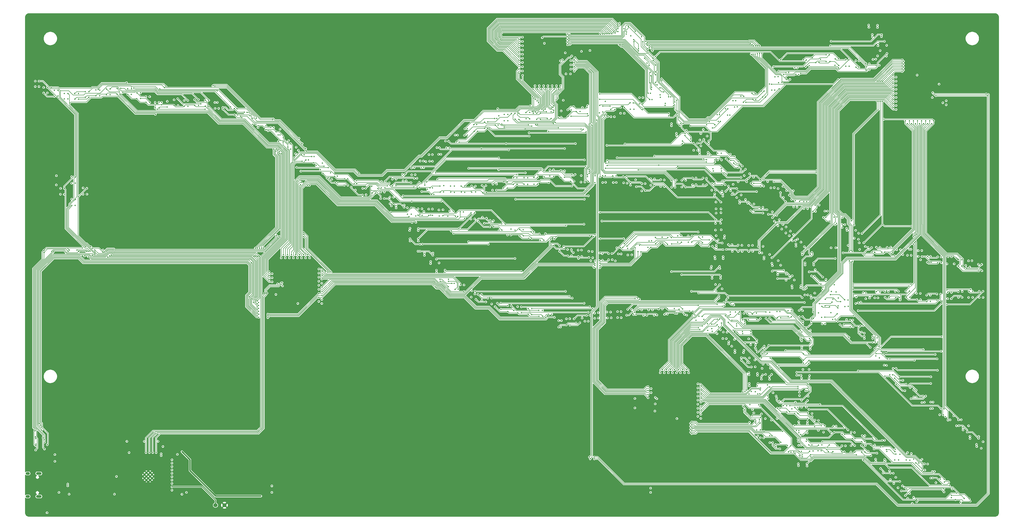
<source format=gbr>
%TF.GenerationSoftware,KiCad,Pcbnew,8.0.4*%
%TF.CreationDate,2025-01-21T20:17:25-08:00*%
%TF.ProjectId,traffic_paradise,74726166-6669-4635-9f70-617261646973,rev?*%
%TF.SameCoordinates,Original*%
%TF.FileFunction,Copper,L3,Inr*%
%TF.FilePolarity,Positive*%
%FSLAX46Y46*%
G04 Gerber Fmt 4.6, Leading zero omitted, Abs format (unit mm)*
G04 Created by KiCad (PCBNEW 8.0.4) date 2025-01-21 20:17:25*
%MOMM*%
%LPD*%
G01*
G04 APERTURE LIST*
%TA.AperFunction,ComponentPad*%
%ADD10C,1.524000*%
%TD*%
%TA.AperFunction,HeatsinkPad*%
%ADD11C,0.600000*%
%TD*%
%TA.AperFunction,ComponentPad*%
%ADD12O,2.100000X1.000000*%
%TD*%
%TA.AperFunction,ComponentPad*%
%ADD13O,1.600000X1.000000*%
%TD*%
%TA.AperFunction,ViaPad*%
%ADD14C,0.500000*%
%TD*%
%TA.AperFunction,Conductor*%
%ADD15C,0.203200*%
%TD*%
%TA.AperFunction,Conductor*%
%ADD16C,0.200000*%
%TD*%
%TA.AperFunction,Conductor*%
%ADD17C,0.304800*%
%TD*%
%TA.AperFunction,Conductor*%
%ADD18C,0.500000*%
%TD*%
G04 APERTURE END LIST*
D10*
%TO.N,/PHOTO*%
%TO.C,R108*%
X71960000Y-185420000D03*
%TO.N,GND*%
X75360000Y-185420000D03*
%TD*%
D11*
%TO.N,GND*%
%TO.C,U13*%
X48150000Y-175290000D03*
X48150000Y-173890000D03*
X47450000Y-175990000D03*
X47450000Y-174590000D03*
X47450000Y-173190000D03*
X46750000Y-175290000D03*
X46750000Y-173890000D03*
X46050000Y-175990000D03*
X46050000Y-174590000D03*
X46050000Y-173190000D03*
X45350000Y-175290000D03*
X45350000Y-173890000D03*
%TD*%
D12*
%TO.N,Net-(J2-SHIELD)*%
%TO.C,J2*%
X5670000Y-173480000D03*
D13*
X1490000Y-173480000D03*
D12*
X5670000Y-182120000D03*
D13*
X1490000Y-182120000D03*
%TD*%
D14*
%TO.N,/EN*%
X55626000Y-179770000D03*
X34796000Y-174623000D03*
%TO.N,GND*%
X92600000Y-51600000D03*
X225900000Y-92900000D03*
X81600000Y-35100000D03*
X313900000Y-169000000D03*
X254000000Y-139000000D03*
X79800000Y-34200000D03*
X336550000Y-33020000D03*
X28300000Y-33600000D03*
X314200000Y-23600000D03*
X311900000Y-105200000D03*
X210000000Y-32000000D03*
X200100000Y-56600000D03*
X342400000Y-97200000D03*
X330500000Y-129500000D03*
X102870000Y-102870000D03*
X313300000Y-81100000D03*
X100330000Y-101600000D03*
X324900000Y-162600000D03*
X289300000Y-121600000D03*
X222700000Y-70700000D03*
X205100000Y-74700000D03*
X200500000Y-53300000D03*
X74500000Y-38200000D03*
X317100000Y-2800000D03*
X288800000Y-134400000D03*
X277700000Y-116700000D03*
X46500000Y-166600000D03*
X270500000Y-152200000D03*
X349400000Y-96400000D03*
X212200000Y-168700000D03*
X340600000Y-132300000D03*
X210100000Y-93800000D03*
X278600000Y-16300000D03*
X104700000Y-46100000D03*
X148200000Y-49900000D03*
X211400000Y-8300000D03*
X202700000Y-8200000D03*
X233500000Y-72000000D03*
X19200000Y-27500000D03*
X224800000Y-101900000D03*
X163100000Y-39900000D03*
X349200000Y-105500000D03*
X273600000Y-36200000D03*
X228300000Y-3500000D03*
X234400000Y-139500000D03*
X146100000Y-68400000D03*
X106200000Y-49700000D03*
X270700000Y-56700000D03*
X341200000Y-21950000D03*
X182700000Y-67000000D03*
X101600000Y-100330000D03*
X277800000Y-95300000D03*
X95900000Y-82800000D03*
X238600000Y-36300000D03*
X263400000Y-103400000D03*
X309200000Y-155400000D03*
X346000000Y-22200000D03*
X171000000Y-80500000D03*
X297600000Y-123900000D03*
X34700000Y-33700000D03*
X333800000Y-108900000D03*
X260300000Y-122100000D03*
X289300000Y-19900000D03*
X351000000Y-151800000D03*
X343200000Y-95400000D03*
X50800000Y-160500000D03*
X28900000Y-159900000D03*
X313100000Y-122600000D03*
X23300000Y-92700000D03*
X206200000Y-23200000D03*
X13400000Y-69800000D03*
X270200000Y-122500000D03*
X200900000Y-63900000D03*
X322800000Y-19700000D03*
X259600000Y-90100000D03*
X338100000Y-94800000D03*
X169200000Y-36500000D03*
X317500000Y-108700000D03*
X284600000Y-155600000D03*
X237200000Y-182400000D03*
X108100000Y-60800000D03*
X94700000Y-39900000D03*
X301300000Y-118200000D03*
X10287000Y-175768000D03*
X344900000Y-154100000D03*
X222900000Y-36600000D03*
X190800000Y-8500000D03*
X251900000Y-44300000D03*
X346750000Y-27750000D03*
X223800000Y-47600000D03*
X56300000Y-31900000D03*
X342250000Y-29250000D03*
X323400000Y-178100000D03*
X245110000Y-146050000D03*
X332300000Y-95500000D03*
X245110000Y-143510000D03*
X295300000Y-16400000D03*
X26300000Y-88211600D03*
X338400000Y-97200000D03*
X249200000Y-153500000D03*
X342600000Y-37100000D03*
X273700000Y-76600000D03*
X296900000Y-132200000D03*
X141800000Y-56600000D03*
X342300000Y-126400000D03*
X83700000Y-95800000D03*
X338000000Y-105400000D03*
X206000000Y-12800000D03*
X345600000Y-35900000D03*
X15300000Y-88100000D03*
X331000000Y-86800000D03*
X243840000Y-144780000D03*
X275000000Y-120100000D03*
X189900000Y-27100000D03*
X183000000Y-19000000D03*
X234200000Y-98200000D03*
X101600000Y-102870000D03*
X346700000Y-147500000D03*
X329800000Y-38500000D03*
X186500000Y-24600000D03*
X217400000Y-96800000D03*
X220200000Y-120400000D03*
X16300000Y-72700000D03*
X271200000Y-65900000D03*
X94700000Y-178100000D03*
X11000000Y-88000000D03*
X326800000Y-37800000D03*
X321300000Y-160100000D03*
X324400000Y-108900000D03*
X96400000Y-103800000D03*
X279300000Y-104800000D03*
X302000000Y-10400000D03*
X3300000Y-162800000D03*
X220800000Y-96600000D03*
X357800000Y-165000000D03*
X315300000Y-126500000D03*
X343700000Y-22000000D03*
X91100000Y-115700000D03*
X223200000Y-54100000D03*
X269200000Y-140700000D03*
X234400000Y-182400000D03*
X328500000Y-144500000D03*
X233000000Y-52400000D03*
X324400000Y-9400000D03*
X231900000Y-6900000D03*
X233200000Y-46200000D03*
X240300000Y-41400000D03*
X150000000Y-72400000D03*
X231200000Y-29000000D03*
X307800000Y-86000000D03*
X206000000Y-93200000D03*
X319200000Y-85800000D03*
X256800000Y-95600000D03*
X316700000Y-87100000D03*
X30200000Y-88700000D03*
X41700000Y-33400000D03*
X337820000Y-30480000D03*
X112500000Y-108800000D03*
X147800000Y-60600000D03*
X12200000Y-181500000D03*
X227200000Y-43200000D03*
X307900000Y-73300000D03*
X289000000Y-161300000D03*
X191700000Y-46500000D03*
X323000000Y-91600000D03*
X239200000Y-21900000D03*
X319400000Y-157800000D03*
X232500000Y-22300000D03*
X338900000Y-174900000D03*
X187200000Y-8600000D03*
X89200000Y-90900000D03*
X102900000Y-59700000D03*
X181600000Y-34900000D03*
X212800000Y-8300000D03*
X343700000Y-147200000D03*
X345900000Y-181700000D03*
X3900000Y-30200000D03*
X48000000Y-35800000D03*
X340300000Y-25950000D03*
X242300000Y-22400000D03*
X296700000Y-145500000D03*
X52000000Y-174500000D03*
X69900000Y-27300000D03*
X58700000Y-171700000D03*
X214800000Y-169000000D03*
X300100000Y-71300000D03*
X269000000Y-85700000D03*
X50800000Y-166500000D03*
X335280000Y-30480000D03*
X142800000Y-80100000D03*
X83600000Y-112300000D03*
X7900000Y-158100000D03*
X250500000Y-134400000D03*
X237000000Y-178800000D03*
X20000000Y-34800000D03*
X306600000Y-16900000D03*
X329700000Y-105100000D03*
X316800000Y-7600000D03*
X242570000Y-146050000D03*
X278200000Y-78100000D03*
X205800000Y-8300000D03*
X242700000Y-88700000D03*
X314600000Y-111000000D03*
X193800000Y-9000000D03*
X214400000Y-166400000D03*
X335200000Y-182000000D03*
X239300000Y-88800000D03*
X211700000Y-166500000D03*
X8300000Y-174200000D03*
X105100000Y-85800000D03*
X258800000Y-106900000D03*
X7800000Y-155500000D03*
X217900000Y-76700000D03*
X133200000Y-69600000D03*
X297000000Y-118600000D03*
X108400000Y-65500000D03*
X21100000Y-72200000D03*
X134600000Y-62500000D03*
X323900000Y-86900000D03*
X16500000Y-176600000D03*
X8300000Y-189100000D03*
X21600000Y-90300000D03*
X222900000Y-3300000D03*
X92900000Y-182100000D03*
X178700000Y-103900000D03*
X169900000Y-47500000D03*
X299900000Y-90300000D03*
X246110000Y-152880000D03*
X167300000Y-100700000D03*
X17900000Y-182200000D03*
X93800000Y-85000000D03*
X74100000Y-29200000D03*
X169600000Y-94100000D03*
X37800000Y-31100000D03*
X248600000Y-89000000D03*
X235300000Y-90300000D03*
X333900000Y-22600000D03*
X130100000Y-73600000D03*
X110900000Y-110600000D03*
X356300000Y-103800000D03*
X341000000Y-119000000D03*
X164500000Y-85700000D03*
X262100000Y-98100000D03*
X307600000Y-168500000D03*
X330800000Y-132900000D03*
X205000000Y-78600000D03*
X225500000Y-3300000D03*
X23300000Y-70000000D03*
X39500000Y-166500000D03*
X147600000Y-56900000D03*
X291500000Y-110800000D03*
X297300000Y-151400000D03*
X143000000Y-90800000D03*
X353100000Y-153800000D03*
X101600000Y-101600000D03*
X252000000Y-46000000D03*
X343600000Y-123200000D03*
X300100000Y-86300000D03*
X197400000Y-19200000D03*
X173200000Y-75900000D03*
X330300000Y-42000000D03*
X335280000Y-31750000D03*
X61100000Y-181400000D03*
X52000000Y-172500000D03*
X159300000Y-95100000D03*
X157000000Y-107300000D03*
X214200000Y-8200000D03*
X14900000Y-90500000D03*
X92300000Y-96700000D03*
X116200000Y-97800000D03*
X3300000Y-159700000D03*
X236347000Y-148336000D03*
X178200000Y-72500000D03*
X300100000Y-95700000D03*
X159000000Y-89100000D03*
X335700000Y-117900000D03*
X188900000Y-34200000D03*
X94200000Y-104100000D03*
X215300000Y-8300000D03*
X16800000Y-62600000D03*
X337820000Y-33020000D03*
X186000000Y-71100000D03*
X331400000Y-164100000D03*
X198400000Y-122200000D03*
X253500000Y-153900000D03*
X304100000Y-11800000D03*
X344250000Y-30000000D03*
X280900000Y-164300000D03*
X281600000Y-126400000D03*
X52000000Y-179200000D03*
X223800000Y-14200000D03*
X218500000Y-29400000D03*
X227600000Y-147000000D03*
X229100000Y-31100000D03*
X232400000Y-26800000D03*
X237700000Y-139900000D03*
X354500000Y-98100000D03*
X102870000Y-100330000D03*
X271900000Y-17100000D03*
X38000000Y-160900000D03*
X247000000Y-92600000D03*
X311700000Y-17200000D03*
X307900000Y-57400000D03*
X14900000Y-159900000D03*
X274400000Y-91600000D03*
X296600000Y-92200000D03*
X297400000Y-161100000D03*
X104900000Y-63500000D03*
X329600000Y-118300000D03*
X276000000Y-110600000D03*
X336550000Y-31750000D03*
X353600000Y-107800000D03*
X258000000Y-49100000D03*
X320800000Y-3000000D03*
X317500000Y-35200000D03*
X92900000Y-48700000D03*
X161100000Y-53500000D03*
X252800000Y-73200000D03*
X295600000Y-171400000D03*
X243840000Y-146050000D03*
X262500000Y-32100000D03*
X287800000Y-97500000D03*
X273900000Y-24900000D03*
X58800000Y-169400000D03*
X337820000Y-31750000D03*
X305800000Y-119200000D03*
X294300000Y-99900000D03*
X304600000Y-24600000D03*
X184500000Y-20800000D03*
X88600000Y-183000000D03*
X142600000Y-82600000D03*
X262600000Y-119300000D03*
X233500000Y-8200000D03*
X298500000Y-168800000D03*
X154500000Y-62600000D03*
X279000000Y-154100000D03*
X176500000Y-117100000D03*
X316500000Y-115300000D03*
X239900000Y-151900000D03*
X230200000Y-4600000D03*
X108100000Y-93000000D03*
X276800000Y-124800000D03*
X204200000Y-24700000D03*
X308000000Y-43300000D03*
X33600000Y-182700000D03*
X277300000Y-108100000D03*
X187500000Y-73700000D03*
X284100000Y-84100000D03*
X187800000Y-24700000D03*
X278800000Y-87300000D03*
X232700000Y-178200000D03*
X313200000Y-116600000D03*
X238100000Y-134100000D03*
X281600000Y-70900000D03*
X267700000Y-38600000D03*
X280800000Y-62500000D03*
X157500000Y-84000000D03*
X336550000Y-30480000D03*
X320000000Y-93900000D03*
X288200000Y-124100000D03*
X272700000Y-126000000D03*
X184500000Y-8700000D03*
X286000000Y-21500000D03*
X302400000Y-154800000D03*
X113800000Y-53700000D03*
X153600000Y-72900000D03*
X14400000Y-65300000D03*
X284700000Y-110300000D03*
X126700000Y-59900000D03*
X269800000Y-133300000D03*
X245110000Y-144780000D03*
X105100000Y-88100000D03*
X209600000Y-8300000D03*
X264500000Y-85900000D03*
X11900000Y-90500000D03*
X338100000Y-141600000D03*
X325200000Y-14900000D03*
X102870000Y-101600000D03*
X154000000Y-57300000D03*
X83600000Y-105100000D03*
X254500000Y-88700000D03*
X342200000Y-137300000D03*
X237800000Y-155300000D03*
X195300000Y-19300000D03*
X201200000Y-102000000D03*
X91300000Y-107800000D03*
X91500000Y-102000000D03*
X183600000Y-24800000D03*
X90900000Y-87900000D03*
X23000000Y-65200000D03*
X169100000Y-84200000D03*
X210100000Y-93800000D03*
X225400000Y-84100000D03*
X103700000Y-109900000D03*
X252700000Y-38700000D03*
X101200000Y-49100000D03*
X263200000Y-126000000D03*
X197400000Y-17700000D03*
X265400000Y-61300000D03*
X354900000Y-181100000D03*
X100330000Y-102870000D03*
X11800000Y-93400000D03*
X13600000Y-63300000D03*
X150500000Y-62400000D03*
X339600000Y-168400000D03*
X327800000Y-93700000D03*
X8800000Y-163800000D03*
X84800000Y-113400000D03*
X189300000Y-101400000D03*
X52100000Y-176400000D03*
X295600000Y-158900000D03*
X242570000Y-144780000D03*
X346500000Y-174500000D03*
X111200000Y-95900000D03*
X342200000Y-110500000D03*
X243840000Y-143510000D03*
X240100000Y-16800000D03*
X121500000Y-68200000D03*
X282200000Y-137000000D03*
X58600000Y-179600000D03*
X100330000Y-100330000D03*
X242570000Y-143510000D03*
X265500000Y-122400000D03*
X205900000Y-50300000D03*
X330400000Y-125300000D03*
X289300000Y-19900000D03*
X328500000Y-183200000D03*
X308200000Y-83400000D03*
X269000000Y-125800000D03*
X6800000Y-89000000D03*
X200500000Y-86000000D03*
X276500000Y-11100000D03*
X34900000Y-173400000D03*
X326300000Y-172100000D03*
X188400000Y-31700000D03*
X270500000Y-10000000D03*
X288900000Y-131000000D03*
X331800000Y-22900000D03*
X266700000Y-53100000D03*
X287700000Y-73300000D03*
X87300000Y-115900000D03*
X288500000Y-105200000D03*
X297600000Y-136900000D03*
X304400000Y-96800000D03*
X288900000Y-168400000D03*
X237100000Y-152100000D03*
X49100000Y-166400000D03*
X359400000Y-160100000D03*
X241200000Y-117900000D03*
X93100000Y-54000000D03*
X211800000Y-88300000D03*
X281200000Y-99100000D03*
X202800000Y-29500000D03*
X10500000Y-33300000D03*
X290200000Y-68100000D03*
X352500000Y-160200000D03*
X342500000Y-41800000D03*
X204200000Y-28300000D03*
X5700000Y-24500000D03*
X164100000Y-50600000D03*
X287000000Y-152000000D03*
X190400000Y-25900000D03*
X353500000Y-92700000D03*
X273800000Y-69800000D03*
X58700000Y-166000000D03*
X205200000Y-59100000D03*
X335280000Y-33020000D03*
X150500000Y-94600000D03*
X209900000Y-71900000D03*
X294300000Y-85600000D03*
X288200000Y-88000000D03*
X337700000Y-125300000D03*
X94800000Y-182300000D03*
X264900000Y-59000000D03*
X288700000Y-143700000D03*
X322000000Y-116700000D03*
X86600000Y-87900000D03*
X288700000Y-81800000D03*
X105200000Y-81900000D03*
X214000000Y-97300000D03*
X298300000Y-158500000D03*
X77600000Y-37800000D03*
X283700000Y-143600000D03*
X172200000Y-103500000D03*
X323200000Y-93800000D03*
X48300000Y-39000000D03*
X297600000Y-127600000D03*
X7800000Y-181900000D03*
X336700000Y-88900000D03*
X195300000Y-17700000D03*
X322900000Y-103800000D03*
X270800000Y-69000000D03*
X94500000Y-115200000D03*
X177400000Y-48000000D03*
X170600000Y-90600000D03*
X317900000Y-13500000D03*
X284900000Y-29200000D03*
X274600000Y-60300000D03*
X247100000Y-30300000D03*
X262700000Y-43700000D03*
X136700000Y-73800000D03*
X245700000Y-153700000D03*
X329400000Y-88600000D03*
X268700000Y-136300000D03*
X292100000Y-75500000D03*
X183900000Y-44900000D03*
X266400000Y-92000000D03*
X210400000Y-28200000D03*
X328600000Y-174700000D03*
X86200000Y-114900000D03*
X16500000Y-179000000D03*
X316100000Y-133500000D03*
X256700000Y-127200000D03*
X11600000Y-167700000D03*
X44800000Y-160400000D03*
X155900000Y-45600000D03*
X270800000Y-75800000D03*
X257100000Y-102500000D03*
X53100000Y-163200000D03*
X155200000Y-79100000D03*
X95800000Y-91500000D03*
X200300000Y-13500000D03*
X349100000Y-108400000D03*
%TO.N,+5V*%
X102870000Y-109601000D03*
X343535000Y-27150000D03*
X237592000Y-145394000D03*
X245138000Y-152880000D03*
X94643000Y-106200000D03*
X13208000Y-180594000D03*
X11684000Y-166370000D03*
X335280000Y-23749000D03*
X8763000Y-188228000D03*
X195400000Y-11800000D03*
X236883000Y-150015000D03*
X93120400Y-178185000D03*
X201400000Y-18388400D03*
X235280000Y-180594000D03*
X61100000Y-180594000D03*
X203250000Y-15375000D03*
X235280000Y-178998000D03*
X93120400Y-180594000D03*
%TO.N,+3.3V*%
X57660000Y-166300000D03*
X17018000Y-181254000D03*
X38737000Y-161415000D03*
X11684000Y-168910000D03*
X34036000Y-181254000D03*
X59400000Y-181300000D03*
X52235000Y-163360000D03*
X50419000Y-161417000D03*
X45214000Y-161415000D03*
%TO.N,/SCL1*%
X96621600Y-102438000D03*
X229362000Y-148844000D03*
X49695000Y-165646000D03*
X91313000Y-105664000D03*
%TO.N,/SDA1*%
X96951800Y-101778000D03*
X48425000Y-165646000D03*
X90424000Y-105664000D03*
X229362000Y-145288000D03*
%TO.N,/SCL2*%
X209300000Y-14800000D03*
X55626000Y-169610000D03*
X206925000Y-17230000D03*
X212598000Y-168003200D03*
X214122000Y-168003200D03*
X341600000Y-30900000D03*
X361188000Y-30853200D03*
%TO.N,/SDA2*%
X361696000Y-31461600D03*
X206521000Y-17751900D03*
X55626000Y-168340000D03*
X212259500Y-167301500D03*
X214122000Y-167301500D03*
X212500000Y-14500000D03*
X342300000Y-31500000D03*
%TO.N,/SDB1*%
X55626000Y-172150000D03*
X97155000Y-102997000D03*
%TO.N,/INT1*%
X95250000Y-102235000D03*
X55626000Y-170880000D03*
%TO.N,/PHOTO*%
X55626000Y-178500000D03*
%TO.N,/D-*%
X51562000Y-166785000D03*
X16510000Y-177450000D03*
%TO.N,/D+*%
X16510000Y-178150000D03*
X51562000Y-166085000D03*
%TO.N,/SDB2*%
X236982000Y-147320000D03*
X55626000Y-174690000D03*
%TO.N,/INT2*%
X55626000Y-173420000D03*
X237033000Y-144915000D03*
%TO.N,/SDB3*%
X55626000Y-177230000D03*
X341122000Y-30353000D03*
%TO.N,/INT3*%
X55626000Y-175960000D03*
X340976000Y-32150000D03*
%TO.N,/Matrix 1/COL0*%
X216400000Y-85230500D03*
X145618000Y-71162900D03*
X88138000Y-111426000D03*
X164975000Y-75200000D03*
X19350000Y-70425000D03*
X198150000Y-113650000D03*
X5725000Y-26000000D03*
X212394000Y-84197800D03*
X72650000Y-29657800D03*
X199100000Y-85350000D03*
X102250000Y-50850000D03*
X225156000Y-85230500D03*
X70996100Y-27747200D03*
X165250000Y-102625000D03*
X72650000Y-34000000D03*
X231125000Y-87750000D03*
X26718300Y-91016800D03*
X132900000Y-66400000D03*
X103351800Y-47487200D03*
X147150000Y-76700000D03*
X156742000Y-71162900D03*
X166948600Y-86388300D03*
X32248900Y-91743200D03*
X40425000Y-28900000D03*
%TO.N,/Matrix 1/COL1*%
X38600000Y-26600800D03*
X31471700Y-92106400D03*
X201775000Y-116025000D03*
X105200000Y-53725000D03*
X135350000Y-67700000D03*
X148100000Y-81400000D03*
X8875000Y-28375000D03*
X41320800Y-28597700D03*
X15225000Y-66325000D03*
X105977000Y-52231100D03*
X202625000Y-88100000D03*
X137983000Y-72919300D03*
X203353000Y-105018000D03*
X10317712Y-28370688D03*
X43850000Y-30425000D03*
X213899000Y-84421800D03*
X169400000Y-105000000D03*
X169250000Y-75525000D03*
X77625000Y-35725000D03*
X24889000Y-89911000D03*
X81373400Y-39191600D03*
X125781168Y-60644142D03*
X163296000Y-81400000D03*
X235625000Y-86025000D03*
X87630000Y-111981000D03*
%TO.N,/Matrix 1/COL2*%
X173675000Y-77550000D03*
X239625000Y-84650000D03*
X88138000Y-112535000D03*
X108975000Y-54350000D03*
X115573000Y-62887200D03*
X204728000Y-106851000D03*
X104500000Y-49500000D03*
X51062300Y-28964200D03*
X19350000Y-62075000D03*
X22819100Y-91723600D03*
X47275000Y-31850000D03*
X12875000Y-29475000D03*
X203464000Y-80359000D03*
X80125000Y-36375000D03*
X171825000Y-106225000D03*
X205500000Y-89300000D03*
X23248300Y-88270400D03*
X204925000Y-115300000D03*
X148050000Y-85275000D03*
X138800000Y-69625000D03*
X206235000Y-90471600D03*
%TO.N,/Matrix 1/COL3*%
X24246900Y-92086800D03*
X50750000Y-33975000D03*
X209350000Y-89500000D03*
X83825000Y-37775000D03*
X112125000Y-56850000D03*
X175550000Y-107550000D03*
X25169306Y-88230694D03*
X105834701Y-51365297D03*
X16600000Y-30650000D03*
X176325000Y-78425000D03*
X209550000Y-115050000D03*
X124852000Y-63421400D03*
X142775000Y-72600000D03*
X208182000Y-92662900D03*
X49400000Y-38500000D03*
X23700000Y-66275000D03*
X68102600Y-36601500D03*
X87628600Y-113090000D03*
X137164000Y-64291900D03*
X149600000Y-87275000D03*
X243100000Y-84825000D03*
X205869000Y-107550000D03*
X174388000Y-87275000D03*
X50078500Y-36601500D03*
X226414000Y-88081700D03*
%TO.N,/Matrix 1/COL4*%
X148680000Y-76273100D03*
X93800000Y-51600000D03*
X212425000Y-113975000D03*
X210261000Y-79800000D03*
X87630000Y-110871000D03*
X225411000Y-87100200D03*
X8800000Y-162700000D03*
X153575000Y-90650000D03*
X86913300Y-88785000D03*
X52817600Y-28490400D03*
X246750000Y-84125000D03*
X212825000Y-93503000D03*
X84674800Y-107075000D03*
X210319000Y-109500000D03*
X179050000Y-109500000D03*
X20550000Y-30700000D03*
X213350000Y-90050000D03*
X87250000Y-40000000D03*
X115150000Y-60450000D03*
X180725000Y-79800000D03*
X85500000Y-94300000D03*
X137789000Y-75291500D03*
X145450000Y-73675000D03*
X27900000Y-29100000D03*
X53887600Y-33600000D03*
%TO.N,/Matrix 1/COL5*%
X182975000Y-110475000D03*
X57800000Y-32629600D03*
X90900000Y-42800000D03*
X24475000Y-29975000D03*
X6725000Y-157200000D03*
X117700000Y-61725000D03*
X86976500Y-91823500D03*
X53376260Y-27978800D03*
X150188000Y-75046700D03*
X224770000Y-88566300D03*
X94631900Y-52210600D03*
X184375000Y-92650700D03*
X250825000Y-84200000D03*
X114278000Y-58538300D03*
X66471700Y-34568500D03*
X215625000Y-113050000D03*
X217125000Y-90900000D03*
X149450000Y-73975000D03*
X184375000Y-82025000D03*
X88425300Y-88837600D03*
X88138000Y-110316000D03*
X214435000Y-93589900D03*
X211860000Y-112885000D03*
X102398000Y-58427700D03*
X154875000Y-92925000D03*
%TO.N,/Matrix 1/COL6*%
X121575000Y-62750000D03*
X24222600Y-89977400D03*
X153400000Y-74075000D03*
X37137800Y-30263300D03*
X222006000Y-93557000D03*
X186750000Y-97528500D03*
X158125000Y-97050000D03*
X93800000Y-43425000D03*
X253102000Y-82716700D03*
X136440000Y-65410200D03*
X254725000Y-84575000D03*
X25727200Y-91472800D03*
X212342000Y-110875000D03*
X187425000Y-81850000D03*
X20000000Y-89474000D03*
X220250000Y-112800000D03*
X186750000Y-110875000D03*
X220725000Y-90800000D03*
X152725000Y-76397400D03*
X89192500Y-88837600D03*
X87617400Y-109761000D03*
X87708200Y-91831800D03*
X61600000Y-33250000D03*
X95428900Y-51947900D03*
X28500000Y-29375000D03*
%TO.N,/Matrix 1/COL7*%
X88138000Y-109207000D03*
X87582000Y-88837600D03*
X29775000Y-89475000D03*
X228667000Y-88960800D03*
X258475000Y-85700000D03*
X125000000Y-64550000D03*
X86314700Y-91885300D03*
X146480000Y-65788300D03*
X96200000Y-46200000D03*
X94910700Y-51539200D03*
X191450000Y-82700000D03*
X96200000Y-44075400D03*
X86240000Y-109195000D03*
X190700000Y-111500000D03*
X157350000Y-74350000D03*
X65550000Y-32975000D03*
X104009000Y-59853300D03*
X159450000Y-100525000D03*
X223950000Y-88600000D03*
X160419000Y-82335000D03*
X32450000Y-28975000D03*
X213549000Y-111500000D03*
X32800000Y-91380000D03*
X224175000Y-112650000D03*
%TO.N,/Matrix 1/COL8*%
X95946600Y-52465600D03*
X88400000Y-91800000D03*
X214431000Y-83781600D03*
X262175000Y-86850000D03*
X69450000Y-33175000D03*
X7775000Y-160875000D03*
X128275000Y-66300000D03*
X89907700Y-88837600D03*
X161575000Y-102000000D03*
X71702400Y-27938100D03*
X87626400Y-108652000D03*
X195775000Y-83350000D03*
X161250000Y-74925000D03*
X161327000Y-83282800D03*
X194675000Y-112200000D03*
X36400000Y-28725000D03*
X99400000Y-48400000D03*
X227925000Y-88975000D03*
X11263500Y-89956400D03*
X93360905Y-40512793D03*
%TO.N,/Matrix 2/COL0*%
X263950000Y-120375000D03*
X267581000Y-120346000D03*
X264650000Y-114225000D03*
X275125000Y-123325000D03*
X250702000Y-154092000D03*
X304875000Y-155700000D03*
X293750000Y-160600000D03*
X298802000Y-147536000D03*
X284942000Y-148024000D03*
X276266000Y-143501000D03*
X276900000Y-151100000D03*
X231900000Y-112000000D03*
X273500000Y-151800000D03*
X272400000Y-154300000D03*
X305300000Y-163200000D03*
X262500000Y-91975000D03*
X280672000Y-136208000D03*
X354900000Y-183100000D03*
X279825000Y-137100000D03*
X330600000Y-178700000D03*
%TO.N,/Matrix 2/COL1*%
X266700000Y-123100000D03*
X294685000Y-149381000D03*
X282615000Y-145159000D03*
X309350000Y-157100000D03*
X280580100Y-153428500D03*
X250190000Y-155757000D03*
X275316000Y-127838000D03*
X294125000Y-154000000D03*
X279100000Y-140236600D03*
X261150000Y-95650000D03*
X277900000Y-125625000D03*
X294150000Y-146075000D03*
X235975000Y-112025000D03*
X350150000Y-180900000D03*
X315081081Y-168395519D03*
X308375000Y-163100000D03*
X243124000Y-97597500D03*
X276325000Y-154525000D03*
%TO.N,/Matrix 2/COL2*%
X277875000Y-157675000D03*
X311875000Y-163025000D03*
X291504000Y-158861000D03*
X299805000Y-161472000D03*
X281200000Y-143125000D03*
X284842000Y-157675000D03*
X270275000Y-127225000D03*
X261550000Y-99250000D03*
X294923512Y-122800000D03*
X293925000Y-157400000D03*
X337075000Y-168150000D03*
X279050000Y-128350000D03*
X311800000Y-158050000D03*
X250698000Y-156312000D03*
X278448000Y-136214000D03*
X279632000Y-125351000D03*
X239625000Y-111650000D03*
X278297000Y-152847000D03*
X246913000Y-98754500D03*
%TO.N,/Matrix 2/COL3*%
X339250000Y-169925000D03*
X272300000Y-130054000D03*
X312528000Y-166450000D03*
X282730000Y-152857000D03*
X279300000Y-132425000D03*
X244150000Y-111550000D03*
X280825000Y-159300000D03*
X315675000Y-159250000D03*
X288931000Y-165399000D03*
X250190000Y-156866000D03*
X294200000Y-139900000D03*
X267131000Y-112763000D03*
X315850000Y-163000000D03*
X261175000Y-102550000D03*
X250607000Y-105018000D03*
X295275000Y-166450000D03*
X284650000Y-146375000D03*
%TO.N,/Matrix 2/COL4*%
X319925000Y-160600000D03*
X274653000Y-125151000D03*
X341800000Y-172725000D03*
X284125000Y-161850000D03*
X229226000Y-112944000D03*
X288246000Y-149211000D03*
X319125000Y-164250000D03*
X250698000Y-157421000D03*
X253306000Y-105669000D03*
X292158000Y-107379000D03*
X355850000Y-93525000D03*
X295650000Y-116350000D03*
X277351000Y-136410000D03*
X344610000Y-109442000D03*
X247275000Y-111700000D03*
X311434000Y-114239000D03*
X313147000Y-112310000D03*
X287500000Y-148050000D03*
X264275000Y-106750000D03*
X228100000Y-111800000D03*
X274425000Y-130825000D03*
%TO.N,/Matrix 2/COL5*%
X345500000Y-175725000D03*
X275375000Y-135875000D03*
X290600000Y-148650000D03*
X323100000Y-168200000D03*
X285943000Y-127295000D03*
X289619000Y-146699000D03*
X323075000Y-161000000D03*
X287825000Y-163075000D03*
X290012000Y-157325000D03*
X293016000Y-109200000D03*
X265425000Y-109200000D03*
X251050000Y-112525000D03*
X295175000Y-119600000D03*
X262182000Y-110638000D03*
X291066000Y-166844000D03*
X250190000Y-157976000D03*
X294700000Y-128500000D03*
%TO.N,/Matrix 2/COL6*%
X293500000Y-142425000D03*
X275500000Y-139725000D03*
X295825000Y-150925000D03*
X324700000Y-171300000D03*
X268600000Y-112700000D03*
X295175000Y-126025000D03*
X289500000Y-165987000D03*
X250699000Y-158531000D03*
X291700000Y-162875000D03*
X254600000Y-114500000D03*
X327050000Y-164425000D03*
X347425000Y-178050000D03*
%TO.N,/Matrix 2/COL7*%
X294900000Y-136675000D03*
X326375000Y-173375000D03*
X331400000Y-179375000D03*
X261175000Y-115375000D03*
X295800000Y-162750000D03*
X298250000Y-153550000D03*
X258100000Y-117400000D03*
X274600000Y-142800000D03*
X250711000Y-155202000D03*
X270575000Y-116400000D03*
X276100000Y-153200000D03*
X328875000Y-166275000D03*
%TO.N,/Matrix 2/COL8*%
X300625000Y-155575000D03*
X275825000Y-147675000D03*
X283383000Y-133032000D03*
X333950000Y-182450000D03*
X266296000Y-119609000D03*
X289279000Y-155479000D03*
X293950000Y-169850000D03*
X272950000Y-120150000D03*
X299575000Y-162750000D03*
X260775000Y-118375000D03*
X333100000Y-166000000D03*
X274700000Y-153800000D03*
X294750000Y-132050000D03*
X250190000Y-154647000D03*
X328800000Y-176500000D03*
%TO.N,/Matrix 3/COL0*%
X293725000Y-103750000D03*
X322868000Y-128736000D03*
X291200000Y-71200000D03*
X275064000Y-67525000D03*
X295800000Y-90400000D03*
X318225000Y-88575000D03*
X307496000Y-90562400D03*
X320450000Y-124100000D03*
X265800000Y-87475000D03*
X329688000Y-22437600D03*
X318728000Y-91826200D03*
X320307000Y-122537000D03*
X342069000Y-128736000D03*
X268075000Y-67525000D03*
X358425000Y-159575000D03*
X265800000Y-68682500D03*
X283775000Y-112625000D03*
X273900000Y-62150000D03*
X321300000Y-105250000D03*
%TO.N,/Matrix 3/COL1*%
X360025000Y-161550000D03*
X296875000Y-105675000D03*
X288075000Y-112325000D03*
X321350000Y-88500000D03*
X269534000Y-87700000D03*
X270900000Y-70450000D03*
X324500000Y-105050000D03*
X296475000Y-94300000D03*
X329691000Y-17999200D03*
X293900000Y-71335600D03*
X323739000Y-127665000D03*
X344323000Y-127550000D03*
X277750000Y-63150000D03*
X321775000Y-127550000D03*
X304557000Y-92650700D03*
%TO.N,/Matrix 3/COL2*%
X325400000Y-88400000D03*
X273475000Y-87725000D03*
X311324000Y-104330000D03*
X328300000Y-104975000D03*
X330200000Y-18554000D03*
X300800000Y-108025000D03*
X298524000Y-72600000D03*
X281575000Y-63850000D03*
X306591000Y-108902000D03*
X325000000Y-130400000D03*
X342770000Y-130400000D03*
X274050000Y-72200000D03*
X297050000Y-96875000D03*
X292300000Y-112250000D03*
X354625000Y-155575000D03*
%TO.N,/Matrix 3/COL3*%
X328909000Y-108286000D03*
X342908000Y-134698000D03*
X284950000Y-65550000D03*
X332450000Y-104950000D03*
X327350000Y-133950000D03*
X277375000Y-73425000D03*
X329692000Y-19108800D03*
X301075000Y-100525000D03*
X351850000Y-153300000D03*
X298300000Y-113100000D03*
X277450000Y-88100000D03*
X305600000Y-110500000D03*
X311361000Y-106107000D03*
X301650000Y-74850000D03*
X329050000Y-89350000D03*
%TO.N,/Matrix 3/COL4*%
X340445000Y-137150000D03*
X305175000Y-77050000D03*
X336475000Y-105800000D03*
X302994000Y-88649800D03*
X300600000Y-114750000D03*
X280950000Y-75100000D03*
X333000000Y-89225000D03*
X311338000Y-103080000D03*
X332181000Y-103080000D03*
X287325000Y-68825000D03*
X304200000Y-102500000D03*
X305300000Y-113450000D03*
X330200000Y-19663600D03*
X279925000Y-91150000D03*
X313165000Y-134944000D03*
X328675000Y-137150000D03*
X349000000Y-151800000D03*
%TO.N,/Matrix 3/COL5*%
X283550000Y-78100000D03*
X304875000Y-105275000D03*
X329692000Y-20218400D03*
X320320000Y-33625400D03*
X337050000Y-89700000D03*
X360000000Y-105000000D03*
X345400000Y-149225000D03*
X304793000Y-88650500D03*
X311319000Y-102285000D03*
X310600000Y-78500000D03*
X340225000Y-106450000D03*
X304549000Y-80023900D03*
X346418000Y-109964000D03*
X340413000Y-139645000D03*
X308775000Y-115625000D03*
X336575000Y-93160000D03*
X283125000Y-93475000D03*
X320300000Y-26062000D03*
X332948000Y-102285000D03*
X332525000Y-140050000D03*
%TO.N,/Matrix 3/COL6*%
X356075000Y-105000000D03*
X340275000Y-91875000D03*
X323177000Y-136956000D03*
X355353000Y-104278000D03*
X280913000Y-97429800D03*
X344150000Y-106075000D03*
X285175000Y-97150000D03*
X334950000Y-142175000D03*
X271600000Y-113350000D03*
X286100000Y-80825000D03*
X309400000Y-108300000D03*
X311150000Y-115850000D03*
X320980000Y-33625400D03*
X346425000Y-104478000D03*
X307156000Y-81026600D03*
X309724000Y-122332000D03*
X313148000Y-109333000D03*
X311600000Y-80100000D03*
X320980000Y-26062000D03*
X330200000Y-20773200D03*
%TO.N,/Matrix 3/COL7*%
X338500000Y-144400000D03*
X289616000Y-85897500D03*
X288925000Y-83650000D03*
X288425000Y-99150000D03*
X344325000Y-92100000D03*
X321640000Y-26062000D03*
X315050000Y-117950000D03*
X353840000Y-96275700D03*
X282877000Y-100210000D03*
X315466000Y-120773000D03*
X348150000Y-105450000D03*
X275000000Y-113250000D03*
X314600000Y-83275000D03*
X329679000Y-21328000D03*
X332988000Y-145389000D03*
X321640000Y-33625400D03*
X318145000Y-106664000D03*
X359525000Y-94900000D03*
X312425000Y-107150000D03*
%TO.N,/Matrix 3/COL8*%
X330200000Y-21882800D03*
X322300000Y-33625400D03*
X291675000Y-102900000D03*
X291700000Y-86525000D03*
X341275000Y-146675000D03*
X316025000Y-105600000D03*
X348200000Y-92050000D03*
X322300000Y-26062000D03*
X352200000Y-105075000D03*
X352000000Y-93150000D03*
X318600000Y-121925000D03*
X333083000Y-80527800D03*
X279975000Y-112850000D03*
X315275000Y-86775000D03*
X309381200Y-87737600D03*
%TO.N,/T_SW*%
X12264000Y-61575000D03*
X39535000Y-165646000D03*
X12250000Y-65000000D03*
%TO.N,unconnected-(R52-Pad2)*%
X111887000Y-109601000D03*
%TO.N,unconnected-(R53-Pad2)*%
X110744000Y-108839000D03*
%TO.N,unconnected-(R54-Pad2)*%
X111887000Y-108077000D03*
%TO.N,unconnected-(R93-Pad2)*%
X254127000Y-146685000D03*
%TO.N,unconnected-(R94-Pad2)*%
X254127000Y-148209000D03*
%TO.N,unconnected-(R95-Pad2)*%
X252984000Y-147447000D03*
%TO.N,unconnected-(R96-Pad2)*%
X254127000Y-152781000D03*
%TO.N,unconnected-(R97-Pad2)*%
X252984000Y-152019000D03*
%TO.N,unconnected-(R98-Pad2)*%
X254127000Y-151257000D03*
%TO.N,unconnected-(R109-Pad2)*%
X346202000Y-33401000D03*
%TO.N,unconnected-(R145-Pad2)*%
X344932000Y-34163000D03*
%TO.N,unconnected-(R146-Pad2)*%
X346202000Y-34925000D03*
%TO.N,Net-(LED402-BK)*%
X266150000Y-33375000D03*
X269125000Y-31675000D03*
X260225000Y-38625000D03*
X272728000Y-11941200D03*
X221479000Y-7401200D03*
X263350000Y-36400000D03*
X276775000Y-29725000D03*
X257275000Y-41225000D03*
X255050000Y-44175000D03*
X273000000Y-15900000D03*
X187200000Y-15900000D03*
X253775000Y-48150000D03*
X273325000Y-30600000D03*
X233995000Y-12574800D03*
%TO.N,Net-(LED402-RK)*%
X278350000Y-31975000D03*
X220700000Y-8200000D03*
X274775000Y-32925000D03*
X265025000Y-38800000D03*
X271025000Y-34000000D03*
X257050000Y-49475000D03*
X273900000Y-12725200D03*
X258500000Y-43600000D03*
X267800000Y-35650000D03*
X234660000Y-13568800D03*
X187200000Y-14300000D03*
X256475000Y-46650000D03*
X274461000Y-15838600D03*
X261450000Y-41150000D03*
%TO.N,Net-(LED402-GK)*%
X273625000Y-32875000D03*
X222028000Y-7912800D03*
X185900000Y-15100000D03*
X254125000Y-45750000D03*
X270100000Y-34000000D03*
X273372000Y-12304400D03*
X254150000Y-50325000D03*
X234690000Y-12795400D03*
X266775000Y-35700000D03*
X277275000Y-32000000D03*
X256300000Y-42450000D03*
X264175000Y-38800000D03*
X273727000Y-15872500D03*
X260650000Y-41150000D03*
%TO.N,/Matrix 4/COL7*%
X284054000Y-17967400D03*
X218928000Y-57786900D03*
X171779000Y-51361200D03*
X270850000Y-59125000D03*
X169500000Y-65475000D03*
X237775000Y-27475000D03*
X236775000Y-62775000D03*
X238366000Y-57610400D03*
X274525000Y-30625000D03*
X228750000Y-34175000D03*
X204560000Y-11869600D03*
X232140000Y-36757400D03*
X203000000Y-51361200D03*
X146550000Y-58550000D03*
X155975000Y-51050000D03*
X263025000Y-84125000D03*
X239403000Y-25125500D03*
X305800000Y-17575000D03*
X271275000Y-63050000D03*
X203000000Y-59700000D03*
%TO.N,/Matrix 4/COL2*%
X283303000Y-22248400D03*
X177550000Y-40075000D03*
X180294000Y-43268700D03*
X218300000Y-33600000D03*
X232350000Y-32200000D03*
X252300000Y-62425000D03*
X231900000Y-9300000D03*
X259425000Y-42450000D03*
X319775000Y-17750000D03*
X287100000Y-22825000D03*
X259300000Y-55600000D03*
X150525000Y-65125000D03*
X185100000Y-62325000D03*
X218300000Y-61550000D03*
X247471000Y-41936700D03*
X202500000Y-33198800D03*
X204564000Y-8800000D03*
X185100000Y-61136400D03*
X242800000Y-31900000D03*
X246425000Y-41975000D03*
X261750000Y-58950000D03*
X305770000Y-21072200D03*
%TO.N,/Matrix 4/COL3*%
X150917000Y-56261400D03*
X324000000Y-15625000D03*
X201700000Y-37225000D03*
X290300000Y-21075000D03*
X225661300Y-49648500D03*
X189150000Y-62350000D03*
X283500000Y-28900000D03*
X248225000Y-45650000D03*
X235200000Y-30575000D03*
X203962000Y-8288400D03*
X262375000Y-68375000D03*
X188242000Y-60477000D03*
X261125000Y-38650000D03*
X291596000Y-23126700D03*
X153375000Y-66175000D03*
X256200000Y-62525000D03*
X222300000Y-61650000D03*
X203507000Y-23266100D03*
X162800000Y-46300000D03*
X154615000Y-60477000D03*
X234075000Y-13875000D03*
%TO.N,/Matrix 4/COL8*%
X309675000Y-17950000D03*
X263600000Y-60950000D03*
X277825000Y-29750000D03*
X245401000Y-58123800D03*
X285127000Y-23560300D03*
X183028000Y-38200500D03*
X240200000Y-30100000D03*
X245100000Y-33200000D03*
X173450000Y-65275000D03*
X206925000Y-61100000D03*
X174150000Y-41350000D03*
X135600000Y-63675000D03*
X143200000Y-60900000D03*
X218327000Y-58773700D03*
X204100000Y-12381200D03*
X211600000Y-35200000D03*
X240375000Y-63150000D03*
X178264000Y-59306400D03*
X213200000Y-42500000D03*
X178264000Y-54910200D03*
X212200000Y-60700000D03*
X189900000Y-37800000D03*
%TO.N,/Matrix 4/COL6*%
X217325000Y-35400000D03*
X281468000Y-20507200D03*
X302375000Y-16100000D03*
X236725000Y-54162100D03*
X209971800Y-44099800D03*
X266250000Y-64825000D03*
X233200000Y-64525000D03*
X170025000Y-42325000D03*
X203967000Y-11358000D03*
X237125000Y-23600000D03*
X220008000Y-35431700D03*
X270250000Y-31725000D03*
X268200000Y-56300000D03*
X196900000Y-44864600D03*
X239394000Y-25868900D03*
X320400000Y-5025000D03*
X197008000Y-64177800D03*
X198850000Y-59325000D03*
X165550000Y-65475000D03*
X261550000Y-79400000D03*
X256800000Y-52750000D03*
%TO.N,/Matrix 4/COL0*%
X244312000Y-33900000D03*
X257100000Y-48550000D03*
X181025000Y-49483500D03*
X221900000Y-36700000D03*
X159475000Y-48575000D03*
X250270000Y-42855500D03*
X216337200Y-61962800D03*
X207079700Y-49483500D03*
X211561000Y-61923500D03*
X150000000Y-56025000D03*
X280650000Y-27175000D03*
X226900000Y-5400000D03*
X204565000Y-9823200D03*
X139750000Y-62875000D03*
X181725000Y-38525000D03*
X244900000Y-63200000D03*
X313500000Y-18375000D03*
X305671000Y-25400000D03*
X177475000Y-64675000D03*
%TO.N,/Matrix 4/COL4*%
X259400000Y-64450000D03*
X261650000Y-71475000D03*
X205450000Y-36800000D03*
X157600000Y-65300000D03*
X153350000Y-53650000D03*
X261800000Y-53125000D03*
X237038000Y-16782200D03*
X203981000Y-10334800D03*
X236125000Y-17375000D03*
X293675000Y-18050000D03*
X192875000Y-62150000D03*
X155332000Y-62928000D03*
X205163000Y-23284400D03*
X264200000Y-36400000D03*
X323050000Y-11050000D03*
X226300000Y-61825000D03*
X250350000Y-47750000D03*
X302775000Y-12644100D03*
%TO.N,/Matrix 4/COL5*%
X166994000Y-58768600D03*
X210918000Y-58044400D03*
X263275000Y-64925000D03*
X252825000Y-49325000D03*
X299025000Y-17800000D03*
X229625000Y-63075000D03*
X321975000Y-8550000D03*
X230650000Y-59333200D03*
X302994000Y-11028500D03*
X267225000Y-33400000D03*
X261675000Y-75475000D03*
X209700000Y-35900000D03*
X197900000Y-37513400D03*
X204550000Y-10846400D03*
X161600000Y-65475000D03*
X255213000Y-47907900D03*
X195213000Y-59650000D03*
X237125000Y-19950000D03*
X266725000Y-54375000D03*
%TO.N,/Matrix 4/COL1*%
X283150000Y-24300000D03*
X205696000Y-65453700D03*
X147575000Y-62525000D03*
X193950000Y-38025000D03*
X215027600Y-40651100D03*
X248425000Y-63300000D03*
X214464000Y-61600000D03*
X185775000Y-38050000D03*
X245200000Y-38250000D03*
X203989000Y-9311600D03*
X317325000Y-19475000D03*
X194600000Y-9700000D03*
X229525000Y-7300000D03*
X151190000Y-63970300D03*
X198784000Y-37702400D03*
X248648000Y-44463700D03*
X178264000Y-39049600D03*
X257275000Y-45125000D03*
X255167000Y-55312900D03*
X166450000Y-43900000D03*
X181450000Y-63925000D03*
X225350000Y-35875000D03*
%TO.N,Net-(LED1-RK)*%
X24475000Y-32075000D03*
X93218000Y-99949000D03*
X36400000Y-30900000D03*
X28500000Y-31475000D03*
X5725000Y-28050000D03*
X16600000Y-32725000D03*
X20575000Y-32775000D03*
X12900000Y-31550000D03*
X8875000Y-30450000D03*
X32450000Y-31050000D03*
%TO.N,Net-(LED1-GK)*%
X23100000Y-32100000D03*
X19175000Y-32800000D03*
X93218000Y-101473000D03*
X7475000Y-30450000D03*
X15200000Y-32725000D03*
X35025000Y-30875000D03*
X4325000Y-28050000D03*
X27075000Y-31475000D03*
X31050000Y-31075000D03*
X11500000Y-31800000D03*
%TO.N,Net-(LED1-BK)*%
X35025000Y-28750000D03*
X19150000Y-30700000D03*
X7475000Y-28375000D03*
X92075000Y-100711000D03*
X11500000Y-29500000D03*
X4325000Y-26000000D03*
X15200000Y-30650000D03*
X23075000Y-29975000D03*
X31050000Y-28975000D03*
X27100000Y-29325000D03*
%TO.N,Net-(LED10-RK)*%
X69400000Y-35425000D03*
X50750000Y-36075000D03*
X65575000Y-35175000D03*
X40400000Y-31000000D03*
X92075000Y-97663000D03*
X57900000Y-35200000D03*
X61600000Y-35475000D03*
X43825000Y-32550000D03*
X47300000Y-33975000D03*
X53875000Y-35750000D03*
%TO.N,Net-(LED10-GK)*%
X56425000Y-35175000D03*
X68150000Y-35400000D03*
X60175000Y-35450000D03*
X42425000Y-32575000D03*
X49325000Y-36100000D03*
X51750000Y-34925000D03*
X45850000Y-33950000D03*
X39050000Y-31000000D03*
X64125000Y-35150000D03*
X92075000Y-99187000D03*
%TO.N,Net-(LED10-BK)*%
X49325000Y-33975000D03*
X45875000Y-31875000D03*
X56450000Y-33025000D03*
X68075000Y-33125000D03*
X93218000Y-98425000D03*
X42475000Y-30425000D03*
X64100000Y-32975000D03*
X39050000Y-28875000D03*
X60225000Y-33275000D03*
X51750000Y-34000000D03*
%TO.N,Net-(LED19-BK)*%
X87950000Y-42725000D03*
X74675000Y-35875000D03*
X71750000Y-34025000D03*
X97350000Y-48875000D03*
X85950000Y-39950000D03*
X82825000Y-37725000D03*
X95500000Y-46250000D03*
X96647000Y-92456000D03*
X79050000Y-36325000D03*
X92700000Y-43375000D03*
%TO.N,Net-(LED19-GK)*%
X87918200Y-43416800D03*
X95575000Y-48700000D03*
X97409000Y-91313000D03*
X99175000Y-50825000D03*
X71825000Y-36250000D03*
X85825000Y-42300000D03*
X79150000Y-38675000D03*
X81900000Y-39750000D03*
X74744100Y-36531400D03*
X91675000Y-44650000D03*
%TO.N,Net-(LED19-RK)*%
X90825000Y-44275000D03*
X73150000Y-36275000D03*
X100175000Y-49525000D03*
X77814600Y-36357200D03*
X87150000Y-42325000D03*
X94700000Y-45075000D03*
X97400000Y-47200000D03*
X98171000Y-92456000D03*
X85000000Y-39000000D03*
X80150000Y-38675000D03*
%TO.N,Net-(LED28-BK)*%
X109725000Y-57650000D03*
X108100000Y-54325000D03*
X127225000Y-66325000D03*
X116700000Y-61775000D03*
X104250000Y-53725000D03*
X98933000Y-91313000D03*
X100175000Y-51550000D03*
X120450000Y-62750000D03*
X124000000Y-64500000D03*
X112250000Y-60600000D03*
%TO.N,Net-(LED28-GK)*%
X122875000Y-65800000D03*
X116975000Y-64200000D03*
X104450000Y-56125000D03*
X113842000Y-62402600D03*
X102000000Y-53275000D03*
X106850000Y-55675000D03*
X111325000Y-59300000D03*
X120325000Y-65150000D03*
X99695000Y-92456000D03*
X127150000Y-68825000D03*
%TO.N,Net-(LED28-RK)*%
X117875000Y-64200000D03*
X114500000Y-62350000D03*
X105950000Y-55675000D03*
X121650000Y-65150000D03*
X100457000Y-91313000D03*
X103075000Y-52025000D03*
X108825000Y-56775000D03*
X112675000Y-58025000D03*
X124475000Y-66950000D03*
X128475000Y-68725000D03*
%TO.N,Net-(LED37-GK)*%
X137475000Y-72075000D03*
X130750000Y-68100000D03*
X159200000Y-76800000D03*
X152050000Y-76475000D03*
X155925000Y-76725000D03*
X139775000Y-73675000D03*
X148000000Y-76400000D03*
X133975000Y-70100000D03*
X101981000Y-91313000D03*
X144000000Y-76000000D03*
%TO.N,Net-(LED37-RK)*%
X138825000Y-72100000D03*
X153400000Y-76500000D03*
X135300000Y-70125000D03*
X149500000Y-76425000D03*
X145425000Y-76025000D03*
X142775000Y-73425000D03*
X157325000Y-76675000D03*
X162000000Y-76800000D03*
X102743000Y-92456000D03*
X132075000Y-68100000D03*
%TO.N,Net-(LED37-BK)*%
X139725000Y-72850000D03*
X101219000Y-92456000D03*
X137450000Y-69625000D03*
X155825000Y-74425000D03*
X152025000Y-74100000D03*
X159900000Y-74850000D03*
X144000000Y-73600000D03*
X134000000Y-67675000D03*
X148000000Y-73975000D03*
X130650000Y-65475000D03*
%TO.N,Net-(LED46-BK)*%
X152450000Y-66175000D03*
X160175000Y-65450000D03*
X164175000Y-65425000D03*
X168125000Y-65400000D03*
X156200000Y-65425000D03*
X146600000Y-62575000D03*
X138350000Y-62850000D03*
X206600000Y-19100000D03*
X172025000Y-65200000D03*
X148475000Y-65950000D03*
%TO.N,Net-(LED46-GK)*%
X160300000Y-67775000D03*
X172300000Y-68000000D03*
X205300000Y-18300000D03*
X153075000Y-68550000D03*
X156300000Y-67750000D03*
X164250000Y-67750000D03*
X145350000Y-64175000D03*
X149375000Y-67525000D03*
X138300000Y-65350000D03*
X168150000Y-67775000D03*
%TO.N,Net-(LED46-RK)*%
X151475000Y-66625000D03*
X139725000Y-65325000D03*
X161625000Y-67825000D03*
X205300000Y-19900000D03*
X153875000Y-68600000D03*
X169575000Y-67700000D03*
X148450000Y-64075000D03*
X165525000Y-67825000D03*
X157550000Y-67700000D03*
X173575000Y-67825000D03*
%TO.N,Net-(LED55-BK)*%
X152725000Y-93825000D03*
X154925000Y-97075000D03*
X160700000Y-102075000D03*
X144975000Y-81325000D03*
X144600000Y-76998800D03*
X156225000Y-100475000D03*
X148750000Y-87350000D03*
X150425000Y-90650000D03*
X103505000Y-91313000D03*
X144975000Y-85300000D03*
%TO.N,Net-(LED55-GK)*%
X150375000Y-91500000D03*
X104267000Y-92456000D03*
X147975000Y-89950000D03*
X107200000Y-65200000D03*
X154950000Y-97900000D03*
X152675000Y-94600000D03*
X145750000Y-79150000D03*
X156250000Y-101275000D03*
X104200000Y-64100000D03*
X145000000Y-86100000D03*
X144825000Y-82125000D03*
X159300000Y-103325000D03*
%TO.N,Net-(LED55-RK)*%
X106400000Y-65200000D03*
X161900000Y-104350000D03*
X147175000Y-79100000D03*
X158075000Y-97925000D03*
X148050000Y-82150000D03*
X105029000Y-91313000D03*
X155875000Y-94350000D03*
X103900000Y-64942000D03*
X153550000Y-91425000D03*
X148700000Y-89950000D03*
X159425000Y-101250000D03*
X148125000Y-86125000D03*
%TO.N,Net-(LED64-BK)*%
X176075000Y-64725000D03*
X197450000Y-59375000D03*
X180125000Y-63825000D03*
X191500000Y-62225000D03*
X212238000Y-59938100D03*
X205750000Y-61050000D03*
X183775000Y-62300000D03*
X193800000Y-59650000D03*
X187750000Y-62350000D03*
X201525000Y-59650000D03*
X205300000Y-21500000D03*
%TO.N,Net-(LED64-RK)*%
X189125000Y-64750000D03*
X206550000Y-63625000D03*
X206600000Y-22300000D03*
X202950000Y-62150000D03*
X181500000Y-66225000D03*
X212164000Y-59282300D03*
X177425000Y-66975000D03*
X198950000Y-61775000D03*
X195275000Y-62025000D03*
X185125000Y-64800000D03*
X192900000Y-64725000D03*
%TO.N,Net-(LED64-GK)*%
X197450000Y-61725000D03*
X187750000Y-64800000D03*
X206600000Y-20700000D03*
X201600000Y-62200000D03*
X191475000Y-64750000D03*
X205250000Y-63650000D03*
X183725000Y-64850000D03*
X192925000Y-61225000D03*
X175975000Y-66975000D03*
X180000000Y-66200000D03*
%TO.N,Net-(LED73-BK)*%
X182850000Y-81625000D03*
X175025000Y-78350000D03*
X186125000Y-81700000D03*
X163825000Y-75150000D03*
X106553000Y-91313000D03*
X179400000Y-79700000D03*
X167900000Y-75500000D03*
X172175000Y-77175000D03*
X193500000Y-83450000D03*
X190425000Y-82675000D03*
%TO.N,Net-(LED73-GK)*%
X178400000Y-82050000D03*
X170675000Y-78825000D03*
X181550000Y-83875000D03*
X189575000Y-85100000D03*
X162900000Y-76875000D03*
X167850000Y-77850000D03*
X193900000Y-85850000D03*
X105791000Y-92456000D03*
X174950000Y-80775000D03*
X186175000Y-84200000D03*
%TO.N,Net-(LED73-RK)*%
X107315000Y-92456000D03*
X187525000Y-84150000D03*
X165525000Y-77650000D03*
X179525000Y-82025000D03*
X169250000Y-77800000D03*
X182825000Y-83875000D03*
X190600000Y-85125000D03*
X195200000Y-85875000D03*
X172850000Y-79475000D03*
X176375000Y-80775000D03*
%TO.N,Net-(LED82-RK)*%
X175600000Y-109775000D03*
X165200000Y-105100000D03*
X183975000Y-112250000D03*
X186750000Y-113075000D03*
X190675000Y-113700000D03*
X171925000Y-108475000D03*
X194800000Y-114375000D03*
X179100000Y-111750000D03*
X111887000Y-100457000D03*
X169325000Y-106000000D03*
%TO.N,Net-(LED82-BK)*%
X168200000Y-104800000D03*
X177725000Y-109475000D03*
X111887000Y-98933000D03*
X174200000Y-107550000D03*
X189275000Y-111500000D03*
X181650000Y-110400000D03*
X163875000Y-102575000D03*
X170500000Y-106150000D03*
X185350000Y-110775000D03*
X193275000Y-112200000D03*
%TO.N,Net-(LED82-GK)*%
X169675000Y-108025000D03*
X167950000Y-107175000D03*
X176925000Y-110800000D03*
X193350000Y-114375000D03*
X110744000Y-99695000D03*
X189300000Y-113675000D03*
X173425000Y-109025000D03*
X163050000Y-104275000D03*
X185425000Y-113125000D03*
X181650000Y-112625000D03*
%TO.N,Net-(LED91-BK)*%
X239075000Y-63050000D03*
X235275000Y-62700000D03*
X227700000Y-64100000D03*
X194300000Y-29000000D03*
X232000000Y-64550000D03*
X217225000Y-61525000D03*
X221050000Y-61650000D03*
X211561000Y-61200000D03*
X199419000Y-41505000D03*
X224975000Y-61850000D03*
X194469000Y-36600000D03*
X209225000Y-61500000D03*
%TO.N,Net-(LED91-RK)*%
X214400000Y-64200000D03*
X233300000Y-67150000D03*
X218375000Y-64050000D03*
X240450000Y-65650000D03*
X191288000Y-38100000D03*
X229925000Y-65700000D03*
X226425000Y-64350000D03*
X210600000Y-63925000D03*
X192059000Y-42311600D03*
X236750000Y-65200000D03*
X192800000Y-29000000D03*
X222400000Y-64100000D03*
%TO.N,Net-(LED91-GK)*%
X231925000Y-67275000D03*
X192800000Y-42311600D03*
X225125000Y-64225000D03*
X227725000Y-65125000D03*
X209150000Y-63950000D03*
X221275000Y-64125000D03*
X192000000Y-37600000D03*
X217250000Y-64125000D03*
X193500000Y-27700000D03*
X239075000Y-65600000D03*
X211900000Y-63774300D03*
X235350000Y-65150000D03*
%TO.N,Net-(LED100-RK)*%
X220875000Y-93125000D03*
X209450000Y-91900000D03*
X202825000Y-89000000D03*
X228200000Y-91325000D03*
X205625000Y-91575000D03*
X110744000Y-98171000D03*
X224200000Y-90975000D03*
X213525000Y-92400000D03*
X217225000Y-93325000D03*
X198700000Y-87825000D03*
%TO.N,Net-(LED100-BK)*%
X201075000Y-87850000D03*
X216200028Y-90600028D03*
X208075000Y-89525000D03*
X110744000Y-96647000D03*
X204075000Y-89275000D03*
X222575000Y-88650000D03*
X212025000Y-89975000D03*
X197875000Y-85375000D03*
X226675000Y-88950000D03*
X219500000Y-90825000D03*
%TO.N,Net-(LED100-GK)*%
X197925000Y-87600000D03*
X208175000Y-91925000D03*
X212125000Y-92275000D03*
X219525000Y-93175000D03*
X216100018Y-93499982D03*
X226725000Y-91375000D03*
X223150000Y-90950000D03*
X111887000Y-97409000D03*
X204200000Y-91675000D03*
X201075000Y-89950000D03*
%TO.N,Net-(LED109-GK)*%
X196000000Y-114800000D03*
X111887000Y-106553000D03*
X210625000Y-116250000D03*
X219075000Y-115025000D03*
X6360800Y-155389000D03*
X200750000Y-118450000D03*
X207325000Y-116950000D03*
X87600000Y-114200000D03*
X222850000Y-114875000D03*
X4550000Y-162450000D03*
X214325000Y-115125000D03*
X203625000Y-117700000D03*
X91600000Y-114260000D03*
%TO.N,Net-(LED109-BK)*%
X4455000Y-160409000D03*
X110744000Y-105791000D03*
X222850000Y-112625000D03*
X203650000Y-115350000D03*
X88200000Y-113602000D03*
X91600000Y-113600000D03*
X211250000Y-114100000D03*
X214225000Y-113225000D03*
X200775000Y-116050000D03*
X5838000Y-154800000D03*
X206548000Y-115373000D03*
X218875000Y-112775000D03*
X197050000Y-113675000D03*
%TO.N,Net-(LED109-RK)*%
X211850000Y-116250000D03*
X224225000Y-114925000D03*
X201425000Y-118450000D03*
X88200000Y-114800000D03*
X199175000Y-114800000D03*
X220475000Y-114975000D03*
X208700000Y-116875000D03*
X7825000Y-161700000D03*
X204975000Y-117725000D03*
X110744000Y-107315000D03*
X91600000Y-114920000D03*
X6842600Y-155840000D03*
X215650000Y-115025000D03*
%TO.N,Net-(LED118-GK)*%
X235100000Y-22700000D03*
X238900000Y-32075000D03*
X229000000Y-11175000D03*
X223000000Y-5286400D03*
X185900000Y-19800000D03*
X226150000Y-8325000D03*
X230725000Y-14700000D03*
X235550000Y-29175000D03*
X235037000Y-26700000D03*
X233925000Y-19200000D03*
%TO.N,Net-(LED118-RK)*%
X242025000Y-31925000D03*
X237150000Y-22500000D03*
X237100000Y-26475000D03*
X238725000Y-28575000D03*
X187200000Y-19000000D03*
X225264000Y-6264400D03*
X223600000Y-4219200D03*
X234075000Y-14675000D03*
X227825000Y-9025000D03*
X236175000Y-18175000D03*
X232325000Y-11225000D03*
%TO.N,Net-(LED118-BK)*%
X226200000Y-7525000D03*
X223000000Y-4550000D03*
X238850000Y-31200000D03*
X235600000Y-28400000D03*
X235375000Y-24000000D03*
X234700000Y-20200000D03*
X228900000Y-10400000D03*
X230700000Y-13875000D03*
X187200000Y-20600000D03*
X233025000Y-17325000D03*
%TO.N,Net-(LED127-BK)*%
X182003000Y-51874500D03*
X216185000Y-32830600D03*
X145550000Y-58650000D03*
X188500000Y-37825000D03*
X244975000Y-45625000D03*
X251425000Y-49350000D03*
X242075000Y-38225000D03*
X253650000Y-52750000D03*
X243100000Y-41975000D03*
X191100000Y-29000000D03*
X247200000Y-48550000D03*
X240775000Y-34350000D03*
%TO.N,Net-(LED127-GK)*%
X253725000Y-53600000D03*
X242025000Y-39075000D03*
X240725000Y-35125000D03*
X189654100Y-45411500D03*
X247250000Y-49425000D03*
X190800000Y-37400000D03*
X218845600Y-50161800D03*
X251450000Y-52000000D03*
X191900000Y-27700000D03*
X211054200Y-45140400D03*
X188525000Y-40150000D03*
X243125000Y-42800000D03*
X244950000Y-46425000D03*
X145600000Y-61200000D03*
%TO.N,Net-(LED127-RK)*%
X245200000Y-39050000D03*
X248150000Y-46425000D03*
X256850000Y-53575000D03*
X216185000Y-30815700D03*
X179418000Y-42151100D03*
X252900000Y-52000000D03*
X246325000Y-42750000D03*
X189875000Y-40200000D03*
X146900000Y-61175000D03*
X243875000Y-35200000D03*
X250275000Y-48725000D03*
X187200000Y-23800000D03*
X189400000Y-42400000D03*
%TO.N,Net-(LED134-BK)*%
X161900000Y-46275000D03*
X198962000Y-35358100D03*
X155075000Y-51000000D03*
X148800000Y-56025000D03*
X192525000Y-38100000D03*
X152075000Y-53625000D03*
X218979000Y-55826200D03*
X190640000Y-42960000D03*
X196200000Y-37513400D03*
X168875000Y-42425000D03*
X172925000Y-41375000D03*
X256250000Y-55525000D03*
X199100000Y-29000000D03*
%TO.N,Net-(LED134-GK)*%
X149250000Y-58600000D03*
X155700000Y-53525000D03*
X196525000Y-40050000D03*
X192500000Y-40375000D03*
X173000000Y-43800000D03*
X209216000Y-44075200D03*
X152350000Y-56100000D03*
X256225000Y-56375000D03*
X219546000Y-56375000D03*
X188242000Y-44007800D03*
X162450000Y-48900000D03*
X198300000Y-27700000D03*
X198589000Y-35902800D03*
X169100000Y-44875000D03*
%TO.N,Net-(LED134-RK)*%
X150100000Y-58550000D03*
X197925000Y-40100000D03*
X198000000Y-36200000D03*
X156550000Y-53525000D03*
X197500000Y-29000000D03*
X174025000Y-43775000D03*
X153400000Y-56125000D03*
X259350000Y-56400000D03*
X163375000Y-48925000D03*
X170300000Y-44875000D03*
X218455344Y-56832789D03*
X189715000Y-46653600D03*
X193850000Y-40400000D03*
%TO.N,Net-(LED135-BK)*%
X259850000Y-75625000D03*
X259325000Y-68375000D03*
X142075000Y-60975000D03*
X184400000Y-38075000D03*
X259600000Y-79500000D03*
X259875000Y-84100000D03*
X180325000Y-38525000D03*
X259800000Y-71450000D03*
X198800000Y-41888400D03*
X258675000Y-58950000D03*
X201500000Y-27700000D03*
%TO.N,Net-(LED135-GK)*%
X184400000Y-40350000D03*
X259775000Y-78075000D03*
X200700000Y-29000000D03*
X260600000Y-85725000D03*
X258775000Y-59800000D03*
X180325000Y-40875000D03*
X259625000Y-82000000D03*
X259225000Y-69150000D03*
X259825000Y-74000000D03*
X142375000Y-69113300D03*
X211911500Y-69113300D03*
X216294000Y-75326000D03*
X142375000Y-63475000D03*
%TO.N,Net-(LED135-RK)*%
X261675000Y-74025000D03*
X181725000Y-40875000D03*
X261825000Y-59800000D03*
X210403400Y-70390100D03*
X216980200Y-78605600D03*
X143550000Y-63475000D03*
X261825000Y-78075000D03*
X262375000Y-69225000D03*
X262925000Y-85000000D03*
X199900000Y-27700000D03*
X261775000Y-81875000D03*
X184586700Y-70390100D03*
X185800000Y-40400000D03*
%TO.N,Net-(LED136-BK)*%
X247000000Y-63275000D03*
X185900000Y-23000000D03*
X193211843Y-34134957D03*
X243100000Y-63450000D03*
X218512000Y-38411800D03*
X264475000Y-65475000D03*
X250975000Y-62425000D03*
X269200000Y-62175000D03*
X254950000Y-62450000D03*
X258350000Y-64475000D03*
X262750000Y-60925000D03*
X262025000Y-64925000D03*
%TO.N,Net-(LED136-GK)*%
X192700000Y-33411600D03*
X258225000Y-67000000D03*
X243150000Y-65900000D03*
X217997000Y-38940600D03*
X187200000Y-22200000D03*
X251000000Y-64950000D03*
X268125000Y-63850000D03*
X262050000Y-67375000D03*
X255000000Y-64975000D03*
X262150000Y-63525000D03*
X247000000Y-65800000D03*
X265275000Y-67200000D03*
%TO.N,Net-(LED136-RK)*%
X252300000Y-64925000D03*
X244425000Y-65925000D03*
X256325000Y-64950000D03*
X259650000Y-67025000D03*
X267600000Y-66375000D03*
X248401000Y-65825000D03*
X262825000Y-63475000D03*
X263450000Y-67425000D03*
X271325000Y-63850000D03*
X192000000Y-32900000D03*
X185900000Y-21400000D03*
X219300000Y-39300000D03*
%TO.N,Net-(LED145-RK)*%
X235400000Y-88525000D03*
X246900000Y-86525000D03*
X238975000Y-87150000D03*
X243175000Y-87225000D03*
X258425000Y-88075000D03*
X111887000Y-105029000D03*
X250725000Y-86550000D03*
X231650000Y-90150000D03*
X254725000Y-86825000D03*
X216200000Y-96200000D03*
X214100000Y-96100000D03*
X262425000Y-89325000D03*
%TO.N,Net-(LED145-BK)*%
X241675000Y-84850000D03*
X111887000Y-103505000D03*
X257275000Y-85675000D03*
X259900000Y-87700000D03*
X229425000Y-88675000D03*
X245400000Y-84175000D03*
X249375000Y-84200000D03*
X216195919Y-94451793D03*
X253325000Y-84625000D03*
X237075000Y-84800000D03*
X214400000Y-94600000D03*
X234700000Y-86125000D03*
%TO.N,Net-(LED145-GK)*%
X249425000Y-86500000D03*
X237125000Y-87100000D03*
X259925000Y-88475000D03*
X253250000Y-86975000D03*
X230525000Y-90125000D03*
X241650000Y-87375000D03*
X234275000Y-88475000D03*
X257150000Y-88100000D03*
X214368000Y-95291800D03*
X245400000Y-86500000D03*
X110744000Y-104267000D03*
X216200000Y-95400000D03*
%TO.N,Net-(LED154-RK)*%
X261500000Y-119500000D03*
X235458000Y-143129000D03*
X240500000Y-113700000D03*
X236625000Y-114025000D03*
X248050000Y-113700000D03*
X258200000Y-119050000D03*
X232675000Y-114150000D03*
X231100000Y-108000000D03*
X251875000Y-113875000D03*
X255300000Y-115600000D03*
X244450000Y-113300000D03*
%TO.N,Net-(LED154-BK)*%
X253400000Y-114400000D03*
X230347000Y-107547000D03*
X234315000Y-145034000D03*
X238275000Y-111675000D03*
X256575000Y-117175000D03*
X249925000Y-112475000D03*
X234525000Y-112000000D03*
X241550000Y-111600000D03*
X258425000Y-120100000D03*
X230575000Y-111900000D03*
X245950000Y-111750000D03*
%TO.N,Net-(LED154-GK)*%
X229400000Y-107700000D03*
X229750000Y-113750000D03*
X256725000Y-119750000D03*
X248850000Y-113975000D03*
X252275000Y-115950000D03*
X241525000Y-113600000D03*
X245105000Y-113382000D03*
X233825000Y-114050000D03*
X260200000Y-120950000D03*
X234315000Y-143891000D03*
X237650000Y-113900000D03*
%TO.N,Net-(LED163-BK)*%
X269200000Y-59775000D03*
X266400000Y-56800000D03*
X134225000Y-63675000D03*
X223975000Y-35875000D03*
X220300000Y-36688400D03*
X260425000Y-53125000D03*
X185900000Y-13500000D03*
X219988000Y-8211800D03*
X231075000Y-32225000D03*
X234350000Y-30575000D03*
X224800000Y-12299200D03*
X265175000Y-53475000D03*
%TO.N,Net-(LED163-GK)*%
X234900000Y-32950000D03*
X224000000Y-38075000D03*
X268050000Y-58500000D03*
X231025000Y-34525000D03*
X220400000Y-39400000D03*
X260450000Y-55625000D03*
X224140000Y-12299200D03*
X187200000Y-12700000D03*
X219276000Y-8223500D03*
X270400000Y-61500000D03*
X134200000Y-66100000D03*
X263600000Y-55175000D03*
%TO.N,Net-(LED163-RK)*%
X232350000Y-34525000D03*
X210461000Y-55609100D03*
X269700000Y-57925000D03*
X265300000Y-55825000D03*
X261875000Y-55650000D03*
X225375000Y-38100000D03*
X221700000Y-39400000D03*
X218565000Y-8235300D03*
X235800000Y-32975000D03*
X222673000Y-54799500D03*
X185900000Y-11900000D03*
X135575000Y-66100000D03*
X223480000Y-12299200D03*
X272400000Y-60800000D03*
%TO.N,Net-(LED167-BK)*%
X283100000Y-66400000D03*
X285125000Y-69700000D03*
X358625000Y-105000000D03*
X339979000Y-40894000D03*
X271850000Y-62650000D03*
X279200000Y-63800000D03*
X276550000Y-63075000D03*
X354750000Y-105025000D03*
X358275000Y-94875000D03*
X350725000Y-93050000D03*
X297424000Y-59753100D03*
%TO.N,Net-(LED167-GK)*%
X284000000Y-67900000D03*
X280400000Y-66125000D03*
X354625000Y-107325000D03*
X297416000Y-60496500D03*
X272950000Y-64475000D03*
X350650000Y-95550000D03*
X276600000Y-65475000D03*
X340741000Y-42037000D03*
X285925000Y-71300000D03*
X358325000Y-97375000D03*
X358600000Y-107300000D03*
%TO.N,Net-(LED167-RK)*%
X286275000Y-67125000D03*
X359600000Y-97300000D03*
X322823900Y-40326800D03*
X341503000Y-40894000D03*
X360025000Y-107325000D03*
X277700000Y-65475000D03*
X356125000Y-107300000D03*
X288175000Y-70475000D03*
X352050000Y-95475000D03*
X281675000Y-66075000D03*
X288838800Y-67191500D03*
X273950000Y-64475000D03*
%TO.N,Net-(LED177-RK)*%
X234315000Y-140843000D03*
X262500000Y-92750000D03*
X264250000Y-107500000D03*
X261225000Y-96425000D03*
X261525000Y-100125000D03*
X266475000Y-110150000D03*
X272975000Y-120950000D03*
X262100000Y-104075000D03*
X268425000Y-113650000D03*
X270625000Y-117175000D03*
%TO.N,Net-(LED177-BK)*%
X265125000Y-112775000D03*
X267500000Y-117275000D03*
X263000000Y-109500000D03*
X260925000Y-106700000D03*
X259375000Y-91950000D03*
X234315000Y-142367000D03*
X258075000Y-95600000D03*
X269725000Y-120125000D03*
X258325000Y-99275000D03*
X259600000Y-102425000D03*
%TO.N,Net-(LED177-GK)*%
X258325000Y-100125000D03*
X267550000Y-118025000D03*
X262900000Y-110300000D03*
X235458000Y-141605000D03*
X259800000Y-104875000D03*
X260925000Y-107550000D03*
X257925000Y-96375000D03*
X265175000Y-113750000D03*
X259475000Y-92800000D03*
X269825000Y-120925000D03*
%TO.N,Net-(LED186-GK)*%
X353550000Y-95250000D03*
X246507000Y-135636000D03*
X291150000Y-144225000D03*
X260275000Y-117650000D03*
X337584000Y-126905000D03*
X277100000Y-134000000D03*
X274800000Y-126875000D03*
X292425000Y-134400000D03*
X272850000Y-125125000D03*
X292625000Y-131000000D03*
X276750000Y-130075000D03*
%TO.N,Net-(LED186-RK)*%
X277950000Y-126475000D03*
X247269000Y-134493000D03*
X334268000Y-130950000D03*
X294725000Y-134425000D03*
X270686000Y-124225000D03*
X280225000Y-133900000D03*
X275150000Y-124225000D03*
X280150000Y-130050000D03*
X294750000Y-130950000D03*
X294375000Y-144450000D03*
X355025000Y-95900000D03*
X261900000Y-116975000D03*
%TO.N,Net-(LED186-BK)*%
X274550000Y-126225000D03*
X354575000Y-93550000D03*
X291125000Y-142975000D03*
X344529000Y-122106000D03*
X260325000Y-115475000D03*
X292600000Y-132000000D03*
X272050000Y-122850000D03*
X292575000Y-128500000D03*
X277450000Y-132400000D03*
X277275000Y-128350000D03*
X245745000Y-134493000D03*
%TO.N,Net-(LED190-BK)*%
X266925000Y-127200000D03*
X273000000Y-142700000D03*
X272125000Y-135600000D03*
X264600000Y-124000000D03*
X272258000Y-131803000D03*
X243459000Y-135636000D03*
X272550000Y-147575000D03*
X254700000Y-118011600D03*
X269300000Y-130000000D03*
X272275000Y-139675000D03*
X262550000Y-120325000D03*
%TO.N,Net-(LED190-GK)*%
X272200000Y-136400000D03*
X273500000Y-149500000D03*
X262375000Y-122750000D03*
X272200000Y-143600000D03*
X264525000Y-124800000D03*
X273075000Y-133475000D03*
X244221000Y-134493000D03*
X272325000Y-140575000D03*
X269325000Y-130925000D03*
X266900000Y-128050000D03*
X253200000Y-118700000D03*
%TO.N,Net-(LED190-RK)*%
X271600000Y-131750000D03*
X270125000Y-128050000D03*
X263675000Y-122800000D03*
X275504000Y-143604000D03*
X274525000Y-133400000D03*
X275350000Y-140525000D03*
X265725000Y-125625000D03*
X244983000Y-135636000D03*
X275400000Y-136625000D03*
X276300000Y-148300000D03*
X253713744Y-119386256D03*
%TO.N,Net-(LED199-RK)*%
X287975000Y-165475000D03*
X296250000Y-165000000D03*
X281075000Y-161850000D03*
X291825000Y-165200000D03*
X276575000Y-152425000D03*
X277700000Y-160125000D03*
X270000000Y-148200000D03*
X283775000Y-164250000D03*
X299300000Y-164950000D03*
X269900000Y-142900000D03*
X249555000Y-135636000D03*
X276400000Y-157125000D03*
%TO.N,Net-(LED199-BK)*%
X286625000Y-163025000D03*
X274775000Y-154500000D03*
X271255244Y-142200000D03*
X274025000Y-150725000D03*
X248031000Y-135636000D03*
X294625000Y-162725000D03*
X282150000Y-162625000D03*
X298300000Y-162825000D03*
X290875000Y-162875000D03*
X279975000Y-159300000D03*
X275500000Y-159400000D03*
%TO.N,Net-(LED199-GK)*%
X275100000Y-157125000D03*
X248793000Y-134493000D03*
X282225000Y-163425000D03*
X280000000Y-161900000D03*
X270700000Y-142800000D03*
X295000000Y-165100000D03*
X287000000Y-165400000D03*
X270388000Y-149500000D03*
X298125000Y-164950000D03*
X290975000Y-165175000D03*
X274475000Y-153150000D03*
X276475000Y-160075000D03*
%TO.N,Net-(LED208-RK)*%
X290600000Y-150950000D03*
X252984000Y-141351000D03*
X295900000Y-152125000D03*
X287475000Y-150300000D03*
X279900000Y-138075000D03*
X300150000Y-157950000D03*
X298575000Y-154700000D03*
X280000000Y-141000000D03*
X283775000Y-148925000D03*
X282375000Y-144400000D03*
%TO.N,Net-(LED208-GK)*%
X296800000Y-155875000D03*
X294225000Y-152850000D03*
X276450000Y-142100000D03*
X286300000Y-150400000D03*
X279325000Y-145375000D03*
X298200000Y-157300000D03*
X289300000Y-150975000D03*
X276900000Y-138025000D03*
X282850000Y-148950000D03*
X254127000Y-140589000D03*
%TO.N,Net-(LED208-BK)*%
X296975000Y-153425000D03*
X276775000Y-137150000D03*
X289400000Y-148650000D03*
X283575000Y-146300000D03*
X299300000Y-155575000D03*
X276475000Y-141375000D03*
X294225000Y-150600000D03*
X286300000Y-148025000D03*
X279200000Y-144300000D03*
X252984000Y-139827000D03*
%TO.N,Net-(LED217-BK)*%
X323775000Y-164550000D03*
X314675000Y-159275000D03*
X322200000Y-161050000D03*
X307675000Y-156375000D03*
X327325000Y-166175000D03*
X252984000Y-144399000D03*
X331700000Y-165600000D03*
X303875000Y-155700000D03*
X310550000Y-157950000D03*
X318575000Y-160450000D03*
%TO.N,Net-(LED217-RK)*%
X332550000Y-168500000D03*
X304150000Y-158050000D03*
X315700000Y-161575000D03*
X311950000Y-160375000D03*
X326975000Y-165250000D03*
X252984000Y-145923000D03*
X328300000Y-168400000D03*
X319350000Y-162800000D03*
X308100000Y-158800000D03*
X322400000Y-163450000D03*
%TO.N,Net-(LED217-GK)*%
X302950000Y-158050000D03*
X323925000Y-165225000D03*
X326925000Y-168375000D03*
X254127000Y-145161000D03*
X314425000Y-161575000D03*
X307050000Y-158775000D03*
X311050000Y-160375000D03*
X318000000Y-162675000D03*
X321650000Y-163500000D03*
X331175000Y-168400000D03*
%TO.N,Net-(LED226-RK)*%
X252984000Y-150495000D03*
X327300000Y-174925000D03*
X320200000Y-165850000D03*
X329825000Y-178125000D03*
X315750000Y-165425000D03*
X324925000Y-172450000D03*
X307975000Y-165350000D03*
X303725000Y-165250000D03*
X323025000Y-168975000D03*
X311875000Y-165450000D03*
%TO.N,Net-(LED226-BK)*%
X321575000Y-171600000D03*
X319750000Y-168100000D03*
X316950000Y-165150000D03*
X307075000Y-163100000D03*
X310500000Y-163000000D03*
X326550000Y-177250000D03*
X314350000Y-162950000D03*
X302375000Y-162775000D03*
X252984000Y-148971000D03*
X325275000Y-173350000D03*
%TO.N,Net-(LED226-GK)*%
X322525000Y-173300000D03*
X301975000Y-165250000D03*
X310450000Y-165425000D03*
X325225000Y-175775000D03*
X254127000Y-149733000D03*
X314400000Y-165450000D03*
X328125000Y-178850000D03*
X307100000Y-165375000D03*
X319800000Y-168925000D03*
X317925000Y-166775000D03*
%TO.N,Net-(LED235-RK)*%
X274025000Y-74650000D03*
X287700000Y-82375000D03*
X284925000Y-79925000D03*
X269250000Y-68775000D03*
X271725000Y-71925000D03*
X282574000Y-76449300D03*
X326263000Y-25273000D03*
X292975000Y-88250000D03*
X278925000Y-74350000D03*
X290425000Y-85375000D03*
%TO.N,Net-(LED235-BK)*%
X289800000Y-87225000D03*
X272675000Y-72250000D03*
X268575000Y-70950000D03*
X281725000Y-78650000D03*
X279450000Y-76075000D03*
X284475000Y-81600000D03*
X266150000Y-68075000D03*
X276050000Y-73425000D03*
X326263000Y-23749000D03*
X287300000Y-84125000D03*
%TO.N,Net-(LED235-GK)*%
X286000000Y-83100000D03*
X289825000Y-88075000D03*
X267600000Y-69750000D03*
X283050000Y-80375000D03*
X281000000Y-77300000D03*
X327406000Y-24511000D03*
X277400000Y-75600000D03*
X268650000Y-71900000D03*
X272825000Y-74700000D03*
X288500000Y-86025000D03*
%TO.N,Net-(LED244-GK)*%
X276075000Y-90550000D03*
X286100000Y-100825000D03*
X263675000Y-89250000D03*
X288375000Y-103750000D03*
X283000000Y-98775000D03*
X277800000Y-92850000D03*
X272125000Y-90050000D03*
X326263000Y-26797000D03*
X268125000Y-90050000D03*
X280950000Y-95325000D03*
%TO.N,Net-(LED244-BK)*%
X327406000Y-26035000D03*
X264450000Y-87450000D03*
X277850000Y-92125000D03*
X282975000Y-97950000D03*
X272100000Y-87775000D03*
X288325000Y-102950000D03*
X275675000Y-88150000D03*
X268125000Y-87675000D03*
X280800000Y-94475000D03*
X287275000Y-99150000D03*
%TO.N,Net-(LED244-RK)*%
X273575000Y-90000000D03*
X289200000Y-100775000D03*
X286175000Y-98550000D03*
X284100000Y-95200000D03*
X269625000Y-90050000D03*
X265925000Y-90000000D03*
X291625000Y-103625000D03*
X277025000Y-90575000D03*
X327406000Y-27559000D03*
X280800000Y-92425000D03*
%TO.N,Net-(LED253-BK)*%
X297000000Y-72650000D03*
X307200000Y-77300000D03*
X300650000Y-74850000D03*
X304150000Y-77100000D03*
X313325000Y-83175000D03*
X313550000Y-86775000D03*
X326263000Y-28321000D03*
X292772000Y-71335600D03*
X308850000Y-81375000D03*
X289525000Y-70975000D03*
%TO.N,Net-(LED253-RK)*%
X315850000Y-88150000D03*
X308175000Y-79925000D03*
X294200000Y-73950000D03*
X301000000Y-77200000D03*
X312225000Y-82100000D03*
X297175000Y-74975000D03*
X305075000Y-79500000D03*
X290225000Y-73400000D03*
X326263000Y-29845000D03*
X313300000Y-85450000D03*
%TO.N,Net-(LED253-GK)*%
X307125000Y-79875000D03*
X311725000Y-85050000D03*
X302500000Y-78639000D03*
X288950000Y-73300000D03*
X300125000Y-77250000D03*
X309000000Y-82125000D03*
X296175000Y-75025000D03*
X327406000Y-29083000D03*
X313700000Y-89275000D03*
X292825000Y-73900000D03*
%TO.N,Net-(LED262-GK)*%
X295700000Y-99225000D03*
X299200000Y-102288000D03*
X312250000Y-109600000D03*
X292175000Y-91250000D03*
X316000000Y-107775000D03*
X308150000Y-110750000D03*
X293250000Y-95125000D03*
X326263000Y-31369000D03*
X303650000Y-108000000D03*
X299800000Y-104300000D03*
%TO.N,Net-(LED262-BK)*%
X292100000Y-90450000D03*
X299875000Y-99675000D03*
X302750000Y-106275000D03*
X300000000Y-103400000D03*
X311400000Y-106800000D03*
X294775000Y-97700000D03*
X308100000Y-108200000D03*
X293250000Y-94350000D03*
X315050000Y-105475000D03*
X327406000Y-30607000D03*
%TO.N,Net-(LED262-RK)*%
X327406000Y-32131000D03*
X303125000Y-105100000D03*
X301025000Y-101375000D03*
X305750000Y-107575000D03*
X317450000Y-107525000D03*
X309425000Y-110700000D03*
X296725000Y-99325000D03*
X296475000Y-95125000D03*
X314150000Y-109075000D03*
X295251000Y-91149300D03*
%TO.N,Net-(LED271-BK)*%
X298650000Y-109625000D03*
X303350000Y-109100000D03*
X295375000Y-106675000D03*
X315425000Y-121975000D03*
X305450000Y-116275000D03*
X310150000Y-115875000D03*
X292725000Y-103825000D03*
X326263000Y-32893000D03*
X302900000Y-113000000D03*
X314075000Y-117975000D03*
%TO.N,Net-(LED271-RK)*%
X300750000Y-110525000D03*
X307825000Y-117500000D03*
X314500000Y-120350000D03*
X304500000Y-115525000D03*
X318600000Y-122725000D03*
X294250000Y-106375000D03*
X305550000Y-111250000D03*
X311275000Y-118400000D03*
X297275000Y-107900000D03*
X326263000Y-34417000D03*
%TO.N,Net-(LED271-GK)*%
X313725000Y-120375000D03*
X293150000Y-106400000D03*
X299525000Y-110650000D03*
X327406000Y-33655000D03*
X306350000Y-117525000D03*
X310250000Y-118400000D03*
X302450000Y-110850000D03*
X295500000Y-107600000D03*
X315475000Y-122750000D03*
X303575000Y-115600000D03*
%TO.N,Net-(LED280-RK)*%
X329925000Y-91225000D03*
X333050000Y-91475000D03*
X318325000Y-90375000D03*
X340500000Y-94050000D03*
X332359000Y-40894000D03*
X349200000Y-94700000D03*
X344400000Y-94275000D03*
X326100000Y-90475000D03*
X337100000Y-91950000D03*
X322100000Y-90350000D03*
%TO.N,Net-(LED280-GK)*%
X326881000Y-91681400D03*
X339100000Y-94100000D03*
X335750000Y-91875000D03*
X315700000Y-90925000D03*
X323200000Y-90275000D03*
X346500000Y-94700000D03*
X331597000Y-42037000D03*
X319325000Y-90325000D03*
X343000000Y-94300000D03*
X331650000Y-91475000D03*
%TO.N,Net-(LED280-BK)*%
X335725000Y-89725000D03*
X327650000Y-89375000D03*
X320000000Y-88450000D03*
X316875000Y-88550000D03*
X346900000Y-92025000D03*
X324025000Y-88500000D03*
X332341000Y-89197500D03*
X330835000Y-40894000D03*
X343025000Y-92050000D03*
X339175000Y-91850000D03*
%TO.N,Net-(LED289-BK)*%
X333819000Y-87218600D03*
X333121000Y-42037000D03*
X319925000Y-105175000D03*
X346700000Y-105450000D03*
X331075000Y-104925000D03*
X342725000Y-106050000D03*
X350750000Y-105125000D03*
X327075000Y-105025000D03*
X323175000Y-105075000D03*
X338850000Y-106475000D03*
X335075000Y-105775000D03*
X334000000Y-84400000D03*
%TO.N,Net-(LED289-GK)*%
X335225000Y-108175000D03*
X331150000Y-107225000D03*
X338875000Y-108850000D03*
X342700000Y-108325000D03*
X346775000Y-107775000D03*
X319400000Y-107450000D03*
X350800000Y-107300000D03*
X323250000Y-107300000D03*
X327325000Y-107350000D03*
X333883000Y-40894000D03*
X334301000Y-86736400D03*
X334541000Y-84021900D03*
%TO.N,Net-(LED289-RK)*%
X320575000Y-107450000D03*
X328600000Y-107400000D03*
X340275000Y-108825000D03*
X324775000Y-107400000D03*
X348100000Y-107800000D03*
X352150000Y-107275000D03*
X336575000Y-108200000D03*
X334767000Y-86269700D03*
X332525000Y-107275000D03*
X344150000Y-108375000D03*
X335008000Y-83555200D03*
X334645000Y-42037000D03*
%TO.N,Net-(LED298-GK)*%
X327375000Y-139925000D03*
X340325000Y-149100000D03*
X310443347Y-94054601D03*
X319375000Y-126575000D03*
X322925000Y-132775000D03*
X330700000Y-142375000D03*
X334075000Y-144700000D03*
X326263000Y-35941000D03*
X319800000Y-129300000D03*
X325025000Y-136375000D03*
X337100000Y-146825000D03*
X310449000Y-89633900D03*
%TO.N,Net-(LED298-RK)*%
X323825000Y-132850000D03*
X341050000Y-149025000D03*
X321000000Y-125700000D03*
X326025000Y-136400000D03*
X327406000Y-36703000D03*
X334950000Y-144725000D03*
X311000000Y-93700000D03*
X329950000Y-138475000D03*
X310964000Y-90046500D03*
X321100000Y-130050000D03*
X332675000Y-141175000D03*
X338000000Y-146725000D03*
%TO.N,Net-(LED298-BK)*%
X324275000Y-130425000D03*
X331175000Y-139950000D03*
X319875000Y-128425000D03*
X319600000Y-124150000D03*
X337525000Y-144375000D03*
X309900000Y-90000000D03*
X326275000Y-134000000D03*
X340400000Y-146650000D03*
X309900000Y-93578000D03*
X327406000Y-35179000D03*
X326800000Y-137675000D03*
X334000000Y-142075000D03*
%TO.N,Net-(LED307-GK)*%
X269775000Y-115725000D03*
X350075000Y-155575000D03*
X317722000Y-126058000D03*
X343750000Y-151425000D03*
X355150000Y-160350000D03*
X338455000Y-40894000D03*
X357650000Y-163350000D03*
X346850000Y-153450000D03*
X278550000Y-115150000D03*
X352525000Y-157125000D03*
X275125000Y-115575000D03*
%TO.N,Net-(LED307-RK)*%
X358350000Y-160275000D03*
X279950000Y-115075000D03*
X276475000Y-115225000D03*
X337693000Y-42037000D03*
X347650000Y-153325000D03*
X271925000Y-115775000D03*
X359325000Y-164000000D03*
X318631000Y-124171000D03*
X345050000Y-151450000D03*
X354075000Y-157925000D03*
X350950000Y-155525000D03*
%TO.N,Net-(LED307-BK)*%
X270275000Y-113275000D03*
X357600000Y-162550000D03*
X345925000Y-152125000D03*
X344300000Y-149175000D03*
X278550000Y-112775000D03*
X339217000Y-42037000D03*
X352525000Y-156325000D03*
X355125000Y-159550000D03*
X273450000Y-113550000D03*
X290066000Y-135462000D03*
X350825000Y-153325000D03*
%TO.N,Net-(LED318-RK)*%
X349675000Y-183350000D03*
X345525000Y-176750000D03*
X355238000Y-183893000D03*
X335125000Y-184150000D03*
X338175000Y-172200000D03*
X341125000Y-175150000D03*
X332475000Y-181025000D03*
X348450000Y-179300000D03*
X335925000Y-169575000D03*
X242697000Y-134493000D03*
%TO.N,Net-(LED318-BK)*%
X340975000Y-172775000D03*
X329350000Y-180025000D03*
X343975000Y-175575000D03*
X241173000Y-134493000D03*
X338075000Y-169875000D03*
X352975000Y-182850000D03*
X345349256Y-179250744D03*
X334000000Y-168075000D03*
X348100000Y-181700000D03*
X331775000Y-182800000D03*
%TO.N,Net-(LED318-GK)*%
X348125000Y-182550000D03*
X340375000Y-175175000D03*
X345400000Y-180400000D03*
X342325000Y-176950000D03*
X333475000Y-184725000D03*
X351650000Y-184300000D03*
X330850000Y-181800000D03*
X334725000Y-169550000D03*
X337225000Y-172275000D03*
X241935000Y-135636000D03*
%TO.N,Net-(LED326-RK)*%
X115327000Y-97800000D03*
X23521600Y-90000000D03*
X19300000Y-72750000D03*
X94903700Y-84005700D03*
X105035000Y-82940000D03*
X7800000Y-164300000D03*
X20558200Y-90041800D03*
X19400000Y-64325000D03*
X23725000Y-68500000D03*
X29700000Y-90275000D03*
X110744000Y-102743000D03*
X7263400Y-160085000D03*
X15200000Y-68600000D03*
X10597600Y-90014000D03*
X25769300Y-88830700D03*
%TO.N,Net-(LED326-BK)*%
X21998900Y-88715500D03*
X26675000Y-89475000D03*
X18000000Y-70400000D03*
X95889800Y-84466600D03*
X110744000Y-101219000D03*
X105035000Y-84400000D03*
X7600000Y-89600000D03*
X22300000Y-66150000D03*
X114007000Y-97800000D03*
X4550000Y-163110000D03*
X18000000Y-61925000D03*
X13825000Y-66300000D03*
X17081800Y-89493200D03*
X4200000Y-157400000D03*
%TO.N,Net-(LED326-GK)*%
X22275000Y-68525000D03*
X13775000Y-68525000D03*
X18050000Y-72775000D03*
X26700000Y-90275000D03*
X105035000Y-83600000D03*
X4425000Y-159750000D03*
X114667000Y-97800000D03*
X17975000Y-64375000D03*
X95378200Y-84978200D03*
X4475000Y-164675000D03*
X7600000Y-90400000D03*
X16629700Y-89974000D03*
X111887000Y-101981000D03*
%TO.N,Net-(LED341-BK)*%
X177900000Y-36373000D03*
X158300000Y-48525000D03*
X176775000Y-40075000D03*
X196700000Y-27700000D03*
X198888000Y-37050700D03*
X204150000Y-36800000D03*
X227575000Y-34150000D03*
X211400000Y-35900400D03*
X165550000Y-43925000D03*
X206400000Y-35600000D03*
X216125107Y-35125107D03*
X190100000Y-35287200D03*
%TO.N,Net-(LED341-RK)*%
X208750000Y-37450000D03*
X217325000Y-37575000D03*
X166550000Y-46325000D03*
X211866474Y-38966474D03*
X201700000Y-39575000D03*
X178050000Y-42500000D03*
X195088000Y-37000000D03*
X229025000Y-36550000D03*
X159725000Y-51075000D03*
X205425000Y-39200000D03*
X195100000Y-27700000D03*
%TO.N,Net-(LED341-GK)*%
X227700000Y-36600000D03*
X195900000Y-29000000D03*
X204275000Y-39225000D03*
X211612000Y-38288200D03*
X165375000Y-46375000D03*
X158675000Y-51025000D03*
X216100000Y-37900000D03*
X200686000Y-43494500D03*
X176925000Y-42525000D03*
X200776000Y-39775700D03*
X207375000Y-37450000D03*
X195688000Y-36600000D03*
%TO.N,Net-(LED362-BK)*%
X290675000Y-169825000D03*
X238887000Y-135636000D03*
X290875000Y-154050000D03*
X290066000Y-136575000D03*
X292000000Y-126025000D03*
X291400000Y-119800000D03*
X291700000Y-136575000D03*
X292200000Y-166450000D03*
X290600000Y-160575000D03*
X290900000Y-157375000D03*
X292425000Y-116375000D03*
%TO.N,Net-(LED362-RK)*%
X294000000Y-158250000D03*
X240411000Y-135636000D03*
X295350000Y-167225000D03*
X293975000Y-170675000D03*
X293700000Y-161425000D03*
X294100000Y-154825000D03*
X295150000Y-120375000D03*
X294725000Y-137675000D03*
X295500000Y-117225000D03*
X295200000Y-126800000D03*
%TO.N,Net-(LED362-GK)*%
X292225000Y-167200000D03*
X239649000Y-134493000D03*
X292400000Y-117225000D03*
X292025000Y-120350000D03*
X290750000Y-170575000D03*
X290675000Y-161425000D03*
X290875000Y-158150000D03*
X290925000Y-154925000D03*
X292000000Y-126775000D03*
X291925000Y-137625000D03*
%TO.N,Net-(LED383-GK)*%
X295525000Y-115175000D03*
X291125000Y-114550000D03*
X286900000Y-114500000D03*
X299650000Y-117250000D03*
X336169000Y-42037000D03*
X282775000Y-114975000D03*
%TO.N,Net-(LED383-RK)*%
X300725000Y-117225000D03*
X336931000Y-40894000D03*
X292275000Y-114525000D03*
X288075000Y-114525000D03*
X284025000Y-114950000D03*
X296325000Y-115125000D03*
%TO.N,Net-(LED383-BK)*%
X296325000Y-112775000D03*
X286800000Y-112275000D03*
X335407000Y-40894000D03*
X282675000Y-112650000D03*
X291025000Y-112200000D03*
X299475000Y-114825000D03*
%TO.N,/SDB4*%
X190900000Y-31800000D03*
X45885000Y-165646000D03*
X200400000Y-32400000D03*
X96084500Y-53145100D03*
X101312000Y-54991200D03*
X205700000Y-16514800D03*
%TO.N,/INT4*%
X191411600Y-32311600D03*
X47155000Y-165646000D03*
X199800000Y-33100000D03*
X96740500Y-53259500D03*
X101312000Y-55651200D03*
X202125158Y-17985112D03*
%TO.N,Net-(LED117-BK)*%
X291975000Y-122825000D03*
X290577599Y-140787289D03*
X260262000Y-109944000D03*
X291925000Y-146000000D03*
X254127000Y-142113000D03*
X226675000Y-111800000D03*
X263275000Y-114175000D03*
%TO.N,Net-(LED117-GK)*%
X291925000Y-148600000D03*
X252984000Y-142875000D03*
X253102000Y-110361000D03*
X291975000Y-123650000D03*
X264400000Y-116700000D03*
X290600000Y-141488400D03*
X226250000Y-114000000D03*
%TO.N,Net-(LED117-RK)*%
X295025000Y-123625000D03*
X228900000Y-113800000D03*
X293750000Y-148600000D03*
X254127000Y-143637000D03*
X265800000Y-115900000D03*
X294089556Y-141466044D03*
%TO.N,Net-(LED411-RK)*%
X298475000Y-19000000D03*
X302550000Y-18675000D03*
X185900000Y-16600000D03*
X281875000Y-29400000D03*
X223000000Y-7334800D03*
X274700000Y-12700000D03*
X284525000Y-26525000D03*
X305850000Y-20175000D03*
X287575000Y-25375000D03*
X290825000Y-23550000D03*
X233613000Y-12036500D03*
X275300000Y-15700000D03*
X294825000Y-20175000D03*
X309775000Y-20375000D03*
%TO.N,Net-(LED411-BK)*%
X223000000Y-6311600D03*
X308475000Y-17925000D03*
X301125000Y-16100000D03*
X295875000Y-17175000D03*
X286050000Y-22900000D03*
X292625000Y-18000000D03*
X277000000Y-15577200D03*
X281950000Y-24400000D03*
X185900000Y-18200000D03*
X279875000Y-27125000D03*
X233412000Y-11000000D03*
X289350000Y-21025000D03*
X276100000Y-12700000D03*
X304525000Y-17650000D03*
%TO.N,Net-(LED411-GK)*%
X286250000Y-25425000D03*
X234013000Y-11511600D03*
X187200000Y-17400000D03*
X222400000Y-6823200D03*
X276200000Y-15600000D03*
X304475000Y-20100000D03*
X308475000Y-20425000D03*
X275400000Y-12700000D03*
X301125000Y-18675000D03*
X280775000Y-29375000D03*
X283250000Y-26575000D03*
X297225000Y-19050000D03*
X289775000Y-23475000D03*
X293450000Y-20525000D03*
%TO.N,Net-(LED420-BK)*%
X187200000Y-11100000D03*
X217900000Y-8300000D03*
X312300000Y-18325000D03*
X321400000Y-14525000D03*
X316075000Y-19375000D03*
X235700000Y-13327600D03*
X320600000Y-11825000D03*
X317075000Y-4950000D03*
X318725000Y-17850000D03*
X318450000Y-8525000D03*
%TO.N,Net-(LED420-GK)*%
X318500000Y-9375000D03*
X319925000Y-20075000D03*
X320450000Y-16550000D03*
X235688000Y-13987600D03*
X217213000Y-8336700D03*
X317200000Y-5775000D03*
X185900000Y-10300000D03*
X316100000Y-21825000D03*
X320575000Y-12700000D03*
X312350000Y-20725000D03*
%TO.N,Net-(LED420-RK)*%
X323850000Y-12575000D03*
X313425000Y-20775000D03*
X323775000Y-16625000D03*
X216523000Y-8370400D03*
X317325000Y-21750000D03*
X321075000Y-20050000D03*
X321900000Y-9275000D03*
X320400000Y-5825000D03*
X187200000Y-9500000D03*
X235898000Y-14622600D03*
%TO.N,Net-(F2-Pad1)*%
X59400000Y-165300000D03*
X89000000Y-182000000D03*
%TD*%
D15*
%TO.N,/SCL1*%
X90089600Y-107248642D02*
X91059000Y-106279242D01*
X88054326Y-158569600D02*
X90089600Y-156534326D01*
X90089600Y-156534326D02*
X90089600Y-107248642D01*
X49695000Y-165646000D02*
X49695000Y-160020000D01*
X91059000Y-105664000D02*
X91313000Y-105664000D01*
X91059000Y-105410000D02*
X91313000Y-105664000D01*
X91059000Y-105410000D02*
X91059000Y-105664000D01*
X96621600Y-102438000D02*
X96406100Y-102438000D01*
X95648100Y-103196000D02*
X92384000Y-103196000D01*
X51145400Y-158569600D02*
X88054326Y-158569600D01*
X91059000Y-106279242D02*
X91059000Y-105918000D01*
X91059000Y-104521000D02*
X91059000Y-105410000D01*
X91059000Y-105664000D02*
X91059000Y-105918000D01*
X49695000Y-160020000D02*
X51145400Y-158569600D01*
X96406100Y-102438000D02*
X95648100Y-103196000D01*
X92384000Y-103196000D02*
X91059000Y-104521000D01*
X91059000Y-105918000D02*
X91313000Y-105664000D01*
%TO.N,/SDA1*%
X87903884Y-158206400D02*
X89726400Y-156383884D01*
X90652600Y-104353000D02*
X90652600Y-105435000D01*
X90652600Y-105664000D02*
X90652600Y-105893000D01*
X92215300Y-102790000D02*
X91801100Y-103204000D01*
X89726400Y-106819200D02*
X90652600Y-105893000D01*
X95479800Y-102790000D02*
X92215300Y-102790000D01*
X50200600Y-158206400D02*
X87903884Y-158206400D01*
X48425000Y-165646000D02*
X48387000Y-165608000D01*
X48387000Y-160020000D02*
X50200600Y-158206400D01*
X96491800Y-101778000D02*
X95479800Y-102790000D01*
X90652600Y-105435000D02*
X90652600Y-105664000D01*
X89726400Y-156383884D02*
X89726400Y-106819200D01*
X91801100Y-103204000D02*
X90652600Y-104353000D01*
X48387000Y-165608000D02*
X48387000Y-160020000D01*
X90652600Y-105435000D02*
X90424000Y-105664000D01*
X90652600Y-105664000D02*
X90424000Y-105664000D01*
X96951800Y-101778000D02*
X96491800Y-101778000D01*
X90652600Y-105893000D02*
X90424000Y-105664000D01*
D16*
%TO.N,/SCL2*%
X362053200Y-30853200D02*
X362206000Y-31006000D01*
D15*
X213300000Y-167319000D02*
X213300000Y-113100000D01*
D16*
X341600000Y-30900000D02*
X361141200Y-30900000D01*
X362206000Y-181094000D02*
X357705000Y-185595000D01*
D15*
X215400000Y-32200000D02*
X215400000Y-22459200D01*
X209300000Y-14800000D02*
X209300000Y-14855200D01*
D16*
X319990884Y-177600000D02*
X225225000Y-177600000D01*
D15*
X213300000Y-113100000D02*
X215463200Y-110936800D01*
D16*
X362206000Y-31006000D02*
X362206000Y-181094000D01*
X361141200Y-30900000D02*
X361188000Y-30853200D01*
X361188000Y-30853200D02*
X362053200Y-30853200D01*
D15*
X215463200Y-110936800D02*
X215463200Y-61136800D01*
X215500000Y-32300000D02*
X215400000Y-32200000D01*
X212615800Y-168003200D02*
X213300000Y-167319000D01*
D16*
X215628200Y-168003200D02*
X214122000Y-168003200D01*
D15*
X215973200Y-60626800D02*
X215973200Y-39359558D01*
X215500000Y-38886358D02*
X215500000Y-32300000D01*
D16*
X327985884Y-185595000D02*
X319990884Y-177600000D01*
X225225000Y-177600000D02*
X215628200Y-168003200D01*
D15*
X211388000Y-18447200D02*
X208142000Y-18447200D01*
X208142000Y-18447200D02*
X206925000Y-17230000D01*
X215400000Y-22459200D02*
X211388000Y-18447200D01*
X212598000Y-168003200D02*
X212615800Y-168003200D01*
X215463200Y-61136800D02*
X215973200Y-60626800D01*
D16*
X357705000Y-185595000D02*
X327985884Y-185595000D01*
D15*
X215973200Y-39359558D02*
X215500000Y-38886358D01*
%TO.N,/SDA2*%
X212936800Y-112850200D02*
X215100000Y-110687000D01*
X212259500Y-167301500D02*
X212936800Y-166624200D01*
X214975000Y-38875000D02*
X214975000Y-22547900D01*
D16*
X361696000Y-181004000D02*
X361696000Y-31461600D01*
X320140001Y-177240000D02*
X328135000Y-185235000D01*
D15*
X207580000Y-18810400D02*
X206521000Y-17751900D01*
X225374780Y-177238400D02*
X320138401Y-177238400D01*
X211238000Y-18810400D02*
X207580000Y-18810400D01*
X215100000Y-60962000D02*
X215610000Y-60452000D01*
D16*
X328135000Y-185235000D02*
X357465000Y-185235000D01*
D15*
X215100000Y-110687000D02*
X215100000Y-60962000D01*
X320138401Y-177238400D02*
X320140001Y-177240000D01*
D16*
X357465000Y-185235000D02*
X361696000Y-181004000D01*
D15*
X214122000Y-167301500D02*
X215437880Y-167301500D01*
D16*
X361657600Y-31500000D02*
X361696000Y-31461600D01*
X342300000Y-31500000D02*
X361657600Y-31500000D01*
D15*
X212936800Y-166624200D02*
X212936800Y-112850200D01*
X215437880Y-167301500D02*
X225374780Y-177238400D01*
X214975000Y-22547900D02*
X211238000Y-18810400D01*
X215610000Y-60452000D02*
X215610000Y-39510000D01*
X215610000Y-39510000D02*
X214975000Y-38875000D01*
D17*
%TO.N,/PHOTO*%
X66950000Y-178500000D02*
X55626000Y-178500000D01*
X71960000Y-183510000D02*
X71960000Y-185420000D01*
X66950000Y-178500000D02*
X71960000Y-183510000D01*
D15*
%TO.N,/Matrix 1/COL0*%
X196019900Y-86388300D02*
X166948600Y-86388300D01*
X26718300Y-91016800D02*
X26508400Y-91016800D01*
X19350000Y-70111400D02*
X20000000Y-69461400D01*
X26508400Y-90807000D02*
X23460200Y-87758800D01*
X133626000Y-67125600D02*
X137258000Y-67125600D01*
X40425000Y-28037200D02*
X40229800Y-27842000D01*
X200252000Y-84197800D02*
X199994300Y-84455500D01*
X88827077Y-40001193D02*
X76250684Y-27424800D01*
X20000000Y-69461400D02*
X20000000Y-38346200D01*
X17538400Y-72982800D02*
X17538400Y-72236600D01*
X26508400Y-91016800D02*
X26508400Y-90807000D01*
X31438000Y-27842000D02*
X28728200Y-30551800D01*
X13023512Y-28900000D02*
X10123512Y-28900000D01*
X19350000Y-70425000D02*
X19350000Y-70111400D01*
X40229800Y-27842000D02*
X31438000Y-27842000D01*
X16438000Y-74083200D02*
X17538400Y-72982800D01*
X96235740Y-40722098D02*
X94293722Y-40722098D01*
X197952700Y-84455500D02*
X196019900Y-86388300D01*
X94293722Y-40722098D02*
X93572817Y-40001193D01*
X22499800Y-31223800D02*
X18519900Y-31223800D01*
X199994300Y-84455500D02*
X199100000Y-85350000D01*
X13774800Y-29651300D02*
X13774800Y-29651288D01*
X32248900Y-91743200D02*
X32397300Y-91891600D01*
X141295000Y-71162900D02*
X145618000Y-71162900D01*
X225156000Y-85230500D02*
X216400000Y-85230500D01*
X7223512Y-26000000D02*
X5725000Y-26000000D01*
X145618000Y-71162900D02*
X156742000Y-71162900D01*
X23040500Y-87758800D02*
X16438000Y-81156300D01*
X20000000Y-38346200D02*
X13774800Y-32121000D01*
X93572817Y-40001193D02*
X88827077Y-40001193D01*
X103000842Y-47487200D02*
X96235740Y-40722098D01*
X76250684Y-27424800D02*
X71318500Y-27424800D01*
X85616000Y-108398000D02*
X85616000Y-109930000D01*
X13774800Y-32121000D02*
X13774800Y-29651300D01*
X212394000Y-84197800D02*
X200252000Y-84197800D01*
X137258000Y-67125600D02*
X141295000Y-71162900D01*
X17538400Y-72236600D02*
X19350000Y-70425000D01*
X72481600Y-29489400D02*
X72650000Y-29657800D01*
X10123512Y-28900000D02*
X7223512Y-26000000D01*
X18519900Y-31223800D02*
X16947400Y-29651300D01*
X199994300Y-84455500D02*
X197952700Y-84455500D01*
X50856800Y-29489400D02*
X72481600Y-29489400D01*
X87184000Y-106830000D02*
X85616000Y-108398000D01*
X32397300Y-91891600D02*
X85491600Y-91891600D01*
X87111900Y-111426000D02*
X88138000Y-111426000D01*
X87184000Y-93584000D02*
X87184000Y-106830000D01*
X49404600Y-28037200D02*
X50856800Y-29489400D01*
X13774800Y-29651288D02*
X13023512Y-28900000D01*
X16947400Y-29651300D02*
X13774800Y-29651300D01*
X71318500Y-27424800D02*
X70996100Y-27747200D01*
X23460200Y-87758800D02*
X23040500Y-87758800D01*
X85491600Y-91891600D02*
X87184000Y-93584000D01*
X40425000Y-28037200D02*
X49404600Y-28037200D01*
X28728200Y-30551800D02*
X23171800Y-30551800D01*
X132900000Y-66400000D02*
X133626000Y-67125600D01*
X23171800Y-30551800D02*
X22499800Y-31223800D01*
X16438000Y-81156300D02*
X16438000Y-74083200D01*
X103351800Y-47487200D02*
X103000842Y-47487200D01*
X40425000Y-28900000D02*
X40425000Y-28037200D01*
X85616000Y-109930000D02*
X87111900Y-111426000D01*
%TO.N,/Matrix 1/COL1*%
X86820800Y-93734400D02*
X86820800Y-106680000D01*
X13337154Y-28700000D02*
X13007842Y-28370688D01*
X124410626Y-59273600D02*
X125781168Y-60644142D01*
X49449000Y-28597700D02*
X50705600Y-29854300D01*
X25711158Y-28225200D02*
X25236358Y-28700000D01*
X15711600Y-81457100D02*
X15711600Y-66811600D01*
X23054500Y-88800000D02*
X15711600Y-81457100D01*
X19273600Y-61427900D02*
X19273600Y-38647100D01*
X83781600Y-39191600D02*
X81373400Y-39191600D01*
X95557400Y-41811700D02*
X86401700Y-41811700D01*
X210221000Y-88100000D02*
X213899000Y-84421800D01*
X163296000Y-81400000D02*
X148100000Y-81400000D01*
X85252800Y-110081000D02*
X87153200Y-111981000D01*
X50705600Y-29854300D02*
X71754300Y-29854300D01*
X85341200Y-92254800D02*
X86820800Y-93734400D01*
X31471700Y-92106400D02*
X31620000Y-92254800D01*
X15711600Y-66811600D02*
X15225000Y-66325000D01*
X19273600Y-38647100D02*
X9001500Y-28375000D01*
X13007842Y-28370688D02*
X10317712Y-28370688D01*
X27747516Y-28225200D02*
X25711158Y-28225200D01*
X41320800Y-28597700D02*
X49449000Y-28597700D01*
X169250000Y-75525000D02*
X163375000Y-81400000D01*
X202625000Y-88100000D02*
X210221000Y-88100000D01*
X86820800Y-106680000D02*
X85252800Y-108248000D01*
X25236358Y-28700000D02*
X13337154Y-28700000D01*
X110200423Y-52473600D02*
X117000423Y-59273600D01*
X9001500Y-28375000D02*
X8875000Y-28375000D01*
X71754300Y-29854300D02*
X77625000Y-35725000D01*
X169400000Y-105000000D02*
X169418000Y-105018000D01*
X15225000Y-65476500D02*
X19273600Y-61427900D01*
X31620000Y-92254800D02*
X85341200Y-92254800D01*
X106219500Y-52473600D02*
X110200423Y-52473600D01*
X85252800Y-108248000D02*
X85252800Y-110081000D01*
X86401700Y-41811700D02*
X83781600Y-39191600D01*
X169418000Y-105018000D02*
X203353000Y-105018000D01*
X38451600Y-26749200D02*
X29223516Y-26749200D01*
X163375000Y-81400000D02*
X163296000Y-81400000D01*
X24889000Y-89911000D02*
X24889000Y-89889000D01*
X117000423Y-59273600D02*
X124410626Y-59273600D01*
X23800000Y-88800000D02*
X23054500Y-88800000D01*
X29223516Y-26749200D02*
X27747516Y-28225200D01*
X24889000Y-89889000D02*
X23800000Y-88800000D01*
X15225000Y-66325000D02*
X15225000Y-65476500D01*
X38600000Y-26600800D02*
X38451600Y-26749200D01*
X105977000Y-52231100D02*
X106219500Y-52473600D01*
X105977000Y-52231100D02*
X95557400Y-41811700D01*
X87153200Y-111981000D02*
X87630000Y-111981000D01*
%TO.N,/Matrix 1/COL2*%
X86457600Y-93884900D02*
X86457600Y-106529000D01*
X87560098Y-41085298D02*
X86488400Y-40013600D01*
X22967500Y-91575200D02*
X24592500Y-91575200D01*
X166573000Y-81793300D02*
X170653000Y-77713100D01*
X172451000Y-106851000D02*
X204728000Y-106851000D01*
X83647900Y-36375000D02*
X80125000Y-36375000D01*
X86457600Y-106529000D02*
X84889600Y-108097000D01*
X151506000Y-81818600D02*
X162783000Y-81818600D01*
X22819100Y-91723600D02*
X22967500Y-91575200D01*
X176218000Y-80063400D02*
X178077000Y-80063400D01*
X162933000Y-81969000D02*
X163659000Y-81969000D01*
X24592500Y-91575200D02*
X25635300Y-92618000D01*
X85190700Y-92618000D02*
X86457600Y-93884900D01*
X19636800Y-61788200D02*
X19636800Y-38496700D01*
X23038500Y-88270400D02*
X16074800Y-81306700D01*
X163659000Y-81969000D02*
X163835000Y-81793300D01*
X86488400Y-40013600D02*
X86488400Y-39215500D01*
X17175200Y-72832400D02*
X17175200Y-72086200D01*
X178373000Y-80359000D02*
X203464000Y-80359000D01*
X18838400Y-70423000D02*
X18838400Y-62586600D01*
X86488400Y-39215500D02*
X83647900Y-36375000D01*
X13411600Y-32271500D02*
X13411600Y-30011600D01*
X51222600Y-29124500D02*
X51062300Y-28964200D01*
X80125000Y-36375000D02*
X72874500Y-29124500D01*
X23248300Y-88270400D02*
X23038500Y-88270400D01*
X205500000Y-89736700D02*
X205500000Y-89300000D01*
X171825000Y-106225000D02*
X172451000Y-106851000D01*
X175097000Y-78942600D02*
X176218000Y-80063400D01*
X19350000Y-62075000D02*
X19636800Y-61788200D01*
X163835000Y-81793300D02*
X166573000Y-81793300D01*
X96085298Y-41085298D02*
X87560098Y-41085298D01*
X170653000Y-77713100D02*
X173512000Y-77713100D01*
X178077000Y-80063400D02*
X178373000Y-80359000D01*
X72874500Y-29124500D02*
X51222600Y-29124500D01*
X148050000Y-85275000D02*
X151506000Y-81818600D01*
X84889600Y-110231000D02*
X87193600Y-112535000D01*
X173553000Y-77672300D02*
X174823000Y-78942600D01*
X206235000Y-90471600D02*
X205500000Y-89736700D01*
X174823000Y-78942600D02*
X175097000Y-78942600D01*
X13411600Y-30011600D02*
X12875000Y-29475000D01*
X84889600Y-108097000D02*
X84889600Y-110231000D01*
X19636800Y-38496700D02*
X13411600Y-32271500D01*
X87193600Y-112535000D02*
X88138000Y-112535000D01*
X25635300Y-92618000D02*
X85190700Y-92618000D01*
X16074800Y-73932800D02*
X17175200Y-72832400D01*
X173675000Y-77550000D02*
X173553000Y-77672300D01*
X18838400Y-62586600D02*
X19350000Y-62075000D01*
X104500000Y-49500000D02*
X96085298Y-41085298D01*
X173512000Y-77713100D02*
X173553000Y-77672300D01*
X17175200Y-72086200D02*
X18838400Y-70423000D01*
X16074800Y-81306700D02*
X16074800Y-73932800D01*
X162783000Y-81818600D02*
X162933000Y-81969000D01*
%TO.N,/Matrix 1/COL3*%
X85040300Y-92981200D02*
X86094400Y-94035300D01*
X242396000Y-84120800D02*
X230375000Y-84120800D01*
X17200000Y-35032600D02*
X17200000Y-34400000D01*
X230375000Y-84120800D02*
X226414000Y-88081700D01*
X20363200Y-38195800D02*
X17200000Y-35032600D01*
X23500000Y-33900000D02*
X25200000Y-32200000D01*
X175550000Y-107550000D02*
X205869000Y-107550000D01*
X25169306Y-88230694D02*
X24959436Y-88230694D01*
X84526400Y-110381000D02*
X87234900Y-113090000D01*
X35286358Y-31700000D02*
X41875958Y-38289600D01*
X87234900Y-113090000D02*
X87628600Y-113090000D01*
X24246900Y-92086800D02*
X24590500Y-92086800D01*
X86094400Y-106379000D02*
X84526400Y-107947000D01*
X85389500Y-40118900D02*
X85389500Y-39560500D01*
X17200000Y-34400000D02*
X17700000Y-33900000D01*
X86094400Y-94035300D02*
X86094400Y-106379000D01*
X25200000Y-32200000D02*
X29100000Y-32200000D01*
X20363200Y-69563200D02*
X20363200Y-38195800D01*
X149600000Y-87275000D02*
X174388000Y-87275000D01*
X24959436Y-88230694D02*
X23761142Y-87032400D01*
X133953000Y-64291900D02*
X137164000Y-64291900D01*
X84526400Y-107947000D02*
X84526400Y-110381000D01*
X105834701Y-51365297D02*
X105624828Y-51365297D01*
X20387500Y-84078510D02*
X20387500Y-69587500D01*
X17200000Y-31250000D02*
X16600000Y-30650000D01*
X243100000Y-84825000D02*
X242396000Y-84120800D01*
X86719098Y-41448498D02*
X85389500Y-40118900D01*
X23761142Y-87032400D02*
X23341344Y-87032400D01*
X85565700Y-38829500D02*
X84511200Y-37775000D01*
X17200000Y-34400000D02*
X17200000Y-31250000D01*
X17700000Y-33900000D02*
X23500000Y-33900000D01*
X20387500Y-69587500D02*
X23700000Y-66275000D01*
X84511200Y-37775000D02*
X83825000Y-37775000D01*
X25484900Y-92981200D02*
X85040300Y-92981200D01*
X24590500Y-92086800D02*
X25484900Y-92981200D01*
X41875958Y-38289600D02*
X49189600Y-38289600D01*
X29100000Y-32200000D02*
X29600000Y-31700000D01*
X133082000Y-63421400D02*
X133953000Y-64291900D01*
X105624828Y-51365297D02*
X95707839Y-41448498D01*
X124852000Y-63421400D02*
X133082000Y-63421400D01*
X23341344Y-87032400D02*
X20387500Y-84078510D01*
X20387500Y-69587500D02*
X20363200Y-69563200D01*
X85389500Y-39560500D02*
X85565700Y-39384300D01*
X29600000Y-31700000D02*
X35286358Y-31700000D01*
X68102600Y-36601500D02*
X50078500Y-36601500D01*
X95707839Y-41448498D02*
X86719098Y-41448498D01*
X85565700Y-39384300D02*
X85565700Y-38829500D01*
X49189600Y-38289600D02*
X49400000Y-38500000D01*
%TO.N,/Matrix 1/COL4*%
X146620000Y-73675000D02*
X148680000Y-75735800D01*
X22858042Y-93344400D02*
X84544400Y-93344400D01*
X21088842Y-91575200D02*
X22858042Y-93344400D01*
X145450000Y-73675000D02*
X143834000Y-75291500D01*
X10881858Y-91575200D02*
X21088842Y-91575200D01*
X6600161Y-156351600D02*
X5326400Y-155077839D01*
X85731200Y-106018000D02*
X85731200Y-94531200D01*
X84544400Y-93344400D02*
X85500000Y-94300000D01*
X27900000Y-29100000D02*
X29524400Y-27475600D01*
X94723400Y-54595300D02*
X93760300Y-53632100D01*
X162320000Y-75735800D02*
X163491000Y-74564800D01*
X148680000Y-75735800D02*
X162320000Y-75735800D01*
X148680000Y-75735800D02*
X148680000Y-76273100D01*
X210261000Y-79800000D02*
X180725000Y-79800000D01*
X84674800Y-107075000D02*
X85731200Y-106018000D01*
X87250000Y-40000000D02*
X87250000Y-39451400D01*
X85731200Y-94531200D02*
X85500000Y-94300000D01*
X93760300Y-51639700D02*
X93800000Y-51600000D01*
X5326400Y-155077839D02*
X5326400Y-97130658D01*
X246750000Y-84125000D02*
X245953000Y-83327700D01*
X245953000Y-83327700D02*
X229183000Y-83327700D01*
X51802800Y-27475600D02*
X52817600Y-28490400D01*
X76289000Y-28490400D02*
X52817600Y-28490400D01*
X86913300Y-88785000D02*
X86913300Y-88782800D01*
X143834000Y-75291500D02*
X137789000Y-75291500D01*
X9100000Y-162400000D02*
X9100000Y-158400000D01*
X93760300Y-53632100D02*
X93760300Y-51639700D01*
X9100000Y-158400000D02*
X7051600Y-156351600D01*
X87250000Y-39451400D02*
X76289000Y-28490400D01*
X229183000Y-83327700D02*
X225411000Y-87100200D01*
X8800000Y-162700000D02*
X9100000Y-162400000D01*
X163491000Y-74564800D02*
X175490000Y-74564800D01*
X7051600Y-156351600D02*
X6600161Y-156351600D01*
X94723400Y-80972700D02*
X94723400Y-54595300D01*
X5326400Y-97130658D02*
X10881858Y-91575200D01*
X175490000Y-74564800D02*
X180725000Y-79800000D01*
X179050000Y-109500000D02*
X210319000Y-109500000D01*
X86913300Y-88782800D02*
X94723400Y-80972700D01*
X29524400Y-27475600D02*
X51802800Y-27475600D01*
X145450000Y-73675000D02*
X146620000Y-73675000D01*
%TO.N,/Matrix 1/COL5*%
X154875000Y-92925000D02*
X155149000Y-92650700D01*
X32054600Y-90800000D02*
X30599700Y-92254800D01*
X88425300Y-88293600D02*
X88425300Y-88837600D01*
X95446600Y-81272300D02*
X88425300Y-88293600D01*
X33488700Y-91165200D02*
X33123500Y-90800000D01*
X59738900Y-34568500D02*
X66471700Y-34568500D01*
X25861600Y-28588400D02*
X24475000Y-29975000D01*
X25785800Y-92254800D02*
X24743000Y-91212000D01*
X33123500Y-90800000D02*
X32054600Y-90800000D01*
X29373958Y-27112400D02*
X27897958Y-28588400D01*
X86318200Y-91165200D02*
X33488700Y-91165200D01*
X102398000Y-58427700D02*
X102508000Y-58538300D01*
X53376260Y-27978800D02*
X52509860Y-27112400D01*
X94483500Y-53332600D02*
X95446600Y-54295700D01*
X86751600Y-109619000D02*
X86751600Y-108290000D01*
X229644000Y-83692600D02*
X224770000Y-88566300D01*
X250292000Y-84733200D02*
X243734000Y-84733200D01*
X155149000Y-92650700D02*
X184375000Y-92650700D01*
X87910400Y-107131000D02*
X87910400Y-92757400D01*
X250825000Y-84200000D02*
X250292000Y-84733200D01*
X10731400Y-91212000D02*
X4963200Y-96980200D01*
X87910400Y-92757400D02*
X86976500Y-91823500D01*
X190175000Y-112885000D02*
X189688000Y-112398000D01*
X86976500Y-91823500D02*
X86318200Y-91165200D01*
X24743000Y-91212000D02*
X10731400Y-91212000D01*
X184898000Y-112398000D02*
X182975000Y-110475000D01*
X211860000Y-112885000D02*
X190175000Y-112885000D01*
X4963200Y-96980200D02*
X4963200Y-155438000D01*
X243734000Y-84733200D02*
X242694000Y-83692600D01*
X88138000Y-110316000D02*
X87448900Y-110316000D01*
X94631900Y-52210600D02*
X94483500Y-52359000D01*
X27897958Y-28588400D02*
X25861600Y-28588400D01*
X95446600Y-54295700D02*
X95446600Y-81272300D01*
X86751600Y-108290000D02*
X87910400Y-107131000D01*
X4963200Y-155438000D02*
X6725000Y-157200000D01*
X57800000Y-32629600D02*
X59738900Y-34568500D01*
X52509860Y-27112400D02*
X29373958Y-27112400D01*
X94483500Y-52359000D02*
X94483500Y-53332600D01*
X87448900Y-110316000D02*
X86751600Y-109619000D01*
X102508000Y-58538300D02*
X114278000Y-58538300D01*
X30599700Y-92254800D02*
X25785800Y-92254800D01*
X189688000Y-112398000D02*
X184898000Y-112398000D01*
X242694000Y-83692600D02*
X229644000Y-83692600D01*
%TO.N,/Matrix 1/COL6*%
X37137800Y-30263300D02*
X41734400Y-30263300D01*
X128907000Y-64542200D02*
X132462000Y-64542200D01*
X88273600Y-107281000D02*
X87114800Y-108440000D01*
X95212900Y-53548300D02*
X95809800Y-54145300D01*
X59299000Y-30949000D02*
X61600000Y-33250000D01*
X24222600Y-89977400D02*
X23645100Y-89400000D01*
X87114800Y-109258000D02*
X87617400Y-109761000D01*
X50252000Y-30949000D02*
X59299000Y-30949000D01*
X30451300Y-91889600D02*
X27082700Y-91889600D01*
X132462000Y-64542200D02*
X133330000Y-65410200D01*
X23645100Y-89400000D02*
X20074000Y-89400000D01*
X123768000Y-65070900D02*
X128378000Y-65070900D01*
X86678500Y-90802000D02*
X33639200Y-90802000D01*
X95809800Y-81422700D02*
X89192500Y-88040000D01*
X186750000Y-97528500D02*
X158604000Y-97528500D01*
X31904100Y-90436800D02*
X30451300Y-91889600D01*
X87708200Y-91831800D02*
X88273600Y-92397100D01*
X95428900Y-51947900D02*
X95212900Y-52164000D01*
X229042000Y-82716700D02*
X223437000Y-88321500D01*
X186750000Y-110875000D02*
X212342000Y-110875000D01*
X41734400Y-30263300D02*
X42093600Y-29904100D01*
X87708200Y-91831800D02*
X86678500Y-90802000D01*
X221174000Y-90800000D02*
X220725000Y-90800000D01*
X121575000Y-62750000D02*
X121575000Y-62877600D01*
X158604000Y-97528500D02*
X158125000Y-97050000D01*
X27082700Y-91889600D02*
X27080700Y-91891600D01*
X26146100Y-91891600D02*
X25727200Y-91472800D01*
X87114800Y-108440000D02*
X87114800Y-109258000D01*
X253102000Y-82716700D02*
X229042000Y-82716700D01*
X89192500Y-88040000D02*
X89192500Y-88837600D01*
X121575000Y-62877600D02*
X123768000Y-65070900D01*
X88273600Y-92397100D02*
X88273600Y-107281000D01*
X27080700Y-91891600D02*
X26146100Y-91891600D01*
X33274000Y-90436800D02*
X31904100Y-90436800D01*
X95212900Y-52164000D02*
X95212900Y-53548300D01*
X133330000Y-65410200D02*
X136440000Y-65410200D01*
X49207100Y-29904100D02*
X50252000Y-30949000D01*
X42093600Y-29904100D02*
X49207100Y-29904100D01*
X20074000Y-89400000D02*
X20000000Y-89474000D01*
X95809800Y-54145300D02*
X95809800Y-81422700D01*
X128378000Y-65070900D02*
X128907000Y-64542200D01*
X223437000Y-88537400D02*
X221174000Y-90800000D01*
X33639200Y-90802000D02*
X33274000Y-90436800D01*
X223437000Y-88321500D02*
X223437000Y-88537400D01*
%TO.N,/Matrix 1/COL7*%
X86314700Y-91885300D02*
X86214600Y-91785200D01*
X33210900Y-28214100D02*
X35305900Y-28214100D01*
X228667000Y-88960800D02*
X228667000Y-88704000D01*
D16*
X94910700Y-51539200D02*
X94582000Y-51539200D01*
D15*
X35305900Y-28214100D02*
X35538300Y-28446500D01*
D16*
X94121900Y-51999400D02*
X94121900Y-53482300D01*
D15*
X32450000Y-28975000D02*
X33210900Y-28214100D01*
X231760000Y-87659100D02*
X237712000Y-87659100D01*
X241014000Y-87896500D02*
X251446000Y-87896500D01*
X231338000Y-87236700D02*
X231760000Y-87659100D01*
X160702000Y-82618300D02*
X184508000Y-82618300D01*
D16*
X94582000Y-51539200D02*
X94121900Y-51999400D01*
D15*
X253518000Y-86422100D02*
X254479000Y-87383400D01*
X86240000Y-108288000D02*
X86240000Y-109195000D01*
X230134000Y-87236700D02*
X231338000Y-87236700D01*
X238761000Y-86610200D02*
X239728000Y-86610200D01*
X251446000Y-87896500D02*
X252920000Y-86422100D01*
X41680900Y-29800600D02*
X41989100Y-29492400D01*
X49311500Y-29492400D02*
X50403200Y-30584100D01*
X87547200Y-106980000D02*
X86240000Y-108288000D01*
D16*
X87582000Y-88625500D02*
X87582000Y-88837600D01*
D15*
X32948400Y-91528400D02*
X85957900Y-91528400D01*
X85957900Y-91528400D02*
X86214600Y-91785100D01*
X228667000Y-88704000D02*
X230134000Y-87236700D01*
X137970000Y-65918400D02*
X146350000Y-65918400D01*
X184508000Y-82618300D02*
X185212000Y-81914200D01*
X136857000Y-64805100D02*
X137970000Y-65918400D01*
X190700000Y-111500000D02*
X213549000Y-111500000D01*
X133316000Y-64805100D02*
X136857000Y-64805100D01*
X254479000Y-87383400D02*
X256792000Y-87383400D01*
X185926000Y-81128100D02*
X189878000Y-81128100D01*
X125383000Y-64167400D02*
X132678000Y-64167400D01*
X121622000Y-61172200D02*
X125000000Y-64550000D01*
D16*
X95085000Y-81122500D02*
X87582000Y-88625500D01*
D15*
X115384000Y-59853300D02*
X116703000Y-61172200D01*
X160419000Y-82335000D02*
X160702000Y-82618300D01*
X38234900Y-29750000D02*
X38285500Y-29800600D01*
X185212000Y-81914200D02*
X185212000Y-81842800D01*
X104009000Y-59853300D02*
X115384000Y-59853300D01*
X38285500Y-29800600D02*
X41680900Y-29800600D01*
X32800000Y-91380000D02*
X32948400Y-91528400D01*
D16*
X95085000Y-54445500D02*
X95085000Y-81122500D01*
D15*
X252920000Y-86422100D02*
X253518000Y-86422100D01*
X256792000Y-87383400D02*
X258475000Y-85700000D01*
X116703000Y-61172200D02*
X121622000Y-61172200D01*
X50403200Y-30584100D02*
X63159100Y-30584100D01*
X185212000Y-81842800D02*
X185926000Y-81128100D01*
X35538300Y-28446500D02*
X35538300Y-28668200D01*
X228095000Y-89532900D02*
X228667000Y-88960800D01*
X35538300Y-28668200D02*
X36620100Y-29750000D01*
X237712000Y-87659100D02*
X238761000Y-86610200D01*
X87547200Y-93117700D02*
X87547200Y-106980000D01*
X146350000Y-65918400D02*
X146480000Y-65788300D01*
X86214600Y-91785200D02*
X86214600Y-91785100D01*
X239728000Y-86610200D02*
X241014000Y-87896500D01*
D16*
X94121900Y-53482300D02*
X95085000Y-54445500D01*
D15*
X224883000Y-89532900D02*
X228095000Y-89532900D01*
X125000000Y-64550000D02*
X125383000Y-64167400D01*
X63159100Y-30584100D02*
X65550000Y-32975000D01*
X132678000Y-64167400D02*
X133316000Y-64805100D01*
X189878000Y-81128100D02*
X191450000Y-82700000D01*
X223950000Y-88600000D02*
X224883000Y-89532900D01*
X41989100Y-29492400D02*
X49311500Y-29492400D01*
X36620100Y-29750000D02*
X38234900Y-29750000D01*
X86214600Y-91785100D02*
X87547200Y-93117700D01*
D16*
%TO.N,/Matrix 1/COL8*%
X95946600Y-52465600D02*
X95574500Y-52837800D01*
D15*
X87038800Y-90438800D02*
X88400000Y-91800000D01*
X41837900Y-29127500D02*
X49462700Y-29127500D01*
X227925000Y-88908700D02*
X230195000Y-86638300D01*
X11263500Y-90166300D02*
X11263500Y-89956400D01*
X236612000Y-86638300D02*
X237464000Y-85785700D01*
X49462700Y-29127500D02*
X50554400Y-30219200D01*
X93360905Y-40512793D02*
X88825035Y-40512793D01*
X161327000Y-83282800D02*
X189482000Y-83282800D01*
X11414800Y-89805100D02*
X15091500Y-89805100D01*
X4600000Y-96829800D02*
X11263500Y-90166300D01*
X7775000Y-160875000D02*
X7775000Y-158975000D01*
D16*
X89907700Y-87836100D02*
X89907700Y-88837600D01*
D15*
X33424400Y-90073600D02*
X33789600Y-90438800D01*
D16*
X96171400Y-81572500D02*
X89907700Y-87836100D01*
X95574500Y-53398500D02*
X96171400Y-53995500D01*
D15*
X214431000Y-83781600D02*
X214334000Y-83684500D01*
X161250000Y-74925000D02*
X156613000Y-70288100D01*
X36400000Y-28725000D02*
X37726000Y-28725000D01*
X260591000Y-86850000D02*
X262175000Y-86850000D01*
X214334000Y-83684500D02*
X195775000Y-83684500D01*
X88636800Y-92036800D02*
X88636800Y-107642000D01*
X38430200Y-29429200D02*
X41536200Y-29429200D01*
X156613000Y-70288100D02*
X142286000Y-70288100D01*
X33789600Y-90438800D02*
X87038800Y-90438800D01*
X76250342Y-27938100D02*
X71702400Y-27938100D01*
X16135200Y-90848800D02*
X25826800Y-90848800D01*
X37726000Y-28725000D02*
X38430200Y-29429200D01*
X189482000Y-83282800D02*
X190212000Y-84013300D01*
X132238000Y-64907400D02*
X129668000Y-64907400D01*
X15091500Y-89805100D02*
X16135200Y-90848800D01*
X142286000Y-70288100D02*
X138703000Y-66705000D01*
X26506400Y-91528400D02*
X26930200Y-91528400D01*
X251736000Y-84014600D02*
X257756000Y-84014600D01*
X4600000Y-155800000D02*
X4600000Y-96829800D01*
X26932300Y-91526400D02*
X30300900Y-91526400D01*
X11263500Y-89956400D02*
X11414800Y-89805100D01*
X7775000Y-158975000D02*
X4600000Y-155800000D01*
X237464000Y-85785700D02*
X249965000Y-85785700D01*
X195775000Y-83684500D02*
X195775000Y-83350000D01*
X227925000Y-88975000D02*
X227925000Y-88908700D01*
X88825035Y-40512793D02*
X76250342Y-27938100D01*
X230195000Y-86638300D02*
X236612000Y-86638300D01*
D16*
X95574500Y-52837800D02*
X95574500Y-53398500D01*
X96171400Y-53995500D02*
X96171400Y-81572500D01*
D15*
X249965000Y-85785700D02*
X251736000Y-84014600D01*
X88400000Y-91800000D02*
X88636800Y-92036800D01*
X134035000Y-66705000D02*
X132238000Y-64907400D01*
X129668000Y-64907400D02*
X128275000Y-66300000D01*
X257756000Y-84014600D02*
X260591000Y-86850000D01*
X26930200Y-91528400D02*
X26932300Y-91526400D01*
X50554400Y-30219200D02*
X66494200Y-30219200D01*
X31753700Y-90073600D02*
X33424400Y-90073600D01*
X190212000Y-84013300D02*
X195446000Y-84013300D01*
X138703000Y-66705000D02*
X134035000Y-66705000D01*
X41536200Y-29429200D02*
X41837900Y-29127500D01*
X195446000Y-84013300D02*
X195775000Y-83684500D01*
X30300900Y-91526400D02*
X31753700Y-90073600D01*
X66494200Y-30219200D02*
X69450000Y-33175000D01*
X88636800Y-107642000D02*
X87626400Y-108652000D01*
X25826800Y-90848800D02*
X26506400Y-91528400D01*
%TO.N,/Matrix 2/COL0*%
X284942000Y-148024000D02*
X285458000Y-147508000D01*
X304149000Y-162049000D02*
X295199000Y-162049000D01*
X289213000Y-147577000D02*
X298760000Y-147577000D01*
X305300000Y-163200000D02*
X304149000Y-162049000D01*
X298760000Y-147577000D02*
X298802000Y-147536000D01*
X330600000Y-178700000D02*
X348700000Y-178700000D01*
X273500000Y-151800000D02*
X276200000Y-151800000D01*
X285458000Y-147508000D02*
X289143000Y-147508000D01*
X273263000Y-121463000D02*
X275125000Y-123325000D01*
X268698000Y-121463000D02*
X273263000Y-121463000D01*
X250702000Y-154092000D02*
X252333000Y-154092000D01*
X351336800Y-181336800D02*
X353136800Y-181336800D01*
X253100000Y-154859000D02*
X271841000Y-154859000D01*
X289143000Y-147508000D02*
X289213000Y-147577000D01*
X280672000Y-136253000D02*
X280672000Y-136208000D01*
X252333000Y-154092000D02*
X253100000Y-154859000D01*
X276200000Y-151800000D02*
X276900000Y-151100000D01*
X267581000Y-120346000D02*
X268698000Y-121463000D01*
X279825000Y-137100000D02*
X280672000Y-136253000D01*
X348700000Y-178700000D02*
X351336800Y-181336800D01*
X353136800Y-181336800D02*
X354900000Y-183100000D01*
X271841000Y-154859000D02*
X272400000Y-154300000D01*
X295199000Y-162049000D02*
X293750000Y-160600000D01*
%TO.N,/Matrix 2/COL1*%
X289225000Y-147073000D02*
X283617000Y-147073000D01*
X243124000Y-97597500D02*
X259202000Y-97597500D01*
X293013000Y-147212000D02*
X289364000Y-147212000D01*
X250190000Y-155757000D02*
X251508000Y-155757000D01*
X251700000Y-155949000D02*
X274901000Y-155949000D01*
X334363700Y-183337200D02*
X334739100Y-182961800D01*
X283617000Y-147073000D02*
X282615000Y-146072000D01*
X315081081Y-168395519D02*
X330022762Y-183337200D01*
X274901000Y-155949000D02*
X276325000Y-154525000D01*
X289364000Y-147212000D02*
X289225000Y-147073000D01*
X275686000Y-127838000D02*
X275316000Y-127838000D01*
X282615000Y-146072000D02*
X282615000Y-145159000D01*
X348097300Y-180900000D02*
X350150000Y-180900000D01*
X334739100Y-182961800D02*
X346035500Y-182961800D01*
X294150000Y-146075000D02*
X293013000Y-147212000D01*
X259202000Y-97597500D02*
X261150000Y-95650000D01*
X294685000Y-149381000D02*
X301631000Y-149381000D01*
X277900000Y-125625000D02*
X275686000Y-127838000D01*
X251508000Y-155757000D02*
X251700000Y-155949000D01*
X346035500Y-182961800D02*
X348097300Y-180900000D01*
X330022762Y-183337200D02*
X334363700Y-183337200D01*
X301631000Y-149381000D02*
X309350000Y-157100000D01*
%TO.N,/Matrix 2/COL2*%
X279050000Y-128350000D02*
X278464000Y-128936000D01*
X261054000Y-98754500D02*
X246913000Y-98754500D01*
X292464000Y-158861000D02*
X291504000Y-158861000D01*
X274637000Y-157637000D02*
X277837000Y-157637000D01*
X294649000Y-125351000D02*
X279632000Y-125351000D01*
X299805000Y-161472000D02*
X310322000Y-161472000D01*
X295550000Y-124450000D02*
X294649000Y-125351000D01*
X295550000Y-123426488D02*
X295550000Y-124450000D01*
X277692000Y-127464000D02*
X279632000Y-125524000D01*
X277837000Y-157637000D02*
X277875000Y-157675000D01*
X293925000Y-157400000D02*
X292464000Y-158861000D01*
X277875000Y-157675000D02*
X284842000Y-157675000D01*
X310322000Y-161472000D02*
X311875000Y-163025000D01*
X294923512Y-122800000D02*
X295550000Y-123426488D01*
X278464000Y-128936000D02*
X277076000Y-128936000D01*
X277426000Y-127464000D02*
X277692000Y-127464000D01*
X279632000Y-125524000D02*
X279632000Y-125351000D01*
X250698000Y-156312000D02*
X273312000Y-156312000D01*
X276756000Y-128134000D02*
X277426000Y-127464000D01*
X276756000Y-128616000D02*
X276756000Y-128134000D01*
X261550000Y-99250000D02*
X261054000Y-98754500D01*
X273312000Y-156312000D02*
X274637000Y-157637000D01*
X277076000Y-128936000D02*
X276756000Y-128616000D01*
%TO.N,/Matrix 2/COL3*%
X290348000Y-165399000D02*
X288931000Y-165399000D01*
X250868000Y-156866000D02*
X251058000Y-156675000D01*
X251058000Y-156675000D02*
X273162000Y-156675000D01*
X285536600Y-145488400D02*
X284650000Y-146375000D01*
X295300000Y-142700000D02*
X292511600Y-145488400D01*
X279725000Y-158200000D02*
X280825000Y-159300000D01*
X277676000Y-158200000D02*
X279725000Y-158200000D01*
X258707000Y-105018000D02*
X261175000Y-102550000D01*
X250190000Y-156866000D02*
X250868000Y-156866000D01*
X277476000Y-158000000D02*
X277676000Y-158200000D01*
X294200000Y-139900000D02*
X295300000Y-141000000D01*
X291688000Y-166740000D02*
X290348000Y-165399000D01*
X274486000Y-158000000D02*
X277476000Y-158000000D01*
X292511600Y-145488400D02*
X285536600Y-145488400D01*
X312528000Y-166450000D02*
X295275000Y-166450000D01*
X293876000Y-139576000D02*
X294200000Y-139900000D01*
X291688000Y-167464000D02*
X291688000Y-166740000D01*
X293988000Y-167737000D02*
X291961000Y-167737000D01*
X291961000Y-167737000D02*
X291688000Y-167464000D01*
X279506000Y-132425000D02*
X286657000Y-139576000D01*
X279300000Y-132425000D02*
X279506000Y-132425000D01*
X286657000Y-139576000D02*
X293876000Y-139576000D01*
X295275000Y-166450000D02*
X293988000Y-167737000D01*
X250607000Y-105018000D02*
X258707000Y-105018000D01*
X295300000Y-141000000D02*
X295300000Y-142700000D01*
X273162000Y-156675000D02*
X274486000Y-158000000D01*
%TO.N,/Matrix 2/COL4*%
X230923000Y-110753000D02*
X229226000Y-112450000D01*
X273011000Y-157038000D02*
X274336000Y-158363000D01*
X263194000Y-105669000D02*
X253306000Y-105669000D01*
X321126000Y-164250000D02*
X319125000Y-164250000D01*
X278548000Y-159812000D02*
X282087000Y-159812000D01*
X277100000Y-158363000D02*
X278548000Y-159812000D01*
X229226000Y-112450000D02*
X229226000Y-112944000D01*
X250698000Y-157421000D02*
X251617000Y-157421000D01*
X252000000Y-157038000D02*
X273011000Y-157038000D01*
X274336000Y-158363000D02*
X277100000Y-158363000D01*
X304548000Y-116350000D02*
X295650000Y-116350000D01*
X313147000Y-112310000D02*
X341743000Y-112310000D01*
X292158000Y-107379000D02*
X291529000Y-106750000D01*
X341228000Y-173297000D02*
X337521000Y-173297000D01*
X311434000Y-114239000D02*
X306659000Y-114239000D01*
X282087000Y-159812000D02*
X284125000Y-161850000D01*
X341800000Y-172725000D02*
X341228000Y-173297000D01*
X326187000Y-169311000D02*
X321126000Y-164250000D01*
X341743000Y-112310000D02*
X344610000Y-109442000D01*
X306659000Y-114239000D02*
X304548000Y-116350000D01*
X246328000Y-110753000D02*
X230923000Y-110753000D01*
X337521000Y-173297000D02*
X333535000Y-169311000D01*
X264275000Y-106750000D02*
X263194000Y-105669000D01*
X287500000Y-148050000D02*
X307375000Y-148050000D01*
X307375000Y-148050000D02*
X319925000Y-160600000D01*
X333535000Y-169311000D02*
X326187000Y-169311000D01*
X251617000Y-157421000D02*
X252000000Y-157038000D01*
X247275000Y-111700000D02*
X246328000Y-110753000D01*
X291529000Y-106750000D02*
X264275000Y-106750000D01*
%TO.N,/Matrix 2/COL5*%
X337078000Y-173752000D02*
X333039000Y-169714000D01*
X253839000Y-110638000D02*
X262182000Y-110638000D01*
X250190000Y-157976000D02*
X251826000Y-157976000D01*
X323550000Y-169493000D02*
X323550000Y-168650000D01*
X294700000Y-128500000D02*
X293495000Y-127295000D01*
X251826000Y-157976000D02*
X252400000Y-157402000D01*
X293495000Y-127295000D02*
X285943000Y-127295000D01*
X265425000Y-109200000D02*
X293016000Y-109200000D01*
X343527000Y-173752000D02*
X337078000Y-173752000D01*
X323550000Y-169493000D02*
X317929358Y-169493000D01*
X272302000Y-157402000D02*
X280523000Y-165623000D01*
X296298512Y-167000000D02*
X295196512Y-168102000D01*
X252400000Y-157402000D02*
X272302000Y-157402000D01*
X323550000Y-168650000D02*
X323100000Y-168200000D01*
X317929358Y-169493000D02*
X315436358Y-167000000D01*
X295196512Y-168102000D02*
X291810000Y-168102000D01*
X285277000Y-165623000D02*
X287825000Y-163075000D01*
X280523000Y-165623000D02*
X285277000Y-165623000D01*
X315436358Y-167000000D02*
X296298512Y-167000000D01*
X345500000Y-175725000D02*
X343527000Y-173752000D01*
X291066000Y-167358000D02*
X291066000Y-166844000D01*
X333039000Y-169714000D02*
X323771000Y-169714000D01*
X251050000Y-112525000D02*
X251952000Y-112525000D01*
X291810000Y-168102000D02*
X291066000Y-167358000D01*
X251952000Y-112525000D02*
X253839000Y-110638000D01*
X323771000Y-169714000D02*
X323550000Y-169493000D01*
%TO.N,/Matrix 2/COL6*%
X263432000Y-113572000D02*
X255528000Y-113572000D01*
X315285916Y-167363200D02*
X317778916Y-169856200D01*
X264137000Y-114472000D02*
X264137000Y-114276000D01*
X272151000Y-157765000D02*
X253000000Y-157765000D01*
X340049000Y-178050000D02*
X347425000Y-178050000D01*
X296200000Y-123000000D02*
X296200000Y-125000000D01*
X269000000Y-113100000D02*
X269000000Y-116400000D01*
X296200000Y-125000000D02*
X295175000Y-126025000D01*
X269000000Y-116400000D02*
X270500000Y-117900000D01*
X268600000Y-112700000D02*
X266523000Y-114777000D01*
X294175000Y-142425000D02*
X293500000Y-142425000D01*
X289500000Y-165987000D02*
X280373000Y-165987000D01*
X289500000Y-165987000D02*
X289500000Y-166308000D01*
X268600000Y-112700000D02*
X269000000Y-113100000D01*
X286311912Y-140111912D02*
X293688400Y-140111912D01*
X289500000Y-166308000D02*
X291659000Y-168467000D01*
X270500000Y-117900000D02*
X288776488Y-117900000D01*
X295345154Y-168467000D02*
X296448954Y-167363200D01*
X252234000Y-158531000D02*
X250699000Y-158531000D01*
X294700000Y-141900000D02*
X294175000Y-142425000D01*
X293688400Y-140111912D02*
X294700000Y-141123512D01*
X323256200Y-169856200D02*
X324700000Y-171300000D01*
X253000000Y-157765000D02*
X252234000Y-158531000D01*
X275500000Y-139725000D02*
X285925000Y-139725000D01*
X255528000Y-113572000D02*
X254600000Y-114500000D01*
X296448954Y-167363200D02*
X315285916Y-167363200D01*
X333299000Y-171300000D02*
X340049000Y-178050000D01*
X291659000Y-168467000D02*
X295345154Y-168467000D01*
X324700000Y-171300000D02*
X333299000Y-171300000D01*
X317778916Y-169856200D02*
X323256200Y-169856200D01*
X294700000Y-141123512D02*
X294700000Y-141900000D01*
X292976488Y-122100000D02*
X295300000Y-122100000D01*
X266523000Y-114777000D02*
X264442000Y-114777000D01*
X264137000Y-114276000D02*
X263432000Y-113572000D01*
X295300000Y-122100000D02*
X296200000Y-123000000D01*
X264442000Y-114777000D02*
X264137000Y-114472000D01*
X285925000Y-139725000D02*
X286311912Y-140111912D01*
X288776488Y-117900000D02*
X292976488Y-122100000D01*
X280373000Y-165987000D02*
X272151000Y-157765000D01*
%TO.N,/Matrix 2/COL7*%
X252000000Y-155586000D02*
X251616000Y-155202000D01*
X274541000Y-155586000D02*
X252000000Y-155586000D01*
X259150000Y-117400000D02*
X261175000Y-115375000D01*
X251616000Y-155202000D02*
X250711000Y-155202000D01*
X276100000Y-154026000D02*
X274541000Y-155586000D01*
X276100000Y-153200000D02*
X276100000Y-154026000D01*
X258100000Y-117400000D02*
X259150000Y-117400000D01*
%TO.N,/Matrix 2/COL8*%
X250190000Y-154647000D02*
X252125000Y-154647000D01*
X272409000Y-119609000D02*
X272950000Y-120150000D01*
X266296000Y-119609000D02*
X272409000Y-119609000D01*
X252700000Y-155222000D02*
X273329000Y-155222000D01*
X299072000Y-155004000D02*
X300054000Y-155004000D01*
X294969800Y-168830200D02*
X295495596Y-168830200D01*
X289279000Y-155479000D02*
X296470000Y-155479000D01*
X296599396Y-167726400D02*
X315135474Y-167726400D01*
X300054000Y-155004000D02*
X300625000Y-155575000D01*
X293950000Y-169850000D02*
X294969800Y-168830200D01*
X295495596Y-168830200D02*
X296599396Y-167726400D01*
X283383000Y-133032000D02*
X293768000Y-133032000D01*
X296587000Y-155362000D02*
X298713000Y-155362000D01*
X273329000Y-155222000D02*
X274700000Y-153851000D01*
X274700000Y-153851000D02*
X274700000Y-153800000D01*
X298713000Y-155362000D02*
X299072000Y-155004000D01*
X315135474Y-167726400D02*
X323909074Y-176500000D01*
X296470000Y-155479000D02*
X296587000Y-155362000D01*
X293768000Y-133032000D02*
X294750000Y-132050000D01*
X252125000Y-154647000D02*
X252700000Y-155222000D01*
X323909074Y-176500000D02*
X328800000Y-176500000D01*
%TO.N,/Matrix 3/COL0*%
X299412000Y-66305700D02*
X294894000Y-70824000D01*
X325751000Y-23548600D02*
X322726000Y-26573600D01*
X317385000Y-89415200D02*
X316433000Y-89415200D01*
X293600000Y-91800000D02*
X292213000Y-93186600D01*
X314925000Y-90923100D02*
X315828000Y-91826200D01*
X292513000Y-104337000D02*
X293138000Y-104337000D01*
X342069000Y-128736000D02*
X322868000Y-128736000D01*
X294894000Y-70824000D02*
X291576000Y-70824000D01*
X315828000Y-91826200D02*
X318728000Y-91826200D01*
X293138000Y-104337000D02*
X293725000Y-103750000D01*
X318225000Y-88575000D02*
X317385000Y-89415200D01*
X299412000Y-34474000D02*
X299412000Y-66305700D01*
X291576000Y-70824000D02*
X291200000Y-71200000D01*
X295600000Y-91800000D02*
X293600000Y-91800000D01*
X322726000Y-26573600D02*
X307313000Y-26573600D01*
X314564000Y-90562400D02*
X314925000Y-90923100D01*
X325751000Y-23537100D02*
X325751000Y-23548600D01*
X296100000Y-90700000D02*
X296100000Y-91300000D01*
X266918000Y-68682500D02*
X265800000Y-68682500D01*
X326851000Y-22437600D02*
X325751000Y-23537100D01*
X316433000Y-89415200D02*
X314925000Y-90923100D01*
X295800000Y-90400000D02*
X296100000Y-90700000D01*
X307313000Y-26573600D02*
X299412000Y-34474000D01*
X292213000Y-93186600D02*
X292213000Y-104037000D01*
X268075000Y-67525000D02*
X266918000Y-68682500D01*
X296100000Y-91300000D02*
X295600000Y-91800000D01*
X307496000Y-90562400D02*
X314564000Y-90562400D01*
X292213000Y-104037000D02*
X292513000Y-104337000D01*
X329688000Y-22437600D02*
X326851000Y-22437600D01*
X275064000Y-67525000D02*
X268075000Y-67525000D01*
%TO.N,/Matrix 3/COL1*%
X288563000Y-67662200D02*
X284051000Y-63150000D01*
X306711000Y-25120800D02*
X297960000Y-33872200D01*
X304557000Y-92650700D02*
X298124000Y-92650700D01*
X284051000Y-63150000D02*
X277750000Y-63150000D01*
X329691000Y-17999200D02*
X326098000Y-17999200D01*
X321890000Y-127665000D02*
X321775000Y-127550000D01*
X297960000Y-65704000D02*
X294292000Y-69371200D01*
X298124000Y-92650700D02*
X296475000Y-94300000D01*
X288563000Y-68522100D02*
X288563000Y-67662200D01*
X297960000Y-33872200D02*
X297960000Y-65704000D01*
X294292000Y-69371200D02*
X289412000Y-69371200D01*
X323739000Y-127665000D02*
X321890000Y-127665000D01*
X318977000Y-25120800D02*
X306711000Y-25120800D01*
X344323000Y-127550000D02*
X321775000Y-127550000D01*
X326098000Y-17999200D02*
X318977000Y-25120800D01*
X289412000Y-69371200D02*
X288563000Y-68522100D01*
%TO.N,/Matrix 3/COL2*%
X300800000Y-108025000D02*
X301338000Y-107487000D01*
X289262000Y-69734400D02*
X288200000Y-68672500D01*
X319127000Y-25484000D02*
X306861000Y-25484000D01*
X328300000Y-104975000D02*
X327656000Y-104330000D01*
X325000000Y-130400000D02*
X342770000Y-130400000D01*
X301338000Y-107487000D02*
X303863000Y-107487000D01*
X306861000Y-25484000D02*
X298323000Y-34022600D01*
X294443000Y-69734400D02*
X289262000Y-69734400D01*
X330200000Y-18554000D02*
X326057000Y-18554000D01*
X288200000Y-68672500D02*
X288200000Y-67812600D01*
X298323000Y-34022600D02*
X298323000Y-65854400D01*
X288200000Y-67812600D02*
X284237000Y-63850000D01*
X303863000Y-107487000D02*
X305278000Y-108902000D01*
X326057000Y-18554000D02*
X319127000Y-25484000D01*
X327656000Y-104330000D02*
X311324000Y-104330000D01*
X305278000Y-108902000D02*
X306591000Y-108902000D01*
X298323000Y-65854400D02*
X294443000Y-69734400D01*
X284237000Y-63850000D02*
X281575000Y-63850000D01*
%TO.N,/Matrix 3/COL3*%
X298686000Y-66004900D02*
X294593000Y-70097600D01*
X298686000Y-34173100D02*
X298686000Y-66004900D01*
X331288000Y-106112000D02*
X329120000Y-106112000D01*
X289111000Y-70097600D02*
X287837000Y-68823000D01*
X287837000Y-67963100D02*
X285424000Y-65550000D01*
X285424000Y-65550000D02*
X284950000Y-65550000D01*
X316259000Y-106112000D02*
X316171000Y-106200000D01*
X332450000Y-104950000D02*
X331288000Y-106112000D01*
X316171000Y-106200000D02*
X311454000Y-106200000D01*
X311454000Y-106200000D02*
X311361000Y-106107000D01*
X287837000Y-68823000D02*
X287837000Y-67963100D01*
X329120000Y-106112000D02*
X316259000Y-106112000D01*
X294593000Y-70097600D02*
X289111000Y-70097600D01*
X329120000Y-106112000D02*
X329120000Y-108076000D01*
X319278000Y-25847200D02*
X307012000Y-25847200D01*
X307012000Y-25847200D02*
X298686000Y-34173100D01*
X329692000Y-19108800D02*
X326016000Y-19108800D01*
X328098000Y-134698000D02*
X327350000Y-133950000D01*
X342908000Y-134698000D02*
X328098000Y-134698000D01*
X326016000Y-19108800D02*
X319278000Y-25847200D01*
X329120000Y-108076000D02*
X328909000Y-108286000D01*
%TO.N,/Matrix 3/COL4*%
X294744000Y-70460800D02*
X288961000Y-70460800D01*
X311338000Y-103080000D02*
X332181000Y-103080000D01*
X340445000Y-137150000D02*
X328675000Y-137150000D01*
X300600000Y-114750000D02*
X304000000Y-114750000D01*
X299049000Y-34323500D02*
X299049000Y-66155300D01*
X319428000Y-26210400D02*
X307162000Y-26210400D01*
X330200000Y-19663600D02*
X325975000Y-19663600D01*
X307162000Y-26210400D02*
X299049000Y-34323500D01*
X325975000Y-19663600D02*
X319428000Y-26210400D01*
X288961000Y-70460800D02*
X287325000Y-68825000D01*
X328675000Y-137150000D02*
X326469000Y-134944000D01*
X326469000Y-134944000D02*
X313165000Y-134944000D01*
X299049000Y-66155300D02*
X294744000Y-70460800D01*
X304000000Y-114750000D02*
X305300000Y-113450000D01*
%TO.N,/Matrix 3/COL5*%
X320320000Y-33625400D02*
X320320000Y-36766400D01*
X332930000Y-139645000D02*
X332525000Y-140050000D01*
X320320000Y-36766400D02*
X311237000Y-45849600D01*
X320300000Y-26018500D02*
X320300000Y-26062000D01*
X329692000Y-20218400D02*
X326100000Y-20218400D01*
X360000000Y-105000000D02*
X355036000Y-109964000D01*
X355036000Y-109964000D02*
X346418000Y-109964000D01*
X311319000Y-102285000D02*
X332948000Y-102285000D01*
X311237000Y-45849600D02*
X311237000Y-77863200D01*
X326100000Y-20218400D02*
X320300000Y-26018500D01*
X340413000Y-139645000D02*
X332930000Y-139645000D01*
X311237000Y-77863200D02*
X310600000Y-78500000D01*
%TO.N,/Matrix 3/COL6*%
X346625000Y-104278000D02*
X346425000Y-104478000D01*
X285175000Y-97150000D02*
X281193000Y-97150000D01*
X325400000Y-21500000D02*
X320980000Y-25920000D01*
X355353000Y-104278000D02*
X346625000Y-104278000D01*
X320980000Y-33625400D02*
X320980000Y-36620000D01*
X342205000Y-109592000D02*
X313407000Y-109592000D01*
X326127000Y-20773200D02*
X325400000Y-21500000D01*
X281137000Y-114063000D02*
X282857000Y-115783000D01*
X294865358Y-120928000D02*
X308320000Y-120928000D01*
X328796000Y-140613000D02*
X325139000Y-136956000D01*
X320980000Y-25920000D02*
X320980000Y-26062000D01*
X334950000Y-142175000D02*
X333388000Y-140613000D01*
X308320000Y-120928000D02*
X309724000Y-122332000D01*
X344150000Y-107647000D02*
X342205000Y-109592000D01*
X271600000Y-113350000D02*
X272313000Y-114063000D01*
X289720358Y-115783000D02*
X294865358Y-120928000D01*
X344150000Y-106075000D02*
X344150000Y-107647000D01*
X311600000Y-46000000D02*
X311600000Y-80100000D01*
X272313000Y-114063000D02*
X281137000Y-114063000D01*
X281193000Y-97150000D02*
X280913000Y-97429800D01*
X333388000Y-140613000D02*
X328796000Y-140613000D01*
X313407000Y-109592000D02*
X313148000Y-109333000D01*
X325139000Y-136956000D02*
X323177000Y-136956000D01*
X320980000Y-36620000D02*
X311600000Y-46000000D01*
X282857000Y-115783000D02*
X289720358Y-115783000D01*
X330200000Y-20773200D02*
X326127000Y-20773200D01*
%TO.N,/Matrix 3/COL7*%
X326310000Y-21328000D02*
X321640000Y-25998500D01*
X353992000Y-96427900D02*
X357997000Y-96427900D01*
X357997000Y-96427900D02*
X359525000Y-94900000D01*
X353840000Y-96275700D02*
X353992000Y-96427900D01*
X321640000Y-33625400D02*
X321640000Y-76235000D01*
X321640000Y-25998500D02*
X321640000Y-26062000D01*
X312425000Y-107150000D02*
X312911000Y-106664000D01*
X287365000Y-100210000D02*
X282877000Y-100210000D01*
X338500000Y-144400000D02*
X337511000Y-145389000D01*
X329679000Y-21328000D02*
X326310000Y-21328000D01*
X337511000Y-145389000D02*
X332988000Y-145389000D01*
X321640000Y-76235000D02*
X314600000Y-83275000D01*
X288425000Y-99150000D02*
X287365000Y-100210000D01*
X312911000Y-106664000D02*
X318145000Y-106664000D01*
%TO.N,/Matrix 3/COL8*%
X323078000Y-80527800D02*
X333083000Y-80527800D01*
X322300000Y-26062000D02*
X326479000Y-21882800D01*
X326479000Y-21882800D02*
X330200000Y-21882800D01*
X322300000Y-33625400D02*
X322300000Y-79750000D01*
X322300000Y-79750000D02*
X323078000Y-80527800D01*
X322300000Y-79750000D02*
X315275000Y-86775000D01*
%TO.N,unconnected-(R96-Pad2)*%
X254127000Y-152781000D02*
X254127000Y-152773000D01*
%TO.N,unconnected-(R98-Pad2)*%
X254127000Y-151257000D02*
X254127000Y-151248000D01*
%TO.N,Net-(LED402-BK)*%
X187200000Y-15900000D02*
X185976000Y-15900000D01*
X221401000Y-7401200D02*
X221479000Y-7401200D01*
X233995000Y-12574800D02*
X234187000Y-12574800D01*
X185976000Y-15900000D02*
X182482000Y-12405600D01*
X218779000Y-4779200D02*
X221401000Y-7401200D01*
X178507000Y-4779200D02*
X218779000Y-4779200D01*
X182482000Y-12405600D02*
X178596000Y-12405600D01*
X275351000Y-31148900D02*
X276775000Y-29725000D01*
X278474000Y-28026400D02*
X276775000Y-29725000D01*
X234187000Y-12574800D02*
X234672000Y-12089600D01*
X273000000Y-15900000D02*
X278474000Y-21373600D01*
X273325000Y-30600000D02*
X273874000Y-31148900D01*
X176294000Y-6992000D02*
X178507000Y-4779200D01*
X176294000Y-10103500D02*
X176294000Y-6992000D01*
X278474000Y-21373600D02*
X278474000Y-28026400D01*
X272579000Y-12089600D02*
X272728000Y-11941200D01*
X273874000Y-31148900D02*
X275351000Y-31148900D01*
X178596000Y-12405600D02*
X176294000Y-10103500D01*
X234672000Y-12089600D02*
X272579000Y-12089600D01*
%TO.N,Net-(LED402-RK)*%
X177021000Y-9802600D02*
X178897000Y-11679200D01*
X278350000Y-31975000D02*
X276325000Y-34000000D01*
X259113000Y-43600000D02*
X258500000Y-43600000D01*
X274461000Y-16334100D02*
X279200000Y-21072700D01*
X276325000Y-34000000D02*
X271025000Y-34000000D01*
X261450000Y-41263200D02*
X259113000Y-43600000D01*
X178897000Y-11679200D02*
X183279000Y-11679200D01*
X234660000Y-13568800D02*
X235412000Y-12816000D01*
X178813000Y-5505600D02*
X177021000Y-7297300D01*
X261450000Y-41150000D02*
X261450000Y-41263200D01*
X218006000Y-5505600D02*
X178813000Y-5505600D01*
X183279000Y-11679200D02*
X185900000Y-14300000D01*
X279200000Y-31125000D02*
X278350000Y-31975000D01*
X220700000Y-8200000D02*
X218006000Y-5505600D01*
X274461000Y-15838600D02*
X274461000Y-16334100D01*
X177021000Y-7297300D02*
X177021000Y-9802600D01*
X185900000Y-14300000D02*
X187200000Y-14300000D01*
X273809000Y-12816000D02*
X273900000Y-12725200D01*
X279200000Y-21072700D02*
X279200000Y-31125000D01*
X235412000Y-12816000D02*
X273809000Y-12816000D01*
%TO.N,Net-(LED402-GK)*%
X182842000Y-12042400D02*
X185900000Y-15100000D01*
X278056000Y-31219100D02*
X275787000Y-33488200D01*
X273224000Y-12452800D02*
X273372000Y-12304400D01*
X278837000Y-21223200D02*
X278837000Y-30438200D01*
X176658000Y-9953100D02*
X178747000Y-12042400D01*
X271225000Y-32875000D02*
X273625000Y-32875000D01*
X278837000Y-30438200D02*
X278056000Y-31219100D01*
X178747000Y-12042400D02*
X182842000Y-12042400D01*
X218342000Y-5142400D02*
X178658000Y-5142400D01*
X235033000Y-12452800D02*
X273224000Y-12452800D01*
X220912000Y-7688400D02*
X220888000Y-7688400D01*
X274238000Y-33488200D02*
X273625000Y-32875000D01*
X176658000Y-7142400D02*
X176658000Y-9953100D01*
X222028000Y-7912800D02*
X221136000Y-7912800D01*
X220888000Y-7688400D02*
X218342000Y-5142400D01*
X234690000Y-12795400D02*
X235033000Y-12452800D01*
X275787000Y-33488200D02*
X274238000Y-33488200D01*
X270100000Y-34000000D02*
X271225000Y-32875000D01*
X273727000Y-15872500D02*
X273727000Y-16113800D01*
X221136000Y-7912800D02*
X220912000Y-7688400D01*
X278056000Y-31219100D02*
X277275000Y-32000000D01*
X178658000Y-5142400D02*
X176658000Y-7142400D01*
X273727000Y-16113800D02*
X278837000Y-21223200D01*
%TO.N,/Matrix 4/COL7*%
X171779000Y-51361200D02*
X203000000Y-51361200D01*
X205500000Y-11424400D02*
X225183000Y-11424400D01*
X273988400Y-30088400D02*
X267010804Y-30088400D01*
X204560000Y-11869600D02*
X205055000Y-11869600D01*
X305800000Y-17575000D02*
X303782000Y-15556800D01*
X303782000Y-15556800D02*
X286465000Y-15556800D01*
X228750000Y-34175000D02*
X229397000Y-34175000D01*
X257475404Y-39623800D02*
X256611762Y-39623800D01*
X205055000Y-11869600D02*
X205500000Y-11424400D01*
X160261000Y-51361200D02*
X171779000Y-51361200D01*
X225183000Y-11424400D02*
X236275000Y-22516100D01*
X219104000Y-57610400D02*
X218928000Y-57786900D01*
X246163200Y-36948374D02*
X246163200Y-31885700D01*
X229397000Y-34175000D02*
X231979000Y-36757400D01*
X155975000Y-51050000D02*
X156523000Y-51597800D01*
X236275000Y-22516100D02*
X236275000Y-26475200D01*
X160024000Y-51597800D02*
X160261000Y-51361200D01*
X156523000Y-51597800D02*
X160024000Y-51597800D01*
X237275000Y-27475000D02*
X237775000Y-27475000D01*
X236275000Y-26475200D02*
X237275000Y-27475000D01*
X261136000Y-57610400D02*
X238366000Y-57610400D01*
X274525000Y-30625000D02*
X273988400Y-30088400D01*
X263855000Y-60328800D02*
X261136000Y-57610400D01*
X238366000Y-57610400D02*
X219104000Y-57610400D01*
X256611762Y-39623800D02*
X255861962Y-40373600D01*
X249588426Y-40373600D02*
X246163200Y-36948374D01*
X286465000Y-15556800D02*
X284054000Y-17967400D01*
X231979000Y-36757400D02*
X232140000Y-36757400D01*
X270850000Y-59125000D02*
X269646000Y-60328800D01*
X255861962Y-40373600D02*
X249588426Y-40373600D01*
X267010804Y-30088400D02*
X257475404Y-39623800D01*
X246163200Y-31885700D02*
X239403000Y-25125500D01*
X269646000Y-60328800D02*
X263855000Y-60328800D01*
%TO.N,/Matrix 4/COL2*%
X150525000Y-63841100D02*
X153230000Y-61136400D01*
X224700000Y-8800000D02*
X224255000Y-9245200D01*
X293475112Y-22248400D02*
X287100000Y-22248400D01*
X231900000Y-9300000D02*
X231900000Y-8900200D01*
X305770000Y-21072200D02*
X305770000Y-21021100D01*
X287100000Y-22248400D02*
X283303000Y-22248400D01*
X258912000Y-41936700D02*
X247471000Y-41936700D01*
X231900000Y-8900200D02*
X227525000Y-4525200D01*
X224255000Y-9245200D02*
X205225000Y-9245200D01*
X150525000Y-65125000D02*
X150525000Y-63841100D01*
X259425000Y-42450000D02*
X258912000Y-41936700D01*
X295111912Y-20611600D02*
X293475112Y-22248400D01*
X305360500Y-20611600D02*
X295111912Y-20611600D01*
X305770000Y-21021100D02*
X305360500Y-20611600D01*
X153230000Y-61136400D02*
X185100000Y-61136400D01*
X224700000Y-5591600D02*
X224700000Y-8800000D01*
X287100000Y-22825000D02*
X287100000Y-22248400D01*
X227525000Y-4525200D02*
X225766000Y-4525200D01*
X204779000Y-8800000D02*
X204564000Y-8800000D01*
X225766000Y-4525200D02*
X224700000Y-5591600D01*
X205225000Y-9245200D02*
X204779000Y-8800000D01*
%TO.N,/Matrix 4/COL3*%
X225616000Y-4162000D02*
X227676000Y-4162000D01*
X295387596Y-21363200D02*
X293624096Y-23126700D01*
X224337000Y-8649600D02*
X224337000Y-5441200D01*
X320488000Y-20294300D02*
X319607000Y-21175000D01*
X242882200Y-49648500D02*
X246880700Y-45650000D01*
X324000000Y-15625000D02*
X320488000Y-19137400D01*
X261125000Y-37815600D02*
X261125000Y-38650000D01*
X262375000Y-68375000D02*
X261774000Y-68375000D01*
X246880700Y-45650000D02*
X248225000Y-45650000D01*
X188242000Y-60477000D02*
X154615000Y-60477000D01*
X263911000Y-35029700D02*
X261125000Y-37815600D01*
X316311912Y-22336600D02*
X305797246Y-22336600D01*
X305797246Y-22336600D02*
X304823846Y-21363200D01*
X320488000Y-19137400D02*
X320488000Y-20294300D01*
X205375000Y-8882000D02*
X224104000Y-8882000D01*
X224104000Y-8882000D02*
X224337000Y-8649600D01*
X225661300Y-49648500D02*
X242882200Y-49648500D01*
X203962000Y-8288400D02*
X204781000Y-8288400D01*
X232900000Y-9386400D02*
X232900000Y-12700000D01*
X261774000Y-68375000D02*
X259910000Y-66511700D01*
X304823846Y-21363200D02*
X295387596Y-21363200D01*
X204781000Y-8288400D02*
X205375000Y-8882000D01*
X317108000Y-21175000D02*
X316675000Y-21607700D01*
X293624096Y-23126700D02*
X291596000Y-23126700D01*
X316675000Y-21973512D02*
X316311912Y-22336600D01*
X259613000Y-66511700D02*
X256200000Y-63098900D01*
X224337000Y-5441200D02*
X225616000Y-4162000D01*
X319607000Y-21175000D02*
X317108000Y-21175000D01*
X283500000Y-28900000D02*
X277370300Y-35029700D01*
X259910000Y-66511700D02*
X259613000Y-66511700D01*
X316675000Y-21607700D02*
X316675000Y-21973512D01*
X227676000Y-4162000D02*
X232900000Y-9386400D01*
X277370300Y-35029700D02*
X263911000Y-35029700D01*
X232900000Y-12700000D02*
X234075000Y-13875000D01*
X256200000Y-63098900D02*
X256200000Y-62525000D01*
%TO.N,/Matrix 4/COL8*%
X194507000Y-59678200D02*
X194507000Y-59600800D01*
X183028000Y-38200500D02*
X181578000Y-39650700D01*
X245100000Y-36912458D02*
X246075200Y-37887658D01*
X158370000Y-54910200D02*
X153356000Y-59925000D01*
X181578000Y-39650700D02*
X178731000Y-39650700D01*
X263600000Y-60950000D02*
X263012000Y-60362400D01*
X205057000Y-12381200D02*
X204100000Y-12381200D01*
X257776288Y-40350200D02*
X265763088Y-32363400D01*
X194507000Y-59600800D02*
X194039000Y-59133500D01*
X206412000Y-61613300D02*
X203232000Y-61613300D01*
X153356000Y-59925000D02*
X144175000Y-59925000D01*
X247909142Y-41100000D02*
X256162846Y-41100000D01*
X143200000Y-60900000D02*
X142187000Y-61913400D01*
X288876000Y-23357500D02*
X289621900Y-22611600D01*
X194039000Y-59133500D02*
X178437000Y-59133500D01*
X213200000Y-42500000D02*
X213431000Y-42731000D01*
X203232000Y-61613300D02*
X201846000Y-60228300D01*
X244751000Y-58773700D02*
X245401000Y-58123800D01*
X304974288Y-21000000D02*
X305558088Y-21583800D01*
X178264000Y-54910200D02*
X158370000Y-54910200D01*
X305558088Y-21583800D02*
X306041200Y-21583800D01*
X137362000Y-61913400D02*
X135600000Y-63675000D01*
X293625554Y-22611600D02*
X295237154Y-21000000D01*
X289621900Y-22611600D02*
X293625554Y-22611600D01*
X295237154Y-21000000D02*
X304974288Y-21000000D01*
X178437000Y-59133500D02*
X178264000Y-59306400D01*
X201846000Y-60228300D02*
X195057000Y-60228300D01*
X205650000Y-11787600D02*
X205057000Y-12381200D01*
X306041200Y-21583800D02*
X309675000Y-17950000D01*
X263012000Y-60362400D02*
X257932000Y-60362400D01*
X206925000Y-61100000D02*
X206412000Y-61613300D01*
X235912000Y-22666600D02*
X225033000Y-11787600D01*
X239386000Y-30100000D02*
X235912000Y-26625600D01*
X246075200Y-37887658D02*
X246075200Y-39266058D01*
X177032000Y-41350000D02*
X174150000Y-41350000D01*
X240200000Y-30100000D02*
X239386000Y-30100000D01*
X213431000Y-59468800D02*
X212200000Y-60700000D01*
X225033000Y-11787600D02*
X205650000Y-11787600D01*
X275211600Y-32363400D02*
X277825000Y-29750000D01*
X255694000Y-58123800D02*
X245401000Y-58123800D01*
X218327000Y-58773700D02*
X244751000Y-58773700D01*
X246075200Y-39266058D02*
X247909142Y-41100000D01*
X286257000Y-23560300D02*
X286460000Y-23357500D01*
X178731000Y-39650700D02*
X177032000Y-41350000D01*
X265763088Y-32363400D02*
X275211600Y-32363400D01*
X142187000Y-61913400D02*
X137362000Y-61913400D01*
X144175000Y-59925000D02*
X143200000Y-60900000D01*
X256162846Y-41100000D02*
X256912646Y-40350200D01*
X213431000Y-42731000D02*
X213431000Y-59468800D01*
X235912000Y-26625600D02*
X235912000Y-22666600D01*
X245100000Y-33200000D02*
X245100000Y-36912458D01*
X286460000Y-23357500D02*
X288876000Y-23357500D01*
X285127000Y-23560300D02*
X286257000Y-23560300D01*
X256912646Y-40350200D02*
X257776288Y-40350200D01*
X257932000Y-60362400D02*
X255694000Y-58123800D01*
X195057000Y-60228300D02*
X194507000Y-59678200D01*
%TO.N,/Matrix 4/COL6*%
X236638000Y-20186900D02*
X232778000Y-16326400D01*
X237125000Y-23600000D02*
X236638000Y-23113400D01*
X183742000Y-63877100D02*
X193819000Y-63877100D01*
X245800000Y-33123764D02*
X245800000Y-37098816D01*
X258037000Y-53986800D02*
X258037000Y-54056600D01*
X301300000Y-17175000D02*
X298877000Y-17175000D01*
X257625846Y-39987000D02*
X266449446Y-31163400D01*
X239394000Y-25868900D02*
X239394000Y-26718105D01*
X244462436Y-31786200D02*
X245800000Y-33123764D01*
X209207000Y-44864600D02*
X209971800Y-44099800D01*
X258037000Y-54056600D02*
X257931000Y-54162100D01*
X230599000Y-16326400D02*
X225334000Y-11061200D01*
X298877000Y-17175000D02*
X298363000Y-17688300D01*
X176636000Y-63304000D02*
X180330000Y-63304000D01*
X175886000Y-64053900D02*
X176636000Y-63304000D01*
X220008000Y-35400000D02*
X217325000Y-35400000D01*
X266992000Y-55091700D02*
X268200000Y-56300000D01*
X256012404Y-40736800D02*
X256762204Y-39987000D01*
X292420000Y-20507200D02*
X281468000Y-20507200D01*
X165550000Y-65475000D02*
X166971000Y-64053900D01*
X193819000Y-63877100D02*
X194119000Y-64177800D01*
X166971000Y-64053900D02*
X175886000Y-64053900D01*
X302375000Y-16100000D02*
X301300000Y-17175000D01*
X239394000Y-26718105D02*
X244462436Y-31786200D01*
X180835000Y-64044600D02*
X181244000Y-64453700D01*
X256762204Y-39987000D02*
X257625846Y-39987000D01*
X220008000Y-35431700D02*
X220008000Y-35400000D01*
X205200000Y-11061200D02*
X204903000Y-11358000D01*
X236638000Y-23113400D02*
X236638000Y-20186900D01*
X181244000Y-64453700D02*
X183165000Y-64453700D01*
X264167000Y-54056600D02*
X265202000Y-55091700D01*
X258037000Y-54056600D02*
X264167000Y-54056600D01*
X194119000Y-64177800D02*
X197008000Y-64177800D01*
X265202000Y-55091700D02*
X266992000Y-55091700D01*
X266449446Y-31163400D02*
X269688400Y-31163400D01*
X225334000Y-11061200D02*
X205200000Y-11061200D01*
X298363000Y-17688300D02*
X295239000Y-17688300D01*
X249437984Y-40736800D02*
X256012404Y-40736800D01*
X204903000Y-11358000D02*
X203967000Y-11358000D01*
X232778000Y-16326400D02*
X230599000Y-16326400D01*
X257931000Y-54162100D02*
X236725000Y-54162100D01*
X295239000Y-17688300D02*
X292420000Y-20507200D01*
X183165000Y-64453700D02*
X183742000Y-63877100D01*
X180330000Y-63304000D02*
X180835000Y-63809200D01*
X256800000Y-52750000D02*
X258037000Y-53986800D01*
X196900000Y-44864600D02*
X209207000Y-44864600D01*
X245800000Y-37098816D02*
X249437984Y-40736800D01*
X269688400Y-31163400D02*
X270250000Y-31725000D01*
X180835000Y-63809200D02*
X180835000Y-64044600D01*
%TO.N,/Matrix 4/COL0*%
X303896000Y-27175000D02*
X305671000Y-25400000D01*
X218500000Y-37200000D02*
X221400000Y-37200000D01*
X257837000Y-47812900D02*
X257837000Y-44935900D01*
X257100000Y-48550000D02*
X257837000Y-47812900D01*
X233913000Y-15236800D02*
X234737000Y-15236800D01*
X285600000Y-27523512D02*
X285600000Y-27175000D01*
X269707100Y-35392900D02*
X277730612Y-35392900D01*
X231713000Y-13036900D02*
X233913000Y-15236800D01*
X226900000Y-6101500D02*
X225426000Y-7575100D01*
X260164100Y-44935900D02*
X269707100Y-35392900D01*
X238363000Y-18863000D02*
X238363000Y-26200800D01*
X216337200Y-61375558D02*
X216336400Y-61374758D01*
X221400000Y-37200000D02*
X221900000Y-36700000D01*
X244312000Y-32149400D02*
X244312000Y-33900000D01*
X257837000Y-44935900D02*
X260164100Y-44935900D01*
X216336400Y-61374758D02*
X216336400Y-39363600D01*
X226900000Y-5400000D02*
X226900000Y-6101500D01*
X225426000Y-9100900D02*
X224556000Y-9971600D01*
X159475000Y-48575000D02*
X160384000Y-49483500D01*
X225426000Y-7575100D02*
X225426000Y-9100900D01*
X238363000Y-26200800D02*
X244312000Y-32149400D01*
X234737000Y-15236800D02*
X238363000Y-18863000D01*
X224556000Y-9971600D02*
X204714000Y-9971600D01*
X160384000Y-49483500D02*
X181025000Y-49483500D01*
X231713000Y-10213400D02*
X231713000Y-13036900D01*
X204714000Y-9971600D02*
X204565000Y-9823200D01*
X257837000Y-44935900D02*
X255757000Y-42855500D01*
X226900000Y-5400000D02*
X231713000Y-10213400D01*
X181025000Y-49483500D02*
X207079700Y-49483500D01*
X277730612Y-35392900D02*
X285600000Y-27523512D01*
X216336400Y-39363600D02*
X218500000Y-37200000D01*
X255757000Y-42855500D02*
X250270000Y-42855500D01*
X285600000Y-27175000D02*
X303896000Y-27175000D01*
X216337200Y-61962800D02*
X216337200Y-61375558D01*
X280650000Y-27175000D02*
X285600000Y-27175000D01*
%TO.N,/Matrix 4/COL4*%
X320405000Y-11050000D02*
X318811000Y-12644100D01*
X226300000Y-61825000D02*
X233450000Y-61825000D01*
X238759000Y-15061500D02*
X280314000Y-15061500D01*
X293190000Y-18535000D02*
X293675000Y-18050000D01*
X243800000Y-32151500D02*
X243800000Y-34401500D01*
X245712000Y-39416500D02*
X245712000Y-40538100D01*
X245331000Y-69736800D02*
X259912000Y-69736800D01*
X244387000Y-34988100D02*
X244387000Y-36713100D01*
X283788000Y-18535000D02*
X293190000Y-18535000D01*
X246937000Y-43536600D02*
X250350000Y-46950000D01*
X247795500Y-41500000D02*
X256276488Y-41500000D01*
X236125000Y-17401500D02*
X238000000Y-19276300D01*
X250350000Y-46950000D02*
X250350000Y-47750000D01*
X203981000Y-10334800D02*
X225635000Y-10334800D01*
X245712000Y-40538100D02*
X246937000Y-41763100D01*
X240008000Y-64414200D02*
X245331000Y-69736800D01*
X245712000Y-39416500D02*
X247795500Y-41500000D01*
X238000000Y-19276300D02*
X238000000Y-26351300D01*
X246937000Y-41763100D02*
X246937000Y-43536600D01*
X192087000Y-62937600D02*
X192875000Y-62150000D01*
X323050000Y-11050000D02*
X320405000Y-11050000D01*
X181122000Y-62937600D02*
X192087000Y-62937600D01*
X245712000Y-38038100D02*
X245712000Y-39416500D01*
X318811000Y-12644100D02*
X302775000Y-12644100D01*
X225635000Y-10334800D02*
X230900000Y-15600000D01*
X280314000Y-15061500D02*
X283788000Y-18535000D01*
X257063088Y-40713400D02*
X259886600Y-40713400D01*
X233450000Y-61825000D02*
X236040000Y-64414200D01*
X234350000Y-15600000D02*
X236125000Y-17375000D01*
X180758000Y-62572700D02*
X181122000Y-62937600D01*
X238000000Y-26351300D02*
X243800000Y-32151500D01*
X237038000Y-16782200D02*
X238759000Y-15061500D01*
X230900000Y-15600000D02*
X234350000Y-15600000D01*
X155332000Y-62928000D02*
X155687000Y-62572700D01*
X243800000Y-34401500D02*
X244387000Y-34988100D01*
X259886600Y-40713400D02*
X264200000Y-36400000D01*
X244387000Y-36713100D02*
X245712000Y-38038100D01*
X236125000Y-17375000D02*
X236125000Y-17401500D01*
X155687000Y-62572700D02*
X180758000Y-62572700D01*
X236040000Y-64414200D02*
X240008000Y-64414200D01*
X256276488Y-41500000D02*
X257063088Y-40713400D01*
X259912000Y-69736800D02*
X261650000Y-71475000D01*
%TO.N,/Matrix 4/COL5*%
X195213000Y-59650000D02*
X196819000Y-58044400D01*
X204550000Y-10846400D02*
X204698000Y-10698000D01*
X254151000Y-49325000D02*
X252825000Y-49325000D01*
X230650000Y-59333200D02*
X255555000Y-59333200D01*
X255213000Y-48263000D02*
X255147000Y-48329400D01*
X262388000Y-64038300D02*
X263275000Y-64925000D01*
X255555000Y-59333200D02*
X260260000Y-64038300D01*
X204698000Y-10698000D02*
X225484000Y-10698000D01*
X266725000Y-54375000D02*
X265346000Y-54375000D01*
X196819000Y-58044400D02*
X210918000Y-58044400D01*
X255147000Y-48329400D02*
X254151000Y-49325000D01*
X265346000Y-54375000D02*
X263209000Y-52238200D01*
X320449000Y-8550000D02*
X317971000Y-11028500D01*
X321975000Y-8550000D02*
X320449000Y-8550000D01*
X317971000Y-11028500D02*
X302994000Y-11028500D01*
X230750000Y-15963200D02*
X233138000Y-15963200D01*
X255213000Y-47907900D02*
X255213000Y-48263000D01*
X263209000Y-52238200D02*
X259056000Y-52238200D01*
X259056000Y-52238200D02*
X255147000Y-48329400D01*
X194332000Y-58768600D02*
X166994000Y-58768600D01*
X195213000Y-59650000D02*
X194332000Y-58768600D01*
X225484000Y-10698000D02*
X230750000Y-15963200D01*
X233138000Y-15963200D02*
X237125000Y-19950000D01*
X260260000Y-64038300D02*
X262388000Y-64038300D01*
%TO.N,/Matrix 4/COL1*%
X198784000Y-37702400D02*
X198461000Y-38025000D01*
X193788000Y-63482000D02*
X193788000Y-63482100D01*
X181450000Y-63925000D02*
X181450000Y-63847000D01*
X215247000Y-60301600D02*
X214464000Y-61085200D01*
X194988400Y-9311600D02*
X203989000Y-9311600D01*
X197317000Y-63151200D02*
X194119000Y-63151200D01*
X214464000Y-61085200D02*
X214464000Y-61600000D01*
X205074000Y-9608400D02*
X224405000Y-9608400D01*
X229525000Y-7038600D02*
X229525000Y-7300000D01*
X181815000Y-63482100D02*
X181450000Y-63847000D01*
X180541000Y-62937600D02*
X181450000Y-63847000D01*
X225350000Y-35875000D02*
X229129000Y-39654200D01*
X174020000Y-63529000D02*
X174611000Y-62937600D01*
X243796000Y-39654200D02*
X245200000Y-38250000D01*
X194600000Y-9700000D02*
X194988400Y-9311600D01*
X151632000Y-63529000D02*
X174020000Y-63529000D01*
X151190000Y-63970300D02*
X151632000Y-63529000D01*
X249309000Y-45125000D02*
X248648000Y-44463700D01*
X193950000Y-38025000D02*
X193363000Y-38611600D01*
X215247000Y-40870500D02*
X215247000Y-60301600D01*
X199619000Y-65453700D02*
X197317000Y-63151200D01*
X215027600Y-40651100D02*
X215247000Y-40870500D01*
X257275000Y-45125000D02*
X249309000Y-45125000D01*
X227375000Y-4888400D02*
X229525000Y-7038600D01*
X225063000Y-8950400D02*
X225063000Y-7424600D01*
X224405000Y-9608400D02*
X225063000Y-8950400D01*
X194119000Y-63151200D02*
X193788000Y-63482000D01*
X204777000Y-9311600D02*
X205074000Y-9608400D01*
X203989000Y-9311600D02*
X204777000Y-9311600D01*
X226412000Y-4888400D02*
X227375000Y-4888400D01*
X198461000Y-38025000D02*
X193950000Y-38025000D01*
X193363000Y-38611600D02*
X186337000Y-38611600D01*
X193788000Y-63482100D02*
X181815000Y-63482100D01*
X205696000Y-65453700D02*
X199619000Y-65453700D01*
X229129000Y-39654200D02*
X243796000Y-39654200D01*
X225917000Y-5383100D02*
X226412000Y-4888400D01*
X186337000Y-38611600D02*
X185775000Y-38050000D01*
X174611000Y-62937600D02*
X180541000Y-62937600D01*
X225917000Y-6571000D02*
X225917000Y-5383100D01*
X225063000Y-7424600D02*
X225917000Y-6571000D01*
%TO.N,Net-(LED1-RK)*%
X82610300Y-41351200D02*
X73523900Y-41351200D01*
X90452800Y-98288300D02*
X90452800Y-92681700D01*
X24475000Y-32075000D02*
X23775000Y-32775000D01*
X73523900Y-41351200D02*
X69372700Y-37200000D01*
X69372700Y-37200000D02*
X42600000Y-37200000D01*
X97985800Y-85148700D02*
X97985800Y-52754000D01*
X91560300Y-50301200D02*
X82610300Y-41351200D01*
X90452800Y-92681700D02*
X97985800Y-85148700D01*
X36400000Y-31000000D02*
X36400000Y-30900000D01*
X92113500Y-99949000D02*
X90452800Y-98288300D01*
X93218000Y-99949000D02*
X92113500Y-99949000D01*
X23775000Y-32775000D02*
X20575000Y-32775000D01*
X97985800Y-52754000D02*
X95533000Y-50301200D01*
X95533000Y-50301200D02*
X91560300Y-50301200D01*
X42600000Y-37200000D02*
X36400000Y-31000000D01*
%TO.N,Net-(LED1-GK)*%
X97259400Y-84847800D02*
X97259400Y-53054900D01*
X23100000Y-32100000D02*
X23725000Y-31475000D01*
X19175000Y-32800000D02*
X19875000Y-32100000D01*
X91259400Y-51027600D02*
X82309400Y-42077600D01*
X23725000Y-31475000D02*
X27075000Y-31475000D01*
X89726400Y-99085900D02*
X89726400Y-92380800D01*
X97259400Y-53054900D02*
X95232100Y-51027600D01*
X73223000Y-42077600D02*
X69071800Y-37926400D01*
X27621200Y-30928800D02*
X27075000Y-31475000D01*
X31488400Y-30490400D02*
X34640400Y-30490400D01*
X31050000Y-31075000D02*
X31050000Y-30928800D01*
X31050000Y-30928800D02*
X27621200Y-30928800D01*
X69071800Y-37926400D02*
X42026400Y-37926400D01*
X8825000Y-31800000D02*
X11500000Y-31800000D01*
X89726400Y-92380800D02*
X97259400Y-84847800D01*
X93218000Y-101473000D02*
X92113500Y-101473000D01*
X7475000Y-30450000D02*
X8825000Y-31800000D01*
X92113500Y-101473000D02*
X89726400Y-99085900D01*
X82309400Y-42077600D02*
X73223000Y-42077600D01*
X35025000Y-30925000D02*
X35025000Y-30875000D01*
X31050000Y-30928800D02*
X31488400Y-30490400D01*
X34640400Y-30490400D02*
X35025000Y-30875000D01*
X19875000Y-32100000D02*
X23100000Y-32100000D01*
X95232100Y-51027600D02*
X91259400Y-51027600D01*
X42026400Y-37926400D02*
X35025000Y-30925000D01*
%TO.N,Net-(LED1-BK)*%
X42339700Y-37563200D02*
X35888400Y-31111900D01*
X35888400Y-30079200D02*
X35888400Y-29613400D01*
X97622600Y-84998200D02*
X97622600Y-52904500D01*
X35888400Y-29613400D02*
X35025000Y-28750000D01*
X92075000Y-100711000D02*
X90089600Y-98725600D01*
X97622600Y-52904500D02*
X95382500Y-50664400D01*
X19875000Y-29975000D02*
X23075000Y-29975000D01*
X35888400Y-30079200D02*
X32154200Y-30079200D01*
X82459800Y-41714400D02*
X73373500Y-41714400D01*
X69222300Y-37563200D02*
X42339700Y-37563200D01*
X90089600Y-98725600D02*
X90089600Y-92531200D01*
X90089600Y-92531200D02*
X97622600Y-84998200D01*
X35888400Y-31111900D02*
X35888400Y-30079200D01*
X32154200Y-30079200D02*
X31050000Y-28975000D01*
X19150000Y-30700000D02*
X19875000Y-29975000D01*
X95382500Y-50664400D02*
X91409800Y-50664400D01*
X73373500Y-41714400D02*
X69222300Y-37563200D01*
X91409800Y-50664400D02*
X82459800Y-41714400D01*
%TO.N,Net-(LED10-RK)*%
X91542400Y-97130400D02*
X91542400Y-93133000D01*
X51075000Y-35750000D02*
X50750000Y-36075000D01*
X74236600Y-40261600D02*
X69400000Y-35425000D01*
X99075400Y-52302700D02*
X95984300Y-49211600D01*
X92075000Y-97663000D02*
X91542400Y-97130400D01*
X83061600Y-40261600D02*
X74236600Y-40261600D01*
X91542400Y-93133000D02*
X99075400Y-85600000D01*
X95984300Y-49211600D02*
X92011600Y-49211600D01*
X47300000Y-33975000D02*
X45875000Y-32550000D01*
X92011600Y-49211600D02*
X83061600Y-40261600D01*
X45875000Y-32550000D02*
X43825000Y-32550000D01*
X99075400Y-85600000D02*
X99075400Y-52302700D01*
X53875000Y-35750000D02*
X51075000Y-35750000D01*
%TO.N,Net-(LED10-GK)*%
X56997700Y-35747700D02*
X56425000Y-35175000D01*
X60665200Y-34959800D02*
X63934800Y-34959800D01*
X43800000Y-33950000D02*
X42425000Y-32575000D01*
X39050000Y-31000000D02*
X40625000Y-32575000D01*
X98349000Y-85299100D02*
X98349000Y-52603600D01*
X92075000Y-99187000D02*
X90816000Y-97928000D01*
X45850000Y-33950000D02*
X46825000Y-34925000D01*
X82760700Y-40988000D02*
X73674400Y-40988000D01*
X45850000Y-33950000D02*
X43800000Y-33950000D01*
X63934800Y-34959800D02*
X64125000Y-35150000D01*
X60175000Y-35450000D02*
X59877300Y-35747700D01*
X90816000Y-92832100D02*
X98349000Y-85299100D01*
X49325000Y-36100000D02*
X49325000Y-34925000D01*
X73674400Y-40988000D02*
X68150000Y-35463600D01*
X90816000Y-97928000D02*
X90816000Y-92832100D01*
X91710700Y-49938000D02*
X82760700Y-40988000D01*
X95683400Y-49938000D02*
X91710700Y-49938000D01*
X67918400Y-35695200D02*
X68150000Y-35463600D01*
X56175000Y-34925000D02*
X51750000Y-34925000D01*
X59877300Y-35747700D02*
X56997700Y-35747700D01*
X49325000Y-34925000D02*
X51750000Y-34925000D01*
X98349000Y-52603600D02*
X95683400Y-49938000D01*
X40625000Y-32575000D02*
X42425000Y-32575000D01*
X46825000Y-34925000D02*
X49325000Y-34925000D01*
X64125000Y-35150000D02*
X64670200Y-35695200D01*
X56425000Y-35175000D02*
X56175000Y-34925000D01*
X64670200Y-35695200D02*
X67918400Y-35695200D01*
X68150000Y-35463600D02*
X68150000Y-35400000D01*
X60175000Y-35450000D02*
X60665200Y-34959800D01*
%TO.N,Net-(LED10-BK)*%
X68888400Y-34391700D02*
X68523600Y-34026900D01*
X68523600Y-34026900D02*
X65151900Y-34026900D01*
X68888400Y-35688400D02*
X68888400Y-34391700D01*
X68888400Y-34391700D02*
X68888400Y-33938400D01*
X93218000Y-98425000D02*
X92113500Y-98425000D01*
X92113500Y-98425000D02*
X91179200Y-97490700D01*
X98712200Y-85449600D02*
X98712200Y-52453100D01*
X91861200Y-49574800D02*
X82911200Y-40624800D01*
X91179200Y-92982600D02*
X98712200Y-85449600D01*
X91179200Y-97490700D02*
X91179200Y-92982600D01*
X95833900Y-49574800D02*
X91861200Y-49574800D01*
X68888400Y-33938400D02*
X68075000Y-33125000D01*
X82911200Y-40624800D02*
X73824800Y-40624800D01*
X98712200Y-52453100D02*
X95833900Y-49574800D01*
X45875000Y-31875000D02*
X43925000Y-31875000D01*
X65151900Y-34026900D02*
X64100000Y-32975000D01*
X43925000Y-31875000D02*
X42475000Y-30425000D01*
X73824800Y-40624800D02*
X68888400Y-35688400D01*
%TO.N,Net-(LED19-BK)*%
X82825000Y-37725000D02*
X80450000Y-37725000D01*
X96647000Y-88791600D02*
X99438600Y-86000000D01*
X99438600Y-52152200D02*
X97350000Y-50063600D01*
X80450000Y-37725000D02*
X79050000Y-36325000D01*
X90313800Y-43375000D02*
X92700000Y-43375000D01*
X99438600Y-86000000D02*
X99438600Y-52152200D01*
X96647000Y-92456000D02*
X96647000Y-88791600D01*
X78493900Y-36881100D02*
X79050000Y-36325000D01*
X75742000Y-35875000D02*
X76748100Y-36881100D01*
X87950000Y-42725000D02*
X89663800Y-42725000D01*
X89663800Y-42725000D02*
X90313800Y-43375000D01*
X76748100Y-36881100D02*
X78493900Y-36881100D01*
X74675000Y-35875000D02*
X75742000Y-35875000D01*
X97350000Y-50063600D02*
X97350000Y-48875000D01*
%TO.N,Net-(LED19-GK)*%
X96465800Y-48363400D02*
X97563400Y-48363400D01*
X97409000Y-91313000D02*
X97409000Y-88992800D01*
X80225000Y-39750000D02*
X81900000Y-39750000D01*
X76887700Y-38675000D02*
X79150000Y-38675000D01*
X99175000Y-51375000D02*
X99175000Y-50825000D01*
X99801800Y-86600000D02*
X99801800Y-52001800D01*
X96465800Y-48363400D02*
X92752400Y-44650000D01*
X95911600Y-48363400D02*
X96465800Y-48363400D01*
X79150000Y-38675000D02*
X80225000Y-39750000D01*
X97409000Y-88992800D02*
X99801800Y-86600000D01*
X99175000Y-49975000D02*
X99175000Y-50825000D01*
X74744100Y-36531400D02*
X76887700Y-38675000D01*
X95575000Y-48700000D02*
X95911600Y-48363400D01*
X99801800Y-52001800D02*
X99175000Y-51375000D01*
X97563400Y-48363400D02*
X99175000Y-49975000D01*
X92752400Y-44650000D02*
X91675000Y-44650000D01*
%TO.N,Net-(LED19-RK)*%
X95801100Y-45075000D02*
X97400000Y-46673900D01*
X99238600Y-49525000D02*
X100175000Y-49525000D01*
X90994100Y-44105900D02*
X93730900Y-44105900D01*
X97400000Y-46673900D02*
X97400000Y-47200000D01*
X97400000Y-47686400D02*
X99238600Y-49525000D01*
X100165000Y-87000000D02*
X100165000Y-57007700D01*
X93730900Y-44105900D02*
X94700000Y-45075000D01*
X94700000Y-45075000D02*
X95801100Y-45075000D01*
X100800000Y-56372700D02*
X100800000Y-50150000D01*
X80150000Y-38675000D02*
X84675000Y-38675000D01*
X98171000Y-88994000D02*
X100165000Y-87000000D01*
X90825000Y-44275000D02*
X90994100Y-44105900D01*
X97400000Y-47200000D02*
X97400000Y-47686400D01*
X98171000Y-92456000D02*
X98171000Y-88994000D01*
X100800000Y-50150000D02*
X100175000Y-49525000D01*
X84675000Y-38675000D02*
X85000000Y-39000000D01*
X100165000Y-57007700D02*
X100800000Y-56372700D01*
%TO.N,Net-(LED28-BK)*%
X100528000Y-57158200D02*
X103961000Y-53725000D01*
X112250000Y-60600000D02*
X113425000Y-61775000D01*
X120450000Y-62750000D02*
X117675000Y-62750000D01*
X108100000Y-54325000D02*
X104850000Y-54325000D01*
X113425000Y-61775000D02*
X116700000Y-61775000D01*
X98933000Y-89195200D02*
X100528000Y-87600000D01*
X103961000Y-53725000D02*
X104250000Y-53725000D01*
X100528000Y-87600000D02*
X100528000Y-57158200D01*
X117675000Y-62750000D02*
X116700000Y-61775000D01*
X98933000Y-91313000D02*
X98933000Y-89195200D01*
X104850000Y-54325000D02*
X104250000Y-53725000D01*
%TO.N,Net-(LED28-GK)*%
X99695000Y-89396400D02*
X100891000Y-88200000D01*
X122875000Y-65800000D02*
X122875000Y-66119600D01*
X113842000Y-62519000D02*
X115523000Y-64200000D01*
X100891000Y-88200000D02*
X100891000Y-57308600D01*
X100891000Y-57308600D02*
X102075000Y-56125000D01*
X125580000Y-68825000D02*
X127150000Y-68825000D01*
X115523000Y-64200000D02*
X116975000Y-64200000D01*
X120325000Y-65150000D02*
X117925000Y-65150000D01*
X117925000Y-65150000D02*
X116975000Y-64200000D01*
X122875000Y-66119600D02*
X125580000Y-68825000D01*
X113842000Y-62402600D02*
X113842000Y-62519000D01*
X102075000Y-56125000D02*
X104450000Y-56125000D01*
X99695000Y-92456000D02*
X99695000Y-89396400D01*
%TO.N,Net-(LED28-RK)*%
X108687000Y-56636600D02*
X108825000Y-56775000D01*
X101255000Y-89400000D02*
X101255000Y-57545400D01*
X101255000Y-57545400D02*
X102163000Y-56636600D01*
X120700000Y-64200000D02*
X121650000Y-65150000D01*
X112675000Y-58025000D02*
X110949000Y-58025000D01*
X100457000Y-90197600D02*
X101255000Y-89400000D01*
X104988000Y-56636600D02*
X105950000Y-55675000D01*
X100457000Y-91313000D02*
X100457000Y-90197600D01*
X117875000Y-64200000D02*
X120700000Y-64200000D01*
X102163000Y-56636600D02*
X104988000Y-56636600D01*
X110949000Y-58025000D02*
X109699000Y-56775000D01*
X109699000Y-56775000D02*
X108825000Y-56775000D01*
X104988000Y-56636600D02*
X108687000Y-56636600D01*
%TO.N,Net-(LED37-GK)*%
X148000000Y-76400000D02*
X148538000Y-76938300D01*
X118848000Y-70134000D02*
X129527000Y-70134000D01*
X133975000Y-69161700D02*
X133975000Y-70100000D01*
X130750000Y-68100000D02*
X131322000Y-67527800D01*
X110898000Y-62184000D02*
X118848000Y-70134000D01*
X129527000Y-70134000D02*
X130750000Y-68911400D01*
X151587000Y-76938300D02*
X152050000Y-76475000D01*
X101981000Y-91313000D02*
X101981000Y-63819000D01*
X131322000Y-67527800D02*
X132341000Y-67527800D01*
X130750000Y-68911400D02*
X130750000Y-68100000D01*
X103616000Y-62184000D02*
X110898000Y-62184000D01*
X132341000Y-67527800D02*
X133975000Y-69161700D01*
X101981000Y-63819000D02*
X103616000Y-62184000D01*
X148538000Y-76938300D02*
X151587000Y-76938300D01*
%TO.N,Net-(LED37-RK)*%
X102344000Y-64056000D02*
X103852800Y-62547200D01*
X157718000Y-76281500D02*
X157325000Y-76675000D01*
X103852800Y-62547200D02*
X110747000Y-62547200D01*
X135300000Y-70125000D02*
X136850000Y-70125000D01*
X110747000Y-62547200D02*
X118697000Y-70497200D01*
X102743000Y-92456000D02*
X102743000Y-91351500D01*
X102743000Y-91351500D02*
X102344000Y-90952700D01*
X136850000Y-70125000D02*
X138825000Y-72100000D01*
X118697000Y-70497200D02*
X129678000Y-70497200D01*
X162000000Y-76800000D02*
X161482000Y-76281500D01*
X102344000Y-90952700D02*
X102344000Y-64056000D01*
X141450000Y-72100000D02*
X142775000Y-73425000D01*
X129678000Y-70497200D02*
X132075000Y-68100000D01*
X138825000Y-72100000D02*
X141450000Y-72100000D01*
X161482000Y-76281500D02*
X157718000Y-76281500D01*
%TO.N,Net-(LED37-BK)*%
X130238000Y-66828300D02*
X130238000Y-65886600D01*
X101618000Y-90000000D02*
X101618000Y-63582000D01*
X111048000Y-61820800D02*
X118998000Y-69770800D01*
X129377000Y-69770800D02*
X130238000Y-68909300D01*
X132934000Y-67125600D02*
X133484000Y-67675000D01*
X130238000Y-66828300D02*
X130535000Y-67125600D01*
X130535000Y-67125600D02*
X132934000Y-67125600D01*
X101219000Y-92456000D02*
X101219000Y-90398800D01*
X103379200Y-61820800D02*
X111048000Y-61820800D01*
X118998000Y-69770800D02*
X129377000Y-69770800D01*
X130238000Y-65886600D02*
X130650000Y-65475000D01*
X133484000Y-67675000D02*
X134000000Y-67675000D01*
X130238000Y-68909300D02*
X130238000Y-66828300D01*
X101618000Y-63582000D02*
X103379200Y-61820800D01*
X101219000Y-90398800D02*
X101618000Y-90000000D01*
%TO.N,Net-(LED46-BK)*%
X169403000Y-66678300D02*
X168125000Y-65400000D01*
X172812000Y-65986600D02*
X172812000Y-66678300D01*
X214153000Y-22752800D02*
X210937000Y-19536800D01*
X213525000Y-60996300D02*
X214521000Y-60000700D01*
X152450000Y-66175000D02*
X153200000Y-65425000D01*
X173150000Y-68336600D02*
X210091000Y-68336600D01*
X146600000Y-62575000D02*
X146352000Y-62326700D01*
X138873000Y-62326700D02*
X138350000Y-62850000D01*
X207037000Y-19536800D02*
X206600000Y-19100000D01*
X164175000Y-65425000D02*
X164755000Y-66004800D01*
X210937000Y-19536800D02*
X207037000Y-19536800D01*
X164755000Y-66004800D02*
X167520000Y-66004800D01*
X153200000Y-65425000D02*
X156200000Y-65425000D01*
X214521000Y-41793500D02*
X214153000Y-41425500D01*
X213525000Y-64902100D02*
X213525000Y-60996300D01*
X172812000Y-66678300D02*
X169403000Y-66678300D01*
X152225000Y-65950000D02*
X152450000Y-66175000D01*
X172812000Y-66678300D02*
X172812000Y-67998000D01*
X167520000Y-66004800D02*
X168125000Y-65400000D01*
X214521000Y-60000700D02*
X214521000Y-41793500D01*
X210091000Y-68336600D02*
X213525000Y-64902100D01*
X172812000Y-67998000D02*
X173150000Y-68336600D01*
X172025000Y-65200000D02*
X172812000Y-65986600D01*
X148475000Y-65950000D02*
X152225000Y-65950000D01*
X214153000Y-41425500D02*
X214153000Y-22752800D01*
X146352000Y-62326700D02*
X138873000Y-62326700D01*
%TO.N,Net-(LED46-GK)*%
X164250000Y-67750000D02*
X164250000Y-67309700D01*
X214884000Y-60151100D02*
X214884000Y-41643100D01*
X164250000Y-67309700D02*
X167685000Y-67309700D01*
X160153000Y-67163000D02*
X156887000Y-67163000D01*
X214516000Y-41275100D02*
X214516000Y-22602400D01*
X160300000Y-67309700D02*
X164250000Y-67309700D01*
X167898300Y-67173300D02*
X167723400Y-67348200D01*
X213888000Y-61146700D02*
X214884000Y-60151100D01*
X172300000Y-68000000D02*
X171473300Y-67173300D01*
X167723400Y-67348200D02*
X168150000Y-67775000D01*
X156887000Y-67163000D02*
X156300000Y-67750000D01*
X171473300Y-67173300D02*
X167898300Y-67173300D01*
X138300000Y-65350000D02*
X139475000Y-64175000D01*
X206524000Y-18300000D02*
X205300000Y-18300000D01*
X149375000Y-67525000D02*
X152050000Y-67525000D01*
X210241000Y-68699800D02*
X213888000Y-65052500D01*
X211087000Y-19173600D02*
X207397000Y-19173600D01*
X214516000Y-22602400D02*
X211087000Y-19173600D01*
X207397000Y-19173600D02*
X206524000Y-18300000D01*
X172300000Y-68000000D02*
X173000000Y-68699800D01*
X160300000Y-67309700D02*
X160153000Y-67163000D01*
X160300000Y-67775000D02*
X160300000Y-67309700D01*
X173000000Y-68699800D02*
X210241000Y-68699800D01*
X152050000Y-67525000D02*
X153075000Y-68550000D01*
X213888000Y-65052500D02*
X213888000Y-61146700D01*
X214884000Y-41643100D02*
X214516000Y-41275100D01*
X139475000Y-64175000D02*
X145350000Y-64175000D01*
X167685000Y-67309700D02*
X167723400Y-67348200D01*
X153875000Y-67750000D02*
X153075000Y-68550000D01*
X156300000Y-67750000D02*
X153875000Y-67750000D01*
%TO.N,Net-(LED46-RK)*%
X213162000Y-64751600D02*
X213162000Y-60845800D01*
X213790000Y-41576000D02*
X213790000Y-22904000D01*
X214158000Y-59850200D02*
X214158000Y-41944000D01*
X147293000Y-65231700D02*
X139818000Y-65231700D01*
X209940000Y-67973400D02*
X213162000Y-64751600D01*
X148450000Y-64075000D02*
X147293000Y-65231700D01*
X214158000Y-41944000D02*
X213790000Y-41576000D01*
X139818000Y-65231700D02*
X139725000Y-65325000D01*
X213790000Y-22904000D02*
X210786000Y-19900000D01*
X173723000Y-67973400D02*
X209940000Y-67973400D01*
X213162000Y-60845800D02*
X214158000Y-59850200D01*
X210786000Y-19900000D02*
X205300000Y-19900000D01*
X173575000Y-67825000D02*
X173723000Y-67973400D01*
%TO.N,Net-(LED55-BK)*%
X138888000Y-77147200D02*
X144452000Y-77147200D01*
X156964000Y-100475000D02*
X158564000Y-102075000D01*
X144452000Y-77147200D02*
X144600000Y-76998800D01*
X118526000Y-70860400D02*
X132601000Y-70860400D01*
X102707000Y-90515400D02*
X102707000Y-64293000D01*
X104089600Y-62910400D02*
X110576000Y-62910400D01*
X147025000Y-87350000D02*
X144975000Y-85300000D01*
X156225000Y-100475000D02*
X156964000Y-100475000D01*
X132601000Y-70860400D02*
X138888000Y-77147200D01*
X110576000Y-62910400D02*
X118526000Y-70860400D01*
X148750000Y-87350000D02*
X147025000Y-87350000D01*
X103505000Y-91313000D02*
X102707000Y-90515400D01*
X102707000Y-64293000D02*
X104089600Y-62910400D01*
X158564000Y-102075000D02*
X160700000Y-102075000D01*
%TO.N,Net-(LED55-GK)*%
X138136000Y-78963200D02*
X145563000Y-78963200D01*
X109861000Y-64763200D02*
X117774000Y-72676400D01*
X107636800Y-64763200D02*
X109861000Y-64763200D01*
X117774000Y-72676400D02*
X131849000Y-72676400D01*
X107200000Y-65200000D02*
X107636800Y-64763200D01*
X103701100Y-64100000D02*
X103070800Y-64730300D01*
X103070800Y-90000200D02*
X104267000Y-91196400D01*
X156250000Y-101275000D02*
X157250000Y-101275000D01*
X103070800Y-64730300D02*
X103070800Y-90000200D01*
X157250000Y-101275000D02*
X159300000Y-103325000D01*
X145563000Y-78963200D02*
X145750000Y-79150000D01*
X131849000Y-72676400D02*
X138136000Y-78963200D01*
X104267000Y-91196400D02*
X104267000Y-92456000D01*
X104200000Y-64100000D02*
X103701100Y-64100000D01*
%TO.N,Net-(LED55-RK)*%
X162687000Y-101914000D02*
X162687000Y-103563000D01*
X132000000Y-72313200D02*
X138286000Y-78600000D01*
X159425000Y-101250000D02*
X162023000Y-101250000D01*
X103434000Y-65408000D02*
X103434000Y-89717800D01*
X117925000Y-72313200D02*
X132000000Y-72313200D01*
X152075000Y-89950000D02*
X153550000Y-91425000D01*
X138286000Y-78600000D02*
X146675000Y-78600000D01*
X107200000Y-64400000D02*
X110011000Y-64400000D01*
X103434000Y-89717800D02*
X105029000Y-91313000D01*
X106400000Y-65200000D02*
X107200000Y-64400000D01*
X103900000Y-64942000D02*
X103434000Y-65408000D01*
X148700000Y-89950000D02*
X152075000Y-89950000D01*
X110011000Y-64400000D02*
X117925000Y-72313200D01*
X162023000Y-101250000D02*
X162687000Y-101914000D01*
X146675000Y-78600000D02*
X147175000Y-79100000D01*
X162687000Y-103563000D02*
X161900000Y-104350000D01*
%TO.N,Net-(LED64-BK)*%
X201318000Y-59856900D02*
X201525000Y-59650000D01*
X212900000Y-41869800D02*
X212900000Y-23041400D01*
X193800000Y-59650000D02*
X193727000Y-59650000D01*
X213068000Y-59108500D02*
X213068000Y-43308700D01*
X176075000Y-64725000D02*
X176975000Y-63825000D01*
X191500000Y-62225000D02*
X191326000Y-62050800D01*
X212500000Y-42740700D02*
X212500000Y-42269800D01*
X187750000Y-61795900D02*
X191071000Y-61795900D01*
X193727000Y-59650000D02*
X191326000Y-62050800D01*
X205750000Y-61050000D02*
X203441000Y-61050000D01*
X197932000Y-59856900D02*
X201318000Y-59856900D01*
X176975000Y-63825000D02*
X180125000Y-63825000D01*
X213068000Y-43308700D02*
X212500000Y-42740700D01*
X202041000Y-59650000D02*
X201525000Y-59650000D01*
X206600000Y-21500000D02*
X205300000Y-21500000D01*
X212900000Y-23041400D02*
X210485000Y-20626400D01*
X183775000Y-62300000D02*
X184279000Y-61795900D01*
X210485000Y-20626400D02*
X207474000Y-20626400D01*
X187750000Y-62350000D02*
X187750000Y-61795900D01*
X203441000Y-61050000D02*
X202041000Y-59650000D01*
X197450000Y-59375000D02*
X197932000Y-59856900D01*
X212500000Y-42269800D02*
X212900000Y-41869800D01*
X207474000Y-20626400D02*
X206600000Y-21500000D01*
X191071000Y-61795900D02*
X191326000Y-62050800D01*
X184279000Y-61795900D02*
X187750000Y-61795900D01*
X212238000Y-59938100D02*
X213068000Y-59108500D01*
%TO.N,Net-(LED64-RK)*%
X212500000Y-23154600D02*
X210335000Y-20989600D01*
X195275000Y-62025000D02*
X195536000Y-62286100D01*
X212100000Y-42156400D02*
X212500000Y-41756400D01*
X207910000Y-20989600D02*
X206600000Y-22300000D01*
X180750000Y-66975000D02*
X181500000Y-66225000D01*
X185125000Y-64800000D02*
X185650000Y-65325400D01*
X212100000Y-42854200D02*
X212100000Y-42156400D01*
X195536000Y-62286100D02*
X198439000Y-62286100D01*
X177425000Y-66975000D02*
X180750000Y-66975000D01*
X212705000Y-43459200D02*
X212100000Y-42854200D01*
X198439000Y-62286100D02*
X198950000Y-61775000D01*
X192300000Y-65325400D02*
X192900000Y-64725000D01*
X212500000Y-41756400D02*
X212500000Y-23154600D01*
X189125000Y-65325400D02*
X189125000Y-64750000D01*
X185650000Y-65325400D02*
X189125000Y-65325400D01*
X206550000Y-63625000D02*
X205075000Y-62150000D01*
X210335000Y-20989600D02*
X207910000Y-20989600D01*
X212705000Y-58741400D02*
X212705000Y-43459200D01*
X212164000Y-59282300D02*
X212705000Y-58741400D01*
X189125000Y-65325400D02*
X192300000Y-65325400D01*
X205075000Y-62150000D02*
X202950000Y-62150000D01*
X183700000Y-66225000D02*
X181500000Y-66225000D01*
X185125000Y-64800000D02*
X183700000Y-66225000D01*
%TO.N,Net-(LED64-GK)*%
X207980000Y-66379500D02*
X205250000Y-63650000D01*
X184303000Y-64272100D02*
X183725000Y-64850000D01*
X206600000Y-20700000D02*
X207037000Y-20263200D01*
X187222000Y-64272100D02*
X184303000Y-64272100D01*
X205250000Y-63650000D02*
X203050000Y-63650000D01*
X180000000Y-66200000D02*
X181350000Y-64850000D01*
X181350000Y-64850000D02*
X183725000Y-64850000D01*
X192925000Y-61225000D02*
X197450000Y-61225000D01*
X203050000Y-63650000D02*
X201600000Y-62200000D01*
X207037000Y-20263200D02*
X210636000Y-20263200D01*
X213300000Y-22927200D02*
X213300000Y-41600400D01*
X212799000Y-60695400D02*
X212799000Y-64601200D01*
X197450000Y-61225000D02*
X197450000Y-61725000D01*
X213794000Y-42094400D02*
X213794000Y-59699800D01*
X187750000Y-64800000D02*
X187222000Y-64272100D01*
X197450000Y-61225000D02*
X200625000Y-61225000D01*
X213794000Y-59699800D02*
X212799000Y-60695400D01*
X200625000Y-61225000D02*
X201600000Y-62200000D01*
X210636000Y-20263200D02*
X213300000Y-22927200D01*
X212799000Y-64601200D02*
X211020000Y-66379500D01*
X213300000Y-41600400D02*
X213794000Y-42094400D01*
X211020000Y-66379500D02*
X207980000Y-66379500D01*
%TO.N,Net-(LED73-BK)*%
X110275000Y-63636800D02*
X118225000Y-71586800D01*
X163825000Y-77033300D02*
X163825000Y-75150000D01*
X163201000Y-77873600D02*
X163825000Y-77250000D01*
X166367000Y-77033300D02*
X167900000Y-75500000D01*
X106424000Y-91313000D02*
X104160000Y-89049600D01*
X104160000Y-89049600D02*
X104160000Y-66040000D01*
X132300000Y-71586800D02*
X138587000Y-77873600D01*
X179398000Y-79698500D02*
X176374000Y-79698500D01*
X176374000Y-79698500D02*
X175025000Y-78350000D01*
X104160000Y-66040000D02*
X106563200Y-63636800D01*
X187100000Y-82675000D02*
X186125000Y-81700000D01*
X179400000Y-79700000D02*
X179398000Y-79698500D01*
X106563200Y-63636800D02*
X110275000Y-63636800D01*
X118225000Y-71586800D02*
X132300000Y-71586800D01*
X163825000Y-77250000D02*
X163825000Y-77033300D01*
X190425000Y-82675000D02*
X191200000Y-83450000D01*
X191200000Y-83450000D02*
X193500000Y-83450000D01*
X190425000Y-82675000D02*
X187100000Y-82675000D01*
X163825000Y-77033300D02*
X166367000Y-77033300D01*
X106553000Y-91313000D02*
X106424000Y-91313000D01*
X138587000Y-77873600D02*
X163201000Y-77873600D01*
%TO.N,Net-(LED73-GK)*%
X103797000Y-89200000D02*
X103797000Y-65803000D01*
X132451000Y-71223600D02*
X138738000Y-77510400D01*
X170675000Y-78825000D02*
X172625000Y-80775000D01*
X172625000Y-80775000D02*
X174950000Y-80775000D01*
X118376000Y-71223600D02*
X132451000Y-71223600D01*
X105791000Y-92456000D02*
X105791000Y-91194000D01*
X106326400Y-63273600D02*
X110426000Y-63273600D01*
X189575000Y-85100000D02*
X187075000Y-85100000D01*
X187075000Y-85100000D02*
X186175000Y-84200000D01*
X105791000Y-91194000D02*
X103797000Y-89200000D01*
X103797000Y-65803000D02*
X106326400Y-63273600D01*
X110426000Y-63273600D02*
X118376000Y-71223600D01*
X162265000Y-77510400D02*
X162900000Y-76875000D01*
X138738000Y-77510400D02*
X162265000Y-77510400D01*
%TO.N,Net-(LED73-RK)*%
X172850000Y-79475000D02*
X175075000Y-79475000D01*
X189625000Y-84150000D02*
X190600000Y-85125000D01*
X195200000Y-85875000D02*
X194450000Y-85125000D01*
X183049000Y-83651000D02*
X182825000Y-83875000D01*
X164938000Y-78236800D02*
X165525000Y-77650000D01*
X106800000Y-64000000D02*
X110125000Y-64000000D01*
X179525000Y-82025000D02*
X178275000Y-80775000D01*
X194450000Y-85125000D02*
X190600000Y-85125000D01*
X132150000Y-71950000D02*
X138437000Y-78236800D01*
X104523000Y-66277000D02*
X106800000Y-64000000D01*
X178275000Y-80775000D02*
X176375000Y-80775000D01*
X107315000Y-92456000D02*
X107315000Y-91351500D01*
X107315000Y-91351500D02*
X104523000Y-88559900D01*
X175075000Y-79475000D02*
X176375000Y-80775000D01*
X187026000Y-83651000D02*
X183049000Y-83651000D01*
X118075000Y-71950000D02*
X132150000Y-71950000D01*
X187525000Y-84150000D02*
X187026000Y-83651000D01*
X104523000Y-88559900D02*
X104523000Y-66277000D01*
X187525000Y-84150000D02*
X189625000Y-84150000D01*
X138437000Y-78236800D02*
X164938000Y-78236800D01*
X110125000Y-64000000D02*
X118075000Y-71950000D01*
%TO.N,Net-(LED82-RK)*%
X154253000Y-100253000D02*
X112091000Y-100253000D01*
X186750000Y-113075000D02*
X189848000Y-113075000D01*
X165200000Y-105100000D02*
X160351000Y-105100000D01*
X194125000Y-113700000D02*
X190675000Y-113700000D01*
X112091000Y-100253000D02*
X111887000Y-100457000D01*
X183975000Y-112250000D02*
X183475000Y-111750000D01*
X155800000Y-101800000D02*
X154253000Y-100253000D01*
X190473000Y-113700000D02*
X190675000Y-113700000D01*
X157051000Y-101800000D02*
X155800000Y-101800000D01*
X183475000Y-111750000D02*
X179100000Y-111750000D01*
X189848000Y-113075000D02*
X190473000Y-113700000D01*
X194800000Y-114375000D02*
X194125000Y-113700000D01*
X160351000Y-105100000D02*
X157051000Y-101800000D01*
%TO.N,Net-(LED82-BK)*%
X111887000Y-98933000D02*
X112480000Y-99526200D01*
X181650000Y-110400000D02*
X178650000Y-110400000D01*
X161326000Y-99526200D02*
X163875000Y-102075000D01*
X163875000Y-102075000D02*
X163875000Y-102575000D01*
X171900000Y-107550000D02*
X170500000Y-106150000D01*
X189305000Y-111500000D02*
X189275000Y-111500000D01*
X178650000Y-110400000D02*
X177725000Y-109475000D01*
X193275000Y-112200000D02*
X190005000Y-112200000D01*
X174200000Y-107550000D02*
X171900000Y-107550000D01*
X190005000Y-112200000D02*
X189305000Y-111500000D01*
X112480000Y-99526200D02*
X161326000Y-99526200D01*
%TO.N,Net-(LED82-GK)*%
X170675000Y-109025000D02*
X169675000Y-108025000D01*
X185425000Y-113125000D02*
X182150000Y-113125000D01*
X181650000Y-112625000D02*
X178750000Y-112625000D01*
X112142000Y-99889400D02*
X161176000Y-99889400D01*
X173425000Y-109025000D02*
X170675000Y-109025000D01*
X178750000Y-112625000D02*
X176925000Y-110800000D01*
X189300000Y-113675000D02*
X185975000Y-113675000D01*
X161176000Y-99889400D02*
X163050000Y-101764000D01*
X190000000Y-114375000D02*
X189300000Y-113675000D01*
X185975000Y-113675000D02*
X185425000Y-113125000D01*
X111948000Y-99695000D02*
X112142000Y-99889400D01*
X163050000Y-101764000D02*
X163050000Y-104275000D01*
X182150000Y-113125000D02*
X181650000Y-112625000D01*
X110744000Y-99695000D02*
X111948000Y-99695000D01*
X193350000Y-114375000D02*
X190000000Y-114375000D01*
%TO.N,Net-(LED91-BK)*%
X235885000Y-63310300D02*
X238815000Y-63310300D01*
X224975000Y-62198900D02*
X221599000Y-62198900D01*
X217225000Y-61525000D02*
X217812000Y-62111700D01*
X225799000Y-62198900D02*
X224975000Y-62198900D01*
X211412000Y-59310200D02*
X212342000Y-58381100D01*
X221599000Y-62198900D02*
X221050000Y-61650000D01*
X199714000Y-41800000D02*
X199419000Y-41505000D01*
X195610000Y-30310400D02*
X194300000Y-29000000D01*
X211561000Y-61200000D02*
X211412000Y-61051600D01*
X211412000Y-61051600D02*
X211412000Y-59310200D01*
X232000000Y-64550000D02*
X231550000Y-64100000D01*
X212342000Y-58381100D02*
X212342000Y-43609600D01*
X227700000Y-64100000D02*
X225799000Y-62198900D01*
X212342000Y-43609600D02*
X210532000Y-41800000D01*
X210532000Y-41800000D02*
X199714000Y-41800000D01*
X194469000Y-36417700D02*
X195610000Y-35276000D01*
X235275000Y-62700000D02*
X235885000Y-63310300D01*
X238815000Y-63310300D02*
X239075000Y-63050000D01*
X231550000Y-64100000D02*
X227700000Y-64100000D01*
X217812000Y-62111700D02*
X220588000Y-62111700D01*
X194469000Y-36600000D02*
X194469000Y-36417700D01*
X224975000Y-62198900D02*
X224975000Y-61850000D01*
X195610000Y-35276000D02*
X195610000Y-30310400D01*
X220588000Y-62111700D02*
X221050000Y-61650000D01*
%TO.N,Net-(LED91-RK)*%
X192999000Y-36787000D02*
X194884000Y-34902400D01*
X210600000Y-59095400D02*
X210600000Y-63925000D01*
X236914000Y-65035900D02*
X239836000Y-65035900D01*
X239836000Y-65035900D02*
X240450000Y-65650000D01*
X236750000Y-65200000D02*
X236914000Y-65035900D01*
X210604500Y-42900000D02*
X211615000Y-43910500D01*
X192571000Y-42823200D02*
X193012000Y-42823200D01*
X193012000Y-42823200D02*
X193088800Y-42900000D01*
X194884000Y-34902400D02*
X194884000Y-31084000D01*
X191288000Y-38100000D02*
X191288000Y-37588100D01*
X193088800Y-42900000D02*
X210604500Y-42900000D01*
X192089000Y-36787000D02*
X192999000Y-36787000D01*
X233300000Y-67150000D02*
X234800000Y-67150000D01*
X191288000Y-37588100D02*
X192089000Y-36787000D01*
X211615000Y-43910500D02*
X211615000Y-58080200D01*
X229925000Y-65700000D02*
X231850000Y-65700000D01*
X231850000Y-65700000D02*
X233300000Y-67150000D01*
X234800000Y-67150000D02*
X236750000Y-65200000D01*
X192059000Y-42311600D02*
X192571000Y-42823200D01*
X211615000Y-58080200D02*
X210600000Y-59095400D01*
X194884000Y-31084000D02*
X192800000Y-29000000D01*
%TO.N,Net-(LED91-GK)*%
X211978000Y-43760000D02*
X210618000Y-42400000D01*
X195247000Y-35052800D02*
X195247000Y-30670700D01*
X193150000Y-37150200D02*
X195247000Y-35052800D01*
X211978000Y-58230600D02*
X211978000Y-43760000D01*
X210618000Y-42400000D02*
X192888400Y-42400000D01*
X195247000Y-30670700D02*
X193500000Y-28923500D01*
X192240000Y-37150200D02*
X193150000Y-37150200D01*
X192000000Y-37600000D02*
X192000000Y-37390100D01*
X211049000Y-59159800D02*
X211978000Y-58230600D01*
X211049000Y-62923500D02*
X211049000Y-59159800D01*
X193500000Y-28923500D02*
X193500000Y-27700000D01*
X192000000Y-37390100D02*
X192240000Y-37150200D01*
X192888400Y-42400000D02*
X192800000Y-42311600D01*
X211900000Y-63774300D02*
X211049000Y-62923500D01*
%TO.N,Net-(LED100-RK)*%
X110744000Y-98171000D02*
X111950000Y-98171000D01*
X202825000Y-89000000D02*
X199875000Y-89000000D01*
X199875000Y-89000000D02*
X198700000Y-87825000D01*
X112942000Y-99163000D02*
X187362000Y-99163000D01*
X187362000Y-99163000D02*
X198700000Y-87825000D01*
X111950000Y-98171000D02*
X112942000Y-99163000D01*
%TO.N,Net-(LED100-BK)*%
X216420956Y-90379100D02*
X219054000Y-90379100D01*
X113638000Y-98436600D02*
X187061000Y-98436600D01*
X197413000Y-88084300D02*
X197413000Y-87088200D01*
X111849000Y-96647000D02*
X113638000Y-98436600D01*
X197413000Y-87088200D02*
X197413000Y-85836600D01*
X201075000Y-87850000D02*
X200312000Y-87086700D01*
X200312000Y-87086700D02*
X197414000Y-87086700D01*
X110744000Y-96647000D02*
X111849000Y-96647000D01*
X216200028Y-90600028D02*
X216420956Y-90379100D01*
X197414000Y-87086700D02*
X197413000Y-87088200D01*
X197413000Y-85836600D02*
X197875000Y-85375000D01*
X219054000Y-90379100D02*
X219500000Y-90825000D01*
X187061000Y-98436600D02*
X197413000Y-88084300D01*
%TO.N,Net-(LED100-GK)*%
X204200000Y-91675000D02*
X202800000Y-91675000D01*
X187212000Y-98799800D02*
X197925000Y-88086400D01*
X208175000Y-91925000D02*
X208690000Y-92440100D01*
X197925000Y-88086400D02*
X197925000Y-87600000D01*
X218815000Y-93884900D02*
X219525000Y-93175000D01*
X204624000Y-92099500D02*
X204200000Y-91675000D01*
X111887000Y-97409000D02*
X113278000Y-98799800D01*
X211960000Y-92440100D02*
X212125000Y-92275000D01*
X208000000Y-92099500D02*
X204624000Y-92099500D01*
X216100018Y-93499982D02*
X216484936Y-93884900D01*
X208175000Y-91925000D02*
X208000000Y-92099500D01*
X202800000Y-91675000D02*
X201075000Y-89950000D01*
X113278000Y-98799800D02*
X187212000Y-98799800D01*
X216484936Y-93884900D02*
X218815000Y-93884900D01*
X208690000Y-92440100D02*
X211960000Y-92440100D01*
%TO.N,Net-(LED109-GK)*%
X11182700Y-92301600D02*
X6052800Y-97431500D01*
X200750000Y-118450000D02*
X200750000Y-118371000D01*
X85004800Y-105450000D02*
X85004800Y-95091200D01*
X87600000Y-114200000D02*
X87317700Y-114200000D01*
X91960300Y-113963000D02*
X103085000Y-113963000D01*
X6360800Y-154599000D02*
X6360800Y-155389000D01*
X201421000Y-117700000D02*
X203625000Y-117700000D01*
X83984500Y-94070800D02*
X22470800Y-94070800D01*
X195550000Y-115250000D02*
X178736000Y-115250000D01*
X169650000Y-111163000D02*
X165551000Y-107064000D01*
X203625000Y-117700000D02*
X204375000Y-116950000D01*
X112263000Y-106553000D02*
X111887000Y-106553000D01*
X110496000Y-106553000D02*
X111887000Y-106553000D01*
X85004800Y-95091200D02*
X83984500Y-94070800D01*
X196000000Y-114800000D02*
X195550000Y-115250000D01*
X6052800Y-154291000D02*
X6360800Y-154599000D01*
X91600000Y-114260000D02*
X91663500Y-114260000D01*
X103085000Y-113963000D02*
X110496000Y-106553000D01*
X83800000Y-106654000D02*
X85004800Y-105450000D01*
X155048000Y-103616000D02*
X153500000Y-102069000D01*
X178736000Y-115250000D02*
X174650000Y-111163000D01*
X165551000Y-107064000D02*
X159748000Y-107064000D01*
X200750000Y-118371000D02*
X201421000Y-117700000D01*
X156299000Y-103616000D02*
X155048000Y-103616000D01*
X6052800Y-97431500D02*
X6052800Y-154291000D01*
X87317700Y-114200000D02*
X83800000Y-110682000D01*
X20701600Y-92301600D02*
X11182700Y-92301600D01*
X153500000Y-102069000D02*
X116747000Y-102069000D01*
X22470800Y-94070800D02*
X20701600Y-92301600D01*
X91663500Y-114260000D02*
X91960300Y-113963000D01*
X174650000Y-111163000D02*
X169650000Y-111163000D01*
X116747000Y-102069000D02*
X112263000Y-106553000D01*
X159748000Y-107064000D02*
X156299000Y-103616000D01*
X83800000Y-110682000D02*
X83800000Y-106654000D01*
X204375000Y-116950000D02*
X207325000Y-116950000D01*
%TO.N,Net-(LED109-BK)*%
X11032300Y-91938400D02*
X5689600Y-97281100D01*
X195113000Y-114887000D02*
X196325000Y-113675000D01*
X5689600Y-154652000D02*
X5838000Y-154800000D01*
X91600000Y-113600000D02*
X102935000Y-113600000D01*
X84163200Y-110532000D02*
X84163200Y-106805000D01*
X84163200Y-106805000D02*
X85368000Y-105600000D01*
X84134900Y-93707600D02*
X22707600Y-93707600D01*
X207821000Y-114100000D02*
X206548000Y-115373000D01*
X174800000Y-110800000D02*
X178887000Y-114887000D01*
X211250000Y-114100000D02*
X207821000Y-114100000D01*
X153651000Y-101705000D02*
X155198000Y-103253000D01*
X159898000Y-106701000D02*
X165701000Y-106701000D01*
X112262000Y-105791000D02*
X116347000Y-101705000D01*
X85368000Y-94940700D02*
X84134900Y-93707600D01*
X165701000Y-106701000D02*
X169800000Y-110800000D01*
X110744000Y-105791000D02*
X112262000Y-105791000D01*
X169800000Y-110800000D02*
X174800000Y-110800000D01*
X20938400Y-91938400D02*
X11032300Y-91938400D01*
X87232900Y-113602000D02*
X84163200Y-110532000D01*
X116347000Y-101705000D02*
X153651000Y-101705000D01*
X102935000Y-113600000D02*
X110744000Y-105791000D01*
X178887000Y-114887000D02*
X195113000Y-114887000D01*
X196325000Y-113675000D02*
X197050000Y-113675000D01*
X156450000Y-103253000D02*
X159898000Y-106701000D01*
X22707600Y-93707600D02*
X20938400Y-91938400D01*
X88200000Y-113602000D02*
X87232900Y-113602000D01*
X85368000Y-105600000D02*
X85368000Y-94940700D01*
X5689600Y-97281100D02*
X5689600Y-154652000D01*
X155198000Y-103253000D02*
X156450000Y-103253000D01*
%TO.N,Net-(LED109-RK)*%
X207850000Y-117725000D02*
X204975000Y-117725000D01*
X154897000Y-103979000D02*
X156149000Y-103979000D01*
X196800000Y-114800000D02*
X199175000Y-114800000D01*
X6842600Y-155840000D02*
X6872400Y-155810000D01*
X83436800Y-106504000D02*
X83436800Y-110833000D01*
X116898000Y-102432000D02*
X153350000Y-102432000D01*
X84641600Y-95241600D02*
X84641600Y-105299000D01*
X6872400Y-155810000D02*
X6872400Y-154597000D01*
X83834000Y-94434000D02*
X84641600Y-95241600D01*
X22234000Y-94434000D02*
X83834000Y-94434000D01*
X110247000Y-107315000D02*
X110744000Y-107315000D01*
X178586000Y-115613000D02*
X195987000Y-115613000D01*
X174499000Y-111526000D02*
X178586000Y-115613000D01*
X6416000Y-154141000D02*
X6416000Y-97582000D01*
X91663500Y-114920000D02*
X92257100Y-114326000D01*
X6872400Y-154597000D02*
X6416000Y-154141000D01*
X6416000Y-97582000D02*
X11333200Y-92664800D01*
X103236000Y-114326000D02*
X110247000Y-107315000D01*
X83436800Y-110833000D02*
X87404000Y-114800000D01*
X208700000Y-116875000D02*
X207850000Y-117725000D01*
X87404000Y-114800000D02*
X88200000Y-114800000D01*
X110744000Y-107315000D02*
X112015000Y-107315000D01*
X92257100Y-114326000D02*
X103236000Y-114326000D01*
X195987000Y-115613000D02*
X196800000Y-114800000D01*
X169499000Y-111526000D02*
X174499000Y-111526000D01*
X91600000Y-114920000D02*
X91663500Y-114920000D01*
X20464800Y-92664800D02*
X22234000Y-94434000D01*
X156149000Y-103979000D02*
X159597000Y-107428000D01*
X11333200Y-92664800D02*
X20464800Y-92664800D01*
X153350000Y-102432000D02*
X154897000Y-103979000D01*
X84641600Y-105299000D02*
X83436800Y-106504000D01*
X165400000Y-107428000D02*
X169499000Y-111526000D01*
X112015000Y-107315000D02*
X116898000Y-102432000D01*
X159597000Y-107428000D02*
X165400000Y-107428000D01*
%TO.N,Net-(LED118-GK)*%
X235037000Y-26700000D02*
X235088000Y-26751200D01*
X235088000Y-28713400D02*
X235550000Y-29175000D01*
X229000000Y-12975000D02*
X229000000Y-11175000D01*
X174478000Y-10855700D02*
X177844000Y-14221600D01*
X235088000Y-26751200D02*
X235088000Y-28713400D01*
X230725000Y-14700000D02*
X229000000Y-12975000D01*
X234863000Y-26526200D02*
X235037000Y-26700000D01*
X235100000Y-22700000D02*
X234863000Y-22936600D01*
X220677000Y-2963200D02*
X177755000Y-2963200D01*
X223000000Y-5286400D02*
X220677000Y-2963200D01*
X177844000Y-14221600D02*
X180322000Y-14221600D01*
X234863000Y-22936600D02*
X234863000Y-26526200D01*
X180322000Y-14221600D02*
X185900000Y-19800000D01*
X174478000Y-6239700D02*
X174478000Y-10855700D01*
X177755000Y-2963200D02*
X174478000Y-6239700D01*
%TO.N,Net-(LED118-RK)*%
X237637000Y-25938400D02*
X237637000Y-22986600D01*
X239399000Y-28575000D02*
X242025000Y-31201500D01*
X223212000Y-5798000D02*
X223600000Y-5409900D01*
X187200000Y-19000000D02*
X185800000Y-19000000D01*
X232325000Y-12848500D02*
X234075000Y-14598500D01*
X220317000Y-3326400D02*
X222788000Y-5798000D01*
X238725000Y-28575000D02*
X239399000Y-28575000D01*
X237637000Y-22013400D02*
X237637000Y-19636600D01*
X177905000Y-3326400D02*
X220317000Y-3326400D01*
X237100000Y-26475000D02*
X237637000Y-25938400D01*
X180658000Y-13858400D02*
X177995000Y-13858400D01*
X237637000Y-19636600D02*
X236175000Y-18175000D01*
X237150000Y-22500000D02*
X237637000Y-22013400D01*
X222788000Y-5798000D02*
X223212000Y-5798000D01*
X237637000Y-22986600D02*
X237150000Y-22500000D01*
X174842000Y-6390200D02*
X177905000Y-3326400D01*
X177995000Y-13858400D02*
X174842000Y-10705300D01*
X242025000Y-31201500D02*
X242025000Y-31925000D01*
X223600000Y-5409900D02*
X223600000Y-4219200D01*
X174842000Y-10705300D02*
X174842000Y-6390200D01*
X234075000Y-14598500D02*
X234075000Y-14675000D01*
X232325000Y-11225000D02*
X232325000Y-12848500D01*
X185800000Y-19000000D02*
X180658000Y-13858400D01*
%TO.N,Net-(LED118-BK)*%
X230700000Y-12151500D02*
X228949000Y-10400000D01*
X234700000Y-19000000D02*
X233025000Y-17325000D01*
X223000000Y-4550000D02*
X221050000Y-2600000D01*
X228949000Y-10400000D02*
X228900000Y-10400000D01*
X234700000Y-20200000D02*
X234700000Y-19000000D01*
X221050000Y-2600000D02*
X177605000Y-2600000D01*
X174115000Y-11006200D02*
X177694000Y-14584800D01*
X185800000Y-20600000D02*
X187200000Y-20600000D01*
X235549000Y-28348800D02*
X235549000Y-24173800D01*
X177694000Y-14584800D02*
X179785000Y-14584800D01*
X230700000Y-13875000D02*
X230700000Y-12151500D01*
X235549000Y-24173800D02*
X235375000Y-24000000D01*
X235600000Y-28400000D02*
X235549000Y-28348800D01*
X174115000Y-6089300D02*
X174115000Y-11006200D01*
X177605000Y-2600000D02*
X174115000Y-6089300D01*
X179785000Y-14584800D02*
X185800000Y-20600000D01*
%TO.N,Net-(LED127-BK)*%
X194158000Y-34601500D02*
X192698000Y-36060600D01*
X192698000Y-36060600D02*
X191789000Y-36060600D01*
X242075000Y-38225000D02*
X234333000Y-38225000D01*
X253650000Y-51575000D02*
X251425000Y-49350000D01*
X160633000Y-51874500D02*
X182003000Y-51874500D01*
X194158000Y-32057600D02*
X194158000Y-34601500D01*
X253650000Y-52750000D02*
X253650000Y-51575000D01*
X190961000Y-36888400D02*
X189437000Y-36888400D01*
X154474000Y-58033700D02*
X160633000Y-51874500D01*
X231901000Y-35792400D02*
X231560000Y-35792400D01*
X191100000Y-29000000D02*
X194158000Y-32057600D01*
X145550000Y-58650000D02*
X146166000Y-58033700D01*
X231560000Y-35792400D02*
X228598000Y-32830600D01*
X234333000Y-38225000D02*
X231901000Y-35792400D01*
X248000000Y-49350000D02*
X247200000Y-48550000D01*
X228598000Y-32830600D02*
X216185000Y-32830600D01*
X146166000Y-58033700D02*
X154474000Y-58033700D01*
X251425000Y-49350000D02*
X248000000Y-49350000D01*
X189437000Y-36888400D02*
X188500000Y-37825000D01*
X191789000Y-36060600D02*
X190961000Y-36888400D01*
%TO.N,Net-(LED127-GK)*%
X194521000Y-31520800D02*
X194521000Y-34751900D01*
X246513200Y-50161800D02*
X247250000Y-49425000D01*
X210783100Y-45411500D02*
X211054200Y-45140400D01*
X191939000Y-36423800D02*
X190963000Y-37400000D01*
X192849000Y-36423800D02*
X191939000Y-36423800D01*
X189654100Y-45411500D02*
X210783100Y-45411500D01*
X190963000Y-37400000D02*
X190800000Y-37400000D01*
X218845600Y-50161800D02*
X246513200Y-50161800D01*
X194521000Y-34751900D02*
X192849000Y-36423800D01*
X191900000Y-27700000D02*
X191900000Y-28900000D01*
X191900000Y-28900000D02*
X194521000Y-31520800D01*
%TO.N,Net-(LED127-RK)*%
X185263000Y-38663400D02*
X186238000Y-39638400D01*
X193794000Y-34451000D02*
X192548000Y-35697400D01*
X243875000Y-35200000D02*
X243417000Y-35657900D01*
X192548000Y-35697400D02*
X191638000Y-35697400D01*
X193794000Y-32417900D02*
X193794000Y-34451000D01*
X189313000Y-39638400D02*
X189875000Y-40200000D01*
X187200000Y-25823500D02*
X193794000Y-32417900D01*
X185263000Y-37736600D02*
X185263000Y-38663400D01*
X190810000Y-36525200D02*
X186475000Y-36525200D01*
X187200000Y-23800000D02*
X187200000Y-25823500D01*
X243417000Y-35657900D02*
X232751000Y-35657900D01*
X189400000Y-42400000D02*
X189390000Y-42390500D01*
X232751000Y-35657900D02*
X231688000Y-34594200D01*
X248150000Y-46425000D02*
X248150000Y-46600000D01*
X231688000Y-34449000D02*
X228054000Y-30815700D01*
X186475000Y-36525200D02*
X185263000Y-37736600D01*
X191638000Y-35697400D02*
X190810000Y-36525200D01*
X231688000Y-34594200D02*
X231688000Y-34449000D01*
X245200000Y-41625000D02*
X246325000Y-42750000D01*
X245200000Y-39050000D02*
X245200000Y-41625000D01*
X179657000Y-42390500D02*
X179418000Y-42151100D01*
X189390000Y-42390500D02*
X179657000Y-42390500D01*
X228054000Y-30815700D02*
X216185000Y-30815700D01*
X186238000Y-39638400D02*
X189313000Y-39638400D01*
X248150000Y-46600000D02*
X250275000Y-48725000D01*
%TO.N,Net-(LED134-BK)*%
X169488000Y-41811700D02*
X172488000Y-41811700D01*
X193112000Y-37513400D02*
X192525000Y-38100000D01*
X172488000Y-41811700D02*
X172925000Y-41375000D01*
X196200000Y-37513400D02*
X193112000Y-37513400D01*
X178462000Y-41924900D02*
X173475000Y-41924900D01*
X197978000Y-30122100D02*
X199100000Y-29000000D01*
X198962000Y-35358100D02*
X197978000Y-34374000D01*
X180507000Y-42755400D02*
X179292000Y-42755400D01*
X255380000Y-55826200D02*
X255681000Y-55525100D01*
X255681000Y-55525000D02*
X256250000Y-55525000D01*
X180711000Y-42960000D02*
X180507000Y-42755400D01*
X168875000Y-42425000D02*
X169488000Y-41811700D01*
X190640000Y-42960000D02*
X180711000Y-42960000D01*
X197978000Y-34374000D02*
X197978000Y-30122100D01*
X218979000Y-55826200D02*
X255380000Y-55826200D01*
X173475000Y-41924900D02*
X172925000Y-41375000D01*
X255681000Y-55525100D02*
X255681000Y-55525000D01*
X179292000Y-42755400D02*
X178462000Y-41924900D01*
%TO.N,Net-(LED134-GK)*%
X188103000Y-44146900D02*
X188242000Y-44007800D01*
X165866000Y-48108800D02*
X163241000Y-48108800D01*
X173000000Y-43800000D02*
X170175000Y-43800000D01*
X197426000Y-34966400D02*
X197426000Y-29797100D01*
X256225000Y-56375000D02*
X219546000Y-56375000D01*
X163241000Y-48108800D02*
X162450000Y-48900000D01*
X198148000Y-35688400D02*
X197426000Y-34966400D01*
X198375000Y-35688400D02*
X198148000Y-35688400D01*
X169100000Y-44875000D02*
X165866000Y-48108800D01*
X197426000Y-29797100D02*
X198300000Y-28923500D01*
X175654000Y-44146900D02*
X188103000Y-44146900D01*
X174757000Y-43249600D02*
X175654000Y-44146900D01*
X188242000Y-44007800D02*
X188310000Y-44075200D01*
X192987000Y-39888400D02*
X192500000Y-40375000D01*
X196525000Y-40050000D02*
X196363000Y-39888400D01*
X196363000Y-39888400D02*
X192987000Y-39888400D01*
X188310000Y-44075200D02*
X209216000Y-44075200D01*
X170175000Y-43800000D02*
X169100000Y-44875000D01*
X198589000Y-35902800D02*
X198375000Y-35688400D01*
X173550000Y-43249600D02*
X174757000Y-43249600D01*
X173000000Y-43800000D02*
X173550000Y-43249600D01*
X198300000Y-28923500D02*
X198300000Y-27700000D01*
%TO.N,Net-(LED134-RK)*%
X172925000Y-44875000D02*
X170300000Y-44875000D01*
X176904000Y-46653600D02*
X189715000Y-46653600D01*
X166250000Y-48925000D02*
X163375000Y-48925000D01*
X197600000Y-36200000D02*
X197063000Y-35663200D01*
X197463000Y-40561600D02*
X194012000Y-40561600D01*
X197925000Y-40100000D02*
X197463000Y-40561600D01*
X197063000Y-35663200D02*
X197063000Y-29436800D01*
X258841000Y-56908600D02*
X259350000Y-56400000D01*
X174025000Y-43775000D02*
X172925000Y-44875000D01*
X174025000Y-43775000D02*
X176904000Y-46653600D01*
X170300000Y-44875000D02*
X166250000Y-48925000D01*
X198000000Y-36200000D02*
X197600000Y-36200000D01*
X194012000Y-40561600D02*
X193850000Y-40400000D01*
X218531155Y-56908600D02*
X258841000Y-56908600D01*
X197063000Y-29436800D02*
X197500000Y-29000000D01*
X218455344Y-56832789D02*
X218531155Y-56908600D01*
%TO.N,Net-(LED135-BK)*%
X199068000Y-31356000D02*
X199068000Y-33712800D01*
X201500000Y-27700000D02*
X201500000Y-28923500D01*
X201500000Y-28923500D02*
X199068000Y-31356000D01*
X185126000Y-41800000D02*
X183600000Y-40273500D01*
X198400000Y-41800000D02*
X185126000Y-41800000D01*
X198800000Y-41600000D02*
X198700209Y-41500209D01*
X199068000Y-33712800D02*
X200200000Y-34845300D01*
X198800000Y-41888400D02*
X198800000Y-41600000D01*
X200200000Y-34845300D02*
X200200000Y-40000000D01*
X200200000Y-40000000D02*
X198400000Y-41800000D01*
X183600000Y-40273500D02*
X183600000Y-38875000D01*
X183600000Y-38875000D02*
X184400000Y-38075000D01*
%TO.N,Net-(LED135-GK)*%
X198704000Y-30995700D02*
X198704000Y-33863300D01*
X257026000Y-75326000D02*
X216294000Y-75326000D01*
X185487000Y-41436800D02*
X184400000Y-40350000D01*
X200700000Y-29000000D02*
X198704000Y-30995700D01*
X199837000Y-39849600D02*
X198250000Y-41436800D01*
X198704000Y-33863300D02*
X199837000Y-34995800D01*
X259775000Y-78075000D02*
X257026000Y-75326000D01*
X199837000Y-34995800D02*
X199837000Y-39849600D01*
X211911500Y-69113300D02*
X142375000Y-69113300D01*
X198250000Y-41436800D02*
X185487000Y-41436800D01*
%TO.N,Net-(LED135-RK)*%
X199900000Y-29286400D02*
X199900000Y-27700000D01*
X186474000Y-41073600D02*
X198099000Y-41073600D01*
X198099000Y-41073600D02*
X199474000Y-39698600D01*
X210403400Y-70390100D02*
X184586700Y-70390100D01*
X198341000Y-30845200D02*
X199900000Y-29286400D01*
X261825000Y-78075000D02*
X261294400Y-78605600D01*
X185800000Y-40400000D02*
X186474000Y-41073600D01*
X199474000Y-35146200D02*
X198341000Y-34013700D01*
X261294400Y-78605600D02*
X216980200Y-78605600D01*
X199474000Y-39698600D02*
X199474000Y-35146200D01*
X198341000Y-34013700D02*
X198341000Y-30845200D01*
%TO.N,Net-(LED136-BK)*%
X258867000Y-64991700D02*
X261958000Y-64991700D01*
X240560000Y-60700000D02*
X243100000Y-63240100D01*
X216700000Y-39513800D02*
X216700000Y-59400000D01*
X218512000Y-38411800D02*
X217802000Y-38411800D01*
X264000000Y-62175000D02*
X262750000Y-60925000D01*
X243100000Y-63240100D02*
X243100000Y-63450000D01*
X254950000Y-62450000D02*
X254443000Y-62956800D01*
X193211843Y-34134957D02*
X193283000Y-34063800D01*
X218000000Y-60700000D02*
X240560000Y-60700000D01*
X250975000Y-62425000D02*
X247850000Y-62425000D01*
X258350000Y-64475000D02*
X258867000Y-64991700D01*
X261958000Y-64991700D02*
X262025000Y-64925000D01*
X269200000Y-62175000D02*
X264000000Y-62175000D01*
X193283000Y-32420000D02*
X185900000Y-25037200D01*
X247850000Y-62425000D02*
X247000000Y-63275000D01*
X193283000Y-34063800D02*
X193283000Y-32420000D01*
X251507000Y-62956800D02*
X250975000Y-62425000D01*
X185900000Y-25037200D02*
X185900000Y-23000000D01*
X254443000Y-62956800D02*
X251507000Y-62956800D01*
X217802000Y-38411800D02*
X216700000Y-39513800D01*
X216700000Y-59400000D02*
X218000000Y-60700000D01*
%TO.N,Net-(LED136-GK)*%
X218150000Y-60336800D02*
X240710000Y-60336800D01*
X217997000Y-38940600D02*
X217997000Y-39303000D01*
X185388200Y-25039158D02*
X185388200Y-22787900D01*
X217100000Y-40200000D02*
X217100000Y-59286800D01*
X217997000Y-39303000D02*
X217100000Y-40200000D01*
X185388200Y-22787900D02*
X185976000Y-22200000D01*
X240710000Y-60336800D02*
X243612000Y-63238100D01*
X192700000Y-33411600D02*
X192700000Y-32350958D01*
X192700000Y-32350958D02*
X185388200Y-25039158D01*
X243612000Y-65438400D02*
X243150000Y-65900000D01*
X243612000Y-63238100D02*
X243612000Y-65438400D01*
X217100000Y-59286800D02*
X218150000Y-60336800D01*
X185976000Y-22200000D02*
X187200000Y-22200000D01*
%TO.N,Net-(LED136-RK)*%
X219130000Y-39470500D02*
X218629500Y-39470500D01*
X217500000Y-40600000D02*
X217500000Y-59172600D01*
X244425000Y-64537500D02*
X247114000Y-64537500D01*
X255782000Y-65492700D02*
X252868000Y-65492700D01*
X240861000Y-59973600D02*
X244425000Y-63537800D01*
X256325000Y-64950000D02*
X255782000Y-65492700D01*
X185025000Y-22274800D02*
X185900000Y-21400000D01*
X270753000Y-63277900D02*
X271325000Y-63850000D01*
X218301000Y-59973600D02*
X240861000Y-59973600D01*
X247114000Y-64537500D02*
X248401000Y-65825000D01*
X217500000Y-59172600D02*
X218301000Y-59973600D01*
X218629500Y-39470500D02*
X217500000Y-40600000D01*
X244425000Y-64537500D02*
X244425000Y-65925000D01*
X264500000Y-66375000D02*
X267600000Y-66375000D01*
X263450000Y-67425000D02*
X264500000Y-66375000D01*
X262825000Y-63475000D02*
X263022000Y-63277900D01*
X192000000Y-32164600D02*
X185025000Y-25189600D01*
X252300000Y-64925000D02*
X251400000Y-65825000D01*
X185025000Y-25189600D02*
X185025000Y-22274800D01*
X219300000Y-39300000D02*
X219130000Y-39470500D01*
X251400000Y-65825000D02*
X248401000Y-65825000D01*
X263022000Y-63277900D02*
X270753000Y-63277900D01*
X244425000Y-63537800D02*
X244425000Y-64537500D01*
X252868000Y-65492700D02*
X252300000Y-64925000D01*
X192000000Y-32900000D02*
X192000000Y-32164600D01*
%TO.N,Net-(LED145-RK)*%
X259675000Y-89325000D02*
X258425000Y-88075000D01*
X251218000Y-86057200D02*
X250725000Y-86550000D01*
X238975000Y-87150000D02*
X237600000Y-88525000D01*
X214100000Y-96100000D02*
X213326400Y-95326400D01*
X217073600Y-95326400D02*
X227711000Y-95326400D01*
X153801000Y-101342000D02*
X115947000Y-101342000D01*
X156600000Y-102890000D02*
X155349000Y-102890000D01*
X165713000Y-106338000D02*
X160049000Y-106338000D01*
X227711000Y-95326400D02*
X231650000Y-91387200D01*
X115947000Y-101342000D02*
X112261000Y-105029000D01*
X155349000Y-102890000D02*
X153801000Y-101342000D01*
X262425000Y-89325000D02*
X259675000Y-89325000D01*
X237600000Y-88525000D02*
X235400000Y-88525000D01*
X254725000Y-86825000D02*
X253957000Y-86057200D01*
X253957000Y-86057200D02*
X251218000Y-86057200D01*
X246900000Y-86525000D02*
X246200000Y-87225000D01*
X187813000Y-100253000D02*
X171798000Y-100253000D01*
X192740000Y-95326400D02*
X187813000Y-100253000D01*
X171798000Y-100253000D02*
X165713000Y-106338000D01*
X213326400Y-95326400D02*
X192740000Y-95326400D01*
X231650000Y-90150000D02*
X233775000Y-90150000D01*
X160049000Y-106338000D02*
X156600000Y-102890000D01*
X216200000Y-96200000D02*
X217073600Y-95326400D01*
X112261000Y-105029000D02*
X111887000Y-105029000D01*
X233775000Y-90150000D02*
X235400000Y-88525000D01*
X246200000Y-87225000D02*
X243175000Y-87225000D01*
X231650000Y-91387200D02*
X231650000Y-90150000D01*
%TO.N,Net-(LED145-BK)*%
X241306000Y-85218500D02*
X241675000Y-84850000D01*
X216344126Y-94600000D02*
X227410000Y-94600000D01*
X155650000Y-102163000D02*
X156901000Y-102163000D01*
X216195919Y-94451793D02*
X216344126Y-94600000D01*
X192439000Y-94600000D02*
X214400000Y-94600000D01*
X160349000Y-105612000D02*
X165412000Y-105612000D01*
X111887000Y-103505000D02*
X114776000Y-100616000D01*
X257275000Y-85675000D02*
X254375000Y-85675000D01*
X227410000Y-94600000D02*
X229425000Y-92584900D01*
X171497000Y-99526200D02*
X187512000Y-99526200D01*
X154102000Y-100616000D02*
X155650000Y-102163000D01*
X114776000Y-100616000D02*
X154102000Y-100616000D01*
X229425000Y-92584900D02*
X229425000Y-88675000D01*
X254375000Y-85675000D02*
X253325000Y-84625000D01*
X165412000Y-105612000D02*
X171497000Y-99526200D01*
X237075000Y-84800000D02*
X237494000Y-85218500D01*
X187512000Y-99526200D02*
X192439000Y-94600000D01*
X156901000Y-102163000D02*
X160349000Y-105612000D01*
X237494000Y-85218500D02*
X241306000Y-85218500D01*
%TO.N,Net-(LED145-GK)*%
X216536800Y-94963200D02*
X227560000Y-94963200D01*
X240520000Y-86245300D02*
X237980000Y-86245300D01*
X153952000Y-100979000D02*
X115547000Y-100979000D01*
X241650000Y-87375000D02*
X240520000Y-86245300D01*
X237980000Y-86245300D02*
X237125000Y-87100000D01*
X214040000Y-94963200D02*
X192589000Y-94963200D01*
X115547000Y-100979000D02*
X112259000Y-104267000D01*
X112259000Y-104267000D02*
X110744000Y-104267000D01*
X160199000Y-105975000D02*
X156751000Y-102526000D01*
X171648000Y-99889400D02*
X165562000Y-105975000D01*
X216200000Y-95400000D02*
X216200000Y-95300000D01*
X156751000Y-102526000D02*
X155499000Y-102526000D01*
X187663000Y-99889400D02*
X171648000Y-99889400D01*
X165562000Y-105975000D02*
X160199000Y-105975000D01*
X227560000Y-94963200D02*
X230525000Y-91998500D01*
X214368000Y-95291800D02*
X214368000Y-95291200D01*
X192589000Y-94963200D02*
X187663000Y-99889400D01*
X230525000Y-91998500D02*
X230525000Y-90125000D01*
X155499000Y-102526000D02*
X153952000Y-100979000D01*
X214368000Y-95291200D02*
X214040000Y-94963200D01*
X254375000Y-88100000D02*
X253250000Y-86975000D01*
X216200000Y-95300000D02*
X216536800Y-94963200D01*
X257150000Y-88100000D02*
X254375000Y-88100000D01*
%TO.N,Net-(LED154-RK)*%
X248050000Y-113700000D02*
X247191000Y-112841000D01*
X233575000Y-142950000D02*
X233754000Y-143129000D01*
X214389000Y-138862000D02*
X218477000Y-142950000D01*
X230774000Y-108326000D02*
X218274000Y-108326000D01*
X217110000Y-109490000D02*
X217110000Y-116349000D01*
X244200000Y-113050000D02*
X241150000Y-113050000D01*
X231100000Y-108000000D02*
X230774000Y-108326000D01*
X217110000Y-116349000D02*
X214389000Y-119070000D01*
X244909000Y-112841000D02*
X244450000Y-113300000D01*
X244450000Y-113300000D02*
X244200000Y-113050000D01*
X214389000Y-119070000D02*
X214389000Y-138862000D01*
X247191000Y-112841000D02*
X244909000Y-112841000D01*
X233754000Y-143129000D02*
X235458000Y-143129000D01*
X218477000Y-142950000D02*
X233575000Y-142950000D01*
X218274000Y-108326000D02*
X217110000Y-109490000D01*
X241150000Y-113050000D02*
X240500000Y-113700000D01*
%TO.N,Net-(LED154-BK)*%
X213663000Y-118769000D02*
X213663000Y-139163000D01*
X234525000Y-111459000D02*
X238059000Y-111459000D01*
X230575000Y-111900000D02*
X231016000Y-111459000D01*
X230347000Y-107547000D02*
X229900000Y-107100000D01*
X216384000Y-116048000D02*
X213663000Y-118769000D01*
X245950000Y-112112000D0
... [1674433 chars truncated]
</source>
